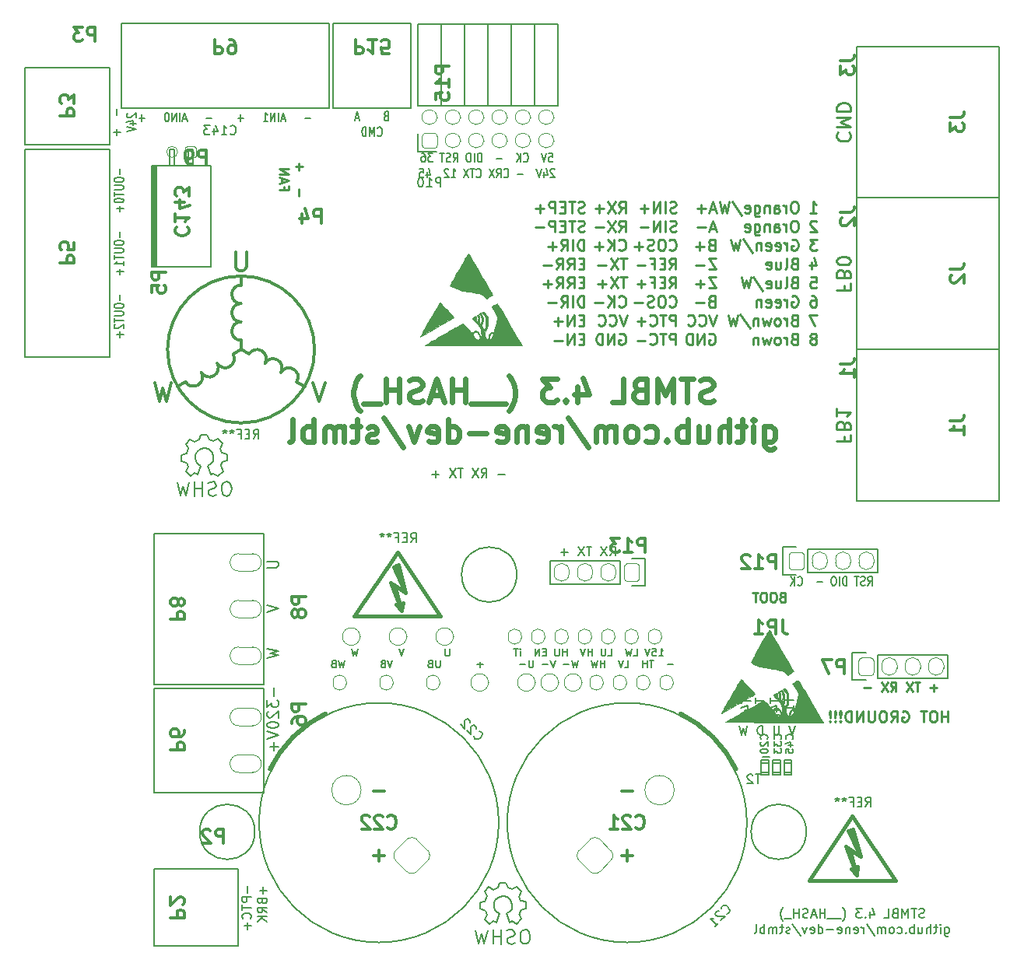
<source format=gbr>
G04 #@! TF.GenerationSoftware,KiCad,Pcbnew,(5.1.5)-3*
G04 #@! TF.CreationDate,2019-12-16T11:44:48+01:00*
G04 #@! TF.ProjectId,stmbl_4.0,73746d62-6c5f-4342-9e30-2e6b69636164,rev?*
G04 #@! TF.SameCoordinates,PXbcd3d80PY2f71ff0*
G04 #@! TF.FileFunction,Legend,Bot*
G04 #@! TF.FilePolarity,Positive*
%FSLAX46Y46*%
G04 Gerber Fmt 4.6, Leading zero omitted, Abs format (unit mm)*
G04 Created by KiCad (PCBNEW (5.1.5)-3) date 2019-12-16 11:44:48*
%MOMM*%
%LPD*%
G04 APERTURE LIST*
%ADD10C,0.300000*%
%ADD11C,0.200000*%
%ADD12C,0.250000*%
%ADD13C,0.600000*%
%ADD14C,0.150000*%
%ADD15C,0.500000*%
%ADD16C,0.010000*%
%ADD17C,0.381000*%
%ADD18C,0.100000*%
G04 APERTURE END LIST*
D10*
X-36535715Y-86535714D02*
X-36464286Y-86607142D01*
X-36250000Y-86678571D01*
X-36107143Y-86678571D01*
X-35892858Y-86607142D01*
X-35750000Y-86464285D01*
X-35678572Y-86321428D01*
X-35607143Y-86035714D01*
X-35607143Y-85821428D01*
X-35678572Y-85535714D01*
X-35750000Y-85392857D01*
X-35892858Y-85250000D01*
X-36107143Y-85178571D01*
X-36250000Y-85178571D01*
X-36464286Y-85250000D01*
X-36535715Y-85321428D01*
X-37107143Y-85321428D02*
X-37178572Y-85250000D01*
X-37321429Y-85178571D01*
X-37678572Y-85178571D01*
X-37821429Y-85250000D01*
X-37892858Y-85321428D01*
X-37964286Y-85464285D01*
X-37964286Y-85607142D01*
X-37892858Y-85821428D01*
X-37035715Y-86678571D01*
X-37964286Y-86678571D01*
X-39392858Y-86678571D02*
X-38535715Y-86678571D01*
X-38964286Y-86678571D02*
X-38964286Y-85178571D01*
X-38821429Y-85392857D01*
X-38678572Y-85535714D01*
X-38535715Y-85607142D01*
X-63535715Y-86535714D02*
X-63464286Y-86607142D01*
X-63250000Y-86678571D01*
X-63107143Y-86678571D01*
X-62892858Y-86607142D01*
X-62750000Y-86464285D01*
X-62678572Y-86321428D01*
X-62607143Y-86035714D01*
X-62607143Y-85821428D01*
X-62678572Y-85535714D01*
X-62750000Y-85392857D01*
X-62892858Y-85250000D01*
X-63107143Y-85178571D01*
X-63250000Y-85178571D01*
X-63464286Y-85250000D01*
X-63535715Y-85321428D01*
X-64107143Y-85321428D02*
X-64178572Y-85250000D01*
X-64321429Y-85178571D01*
X-64678572Y-85178571D01*
X-64821429Y-85250000D01*
X-64892858Y-85321428D01*
X-64964286Y-85464285D01*
X-64964286Y-85607142D01*
X-64892858Y-85821428D01*
X-64035715Y-86678571D01*
X-64964286Y-86678571D01*
X-65535715Y-85321428D02*
X-65607143Y-85250000D01*
X-65750000Y-85178571D01*
X-66107143Y-85178571D01*
X-66250000Y-85250000D01*
X-66321429Y-85321428D01*
X-66392858Y-85464285D01*
X-66392858Y-85607142D01*
X-66321429Y-85821428D01*
X-65464286Y-86678571D01*
X-66392858Y-86678571D01*
X-86535715Y-21178571D02*
X-86607143Y-21250000D01*
X-86678572Y-21464285D01*
X-86678572Y-21607142D01*
X-86607143Y-21821428D01*
X-86464286Y-21964285D01*
X-86321429Y-22035714D01*
X-86035715Y-22107142D01*
X-85821429Y-22107142D01*
X-85535715Y-22035714D01*
X-85392858Y-21964285D01*
X-85250000Y-21821428D01*
X-85178572Y-21607142D01*
X-85178572Y-21464285D01*
X-85250000Y-21250000D01*
X-85321429Y-21178571D01*
X-86678572Y-19750000D02*
X-86678572Y-20607142D01*
X-86678572Y-20178571D02*
X-85178572Y-20178571D01*
X-85392858Y-20321428D01*
X-85535715Y-20464285D01*
X-85607143Y-20607142D01*
X-85678572Y-18464285D02*
X-86678572Y-18464285D01*
X-85107143Y-18821428D02*
X-86178572Y-19178571D01*
X-86178572Y-18250000D01*
X-85178572Y-17821428D02*
X-85178572Y-16892857D01*
X-85750000Y-17392857D01*
X-85750000Y-17178571D01*
X-85821429Y-17035714D01*
X-85892858Y-16964285D01*
X-86035715Y-16892857D01*
X-86392858Y-16892857D01*
X-86535715Y-16964285D01*
X-86607143Y-17035714D01*
X-86678572Y-17178571D01*
X-86678572Y-17607142D01*
X-86607143Y-17750000D01*
X-86535715Y-17821428D01*
X-87178572Y-96357142D02*
X-85678572Y-96357142D01*
X-85678572Y-95785714D01*
X-85750000Y-95642857D01*
X-85821429Y-95571428D01*
X-85964286Y-95500000D01*
X-86178572Y-95500000D01*
X-86321429Y-95571428D01*
X-86392858Y-95642857D01*
X-86464286Y-95785714D01*
X-86464286Y-96357142D01*
X-85821429Y-94928571D02*
X-85750000Y-94857142D01*
X-85678572Y-94714285D01*
X-85678572Y-94357142D01*
X-85750000Y-94214285D01*
X-85821429Y-94142857D01*
X-85964286Y-94071428D01*
X-86107143Y-94071428D01*
X-86321429Y-94142857D01*
X-87178572Y-95000000D01*
X-87178572Y-94071428D01*
X-87178572Y-78107142D02*
X-85678572Y-78107142D01*
X-85678572Y-77535714D01*
X-85750000Y-77392857D01*
X-85821429Y-77321428D01*
X-85964286Y-77250000D01*
X-86178572Y-77250000D01*
X-86321429Y-77321428D01*
X-86392858Y-77392857D01*
X-86464286Y-77535714D01*
X-86464286Y-78107142D01*
X-85678572Y-75964285D02*
X-85678572Y-76250000D01*
X-85750000Y-76392857D01*
X-85821429Y-76464285D01*
X-86035715Y-76607142D01*
X-86321429Y-76678571D01*
X-86892858Y-76678571D01*
X-87035715Y-76607142D01*
X-87107143Y-76535714D01*
X-87178572Y-76392857D01*
X-87178572Y-76107142D01*
X-87107143Y-75964285D01*
X-87035715Y-75892857D01*
X-86892858Y-75821428D01*
X-86535715Y-75821428D01*
X-86392858Y-75892857D01*
X-86321429Y-75964285D01*
X-86250000Y-76107142D01*
X-86250000Y-76392857D01*
X-86321429Y-76535714D01*
X-86392858Y-76607142D01*
X-86535715Y-76678571D01*
X-87178572Y-63857142D02*
X-85678572Y-63857142D01*
X-85678572Y-63285714D01*
X-85750000Y-63142857D01*
X-85821429Y-63071428D01*
X-85964286Y-63000000D01*
X-86178572Y-63000000D01*
X-86321429Y-63071428D01*
X-86392858Y-63142857D01*
X-86464286Y-63285714D01*
X-86464286Y-63857142D01*
X-86321429Y-62142857D02*
X-86250000Y-62285714D01*
X-86178572Y-62357142D01*
X-86035715Y-62428571D01*
X-85964286Y-62428571D01*
X-85821429Y-62357142D01*
X-85750000Y-62285714D01*
X-85678572Y-62142857D01*
X-85678572Y-61857142D01*
X-85750000Y-61714285D01*
X-85821429Y-61642857D01*
X-85964286Y-61571428D01*
X-86035715Y-61571428D01*
X-86178572Y-61642857D01*
X-86250000Y-61714285D01*
X-86321429Y-61857142D01*
X-86321429Y-62142857D01*
X-86392858Y-62285714D01*
X-86464286Y-62357142D01*
X-86607143Y-62428571D01*
X-86892858Y-62428571D01*
X-87035715Y-62357142D01*
X-87107143Y-62285714D01*
X-87178572Y-62142857D01*
X-87178572Y-61857142D01*
X-87107143Y-61714285D01*
X-87035715Y-61642857D01*
X-86892858Y-61571428D01*
X-86607143Y-61571428D01*
X-86464286Y-61642857D01*
X-86392858Y-61714285D01*
X-86321429Y-61857142D01*
X-2321429Y-42250000D02*
X-1250000Y-42250000D01*
X-1035715Y-42178571D01*
X-892858Y-42035714D01*
X-821429Y-41821428D01*
X-821429Y-41678571D01*
X-821429Y-43750000D02*
X-821429Y-42892857D01*
X-821429Y-43321428D02*
X-2321429Y-43321428D01*
X-2107143Y-43178571D01*
X-1964286Y-43035714D01*
X-1892858Y-42892857D01*
X-2321429Y-25750000D02*
X-1250000Y-25750000D01*
X-1035715Y-25678571D01*
X-892858Y-25535714D01*
X-821429Y-25321428D01*
X-821429Y-25178571D01*
X-2178572Y-26392857D02*
X-2250000Y-26464285D01*
X-2321429Y-26607142D01*
X-2321429Y-26964285D01*
X-2250000Y-27107142D01*
X-2178572Y-27178571D01*
X-2035715Y-27250000D01*
X-1892858Y-27250000D01*
X-1678572Y-27178571D01*
X-821429Y-26321428D01*
X-821429Y-27250000D01*
X-2321429Y-9250000D02*
X-1250000Y-9250000D01*
X-1035715Y-9178571D01*
X-892858Y-9035714D01*
X-821429Y-8821428D01*
X-821429Y-8678571D01*
X-2321429Y-9821428D02*
X-2321429Y-10750000D01*
X-1750000Y-10250000D01*
X-1750000Y-10464285D01*
X-1678572Y-10607142D01*
X-1607143Y-10678571D01*
X-1464286Y-10750000D01*
X-1107143Y-10750000D01*
X-964286Y-10678571D01*
X-892858Y-10607142D01*
X-821429Y-10464285D01*
X-821429Y-10035714D01*
X-892858Y-9892857D01*
X-964286Y-9821428D01*
X-67071429Y-821428D02*
X-67071429Y-2321428D01*
X-66500000Y-2321428D01*
X-66357143Y-2250000D01*
X-66285715Y-2178571D01*
X-66214286Y-2035714D01*
X-66214286Y-1821428D01*
X-66285715Y-1678571D01*
X-66357143Y-1607142D01*
X-66500000Y-1535714D01*
X-67071429Y-1535714D01*
X-64785715Y-821428D02*
X-65642858Y-821428D01*
X-65214286Y-821428D02*
X-65214286Y-2321428D01*
X-65357143Y-2107142D01*
X-65500000Y-1964285D01*
X-65642858Y-1892857D01*
X-63428572Y-2321428D02*
X-64142858Y-2321428D01*
X-64214286Y-1607142D01*
X-64142858Y-1678571D01*
X-64000000Y-1750000D01*
X-63642858Y-1750000D01*
X-63500000Y-1678571D01*
X-63428572Y-1607142D01*
X-63357143Y-1464285D01*
X-63357143Y-1107142D01*
X-63428572Y-964285D01*
X-63500000Y-892857D01*
X-63642858Y-821428D01*
X-64000000Y-821428D01*
X-64142858Y-892857D01*
X-64214286Y-964285D01*
X-82357143Y-821428D02*
X-82357143Y-2321428D01*
X-81785715Y-2321428D01*
X-81642858Y-2250000D01*
X-81571429Y-2178571D01*
X-81500000Y-2035714D01*
X-81500000Y-1821428D01*
X-81571429Y-1678571D01*
X-81642858Y-1607142D01*
X-81785715Y-1535714D01*
X-82357143Y-1535714D01*
X-80785715Y-821428D02*
X-80500000Y-821428D01*
X-80357143Y-892857D01*
X-80285715Y-964285D01*
X-80142858Y-1178571D01*
X-80071429Y-1464285D01*
X-80071429Y-2035714D01*
X-80142858Y-2178571D01*
X-80214286Y-2250000D01*
X-80357143Y-2321428D01*
X-80642858Y-2321428D01*
X-80785715Y-2250000D01*
X-80857143Y-2178571D01*
X-80928572Y-2035714D01*
X-80928572Y-1678571D01*
X-80857143Y-1535714D01*
X-80785715Y-1464285D01*
X-80642858Y-1392857D01*
X-80357143Y-1392857D01*
X-80214286Y-1464285D01*
X-80142858Y-1535714D01*
X-80071429Y-1678571D01*
X-99178572Y-9107142D02*
X-97678572Y-9107142D01*
X-97678572Y-8535714D01*
X-97750000Y-8392857D01*
X-97821429Y-8321428D01*
X-97964286Y-8250000D01*
X-98178572Y-8250000D01*
X-98321429Y-8321428D01*
X-98392858Y-8392857D01*
X-98464286Y-8535714D01*
X-98464286Y-9107142D01*
X-97678572Y-7750000D02*
X-97678572Y-6821428D01*
X-98250000Y-7321428D01*
X-98250000Y-7107142D01*
X-98321429Y-6964285D01*
X-98392858Y-6892857D01*
X-98535715Y-6821428D01*
X-98892858Y-6821428D01*
X-99035715Y-6892857D01*
X-99107143Y-6964285D01*
X-99178572Y-7107142D01*
X-99178572Y-7535714D01*
X-99107143Y-7678571D01*
X-99035715Y-7750000D01*
X-99178572Y-25107142D02*
X-97678572Y-25107142D01*
X-97678572Y-24535714D01*
X-97750000Y-24392857D01*
X-97821429Y-24321428D01*
X-97964286Y-24250000D01*
X-98178572Y-24250000D01*
X-98321429Y-24321428D01*
X-98392858Y-24392857D01*
X-98464286Y-24535714D01*
X-98464286Y-25107142D01*
X-97678572Y-22892857D02*
X-97678572Y-23607142D01*
X-98392858Y-23678571D01*
X-98321429Y-23607142D01*
X-98250000Y-23464285D01*
X-98250000Y-23107142D01*
X-98321429Y-22964285D01*
X-98392858Y-22892857D01*
X-98535715Y-22821428D01*
X-98892858Y-22821428D01*
X-99035715Y-22892857D01*
X-99107143Y-22964285D01*
X-99178572Y-23107142D01*
X-99178572Y-23464285D01*
X-99107143Y-23607142D01*
X-99035715Y-23678571D01*
D11*
X-22019048Y-78871428D02*
X-22780953Y-78871428D01*
D10*
X-65071429Y-82607142D02*
X-63928572Y-82607142D01*
X-38071429Y-82607142D02*
X-36928572Y-82607142D01*
X-65071429Y-89607142D02*
X-63928572Y-89607142D01*
X-64500000Y-90178571D02*
X-64500000Y-89035714D01*
X-38071429Y-89607142D02*
X-36928572Y-89607142D01*
X-37500001Y-90178571D02*
X-37500001Y-89035714D01*
D11*
X-19178572Y-75452380D02*
X-19511905Y-76452380D01*
X-19845239Y-75452380D01*
X-20940477Y-75452380D02*
X-20940477Y-76261904D01*
X-20988096Y-76357142D01*
X-21035715Y-76404761D01*
X-21130953Y-76452380D01*
X-21321429Y-76452380D01*
X-21416667Y-76404761D01*
X-21464286Y-76357142D01*
X-21511905Y-76261904D01*
X-21511905Y-75452380D01*
X-22750000Y-76452380D02*
X-22750000Y-75452380D01*
X-22988096Y-75452380D01*
X-23130953Y-75500000D01*
X-23226191Y-75595238D01*
X-23273810Y-75690476D01*
X-23321429Y-75880952D01*
X-23321429Y-76023809D01*
X-23273810Y-76214285D01*
X-23226191Y-76309523D01*
X-23130953Y-76404761D01*
X-22988096Y-76452380D01*
X-22750000Y-76452380D01*
X-24416667Y-75452380D02*
X-24654762Y-76452380D01*
X-24845239Y-75738095D01*
X-25035715Y-76452380D01*
X-25273810Y-75452380D01*
D12*
X-2571429Y-75042857D02*
X-2571429Y-73842857D01*
X-2571429Y-74414285D02*
X-3257143Y-74414285D01*
X-3257143Y-75042857D02*
X-3257143Y-73842857D01*
X-4057143Y-73842857D02*
X-4285715Y-73842857D01*
X-4400000Y-73900000D01*
X-4514286Y-74014285D01*
X-4571429Y-74242857D01*
X-4571429Y-74642857D01*
X-4514286Y-74871428D01*
X-4400000Y-74985714D01*
X-4285715Y-75042857D01*
X-4057143Y-75042857D01*
X-3942858Y-74985714D01*
X-3828572Y-74871428D01*
X-3771429Y-74642857D01*
X-3771429Y-74242857D01*
X-3828572Y-74014285D01*
X-3942858Y-73900000D01*
X-4057143Y-73842857D01*
X-4914286Y-73842857D02*
X-5600000Y-73842857D01*
X-5257143Y-75042857D02*
X-5257143Y-73842857D01*
X-7542858Y-73900000D02*
X-7428572Y-73842857D01*
X-7257143Y-73842857D01*
X-7085715Y-73900000D01*
X-6971429Y-74014285D01*
X-6914286Y-74128571D01*
X-6857143Y-74357142D01*
X-6857143Y-74528571D01*
X-6914286Y-74757142D01*
X-6971429Y-74871428D01*
X-7085715Y-74985714D01*
X-7257143Y-75042857D01*
X-7371429Y-75042857D01*
X-7542858Y-74985714D01*
X-7600000Y-74928571D01*
X-7600000Y-74528571D01*
X-7371429Y-74528571D01*
X-8800000Y-75042857D02*
X-8400000Y-74471428D01*
X-8114286Y-75042857D02*
X-8114286Y-73842857D01*
X-8571429Y-73842857D01*
X-8685715Y-73900000D01*
X-8742858Y-73957142D01*
X-8800000Y-74071428D01*
X-8800000Y-74242857D01*
X-8742858Y-74357142D01*
X-8685715Y-74414285D01*
X-8571429Y-74471428D01*
X-8114286Y-74471428D01*
X-9542858Y-73842857D02*
X-9771429Y-73842857D01*
X-9885715Y-73900000D01*
X-10000000Y-74014285D01*
X-10057143Y-74242857D01*
X-10057143Y-74642857D01*
X-10000000Y-74871428D01*
X-9885715Y-74985714D01*
X-9771429Y-75042857D01*
X-9542858Y-75042857D01*
X-9428572Y-74985714D01*
X-9314286Y-74871428D01*
X-9257143Y-74642857D01*
X-9257143Y-74242857D01*
X-9314286Y-74014285D01*
X-9428572Y-73900000D01*
X-9542858Y-73842857D01*
X-10571429Y-73842857D02*
X-10571429Y-74814285D01*
X-10628572Y-74928571D01*
X-10685715Y-74985714D01*
X-10800000Y-75042857D01*
X-11028572Y-75042857D01*
X-11142858Y-74985714D01*
X-11200000Y-74928571D01*
X-11257143Y-74814285D01*
X-11257143Y-73842857D01*
X-11828572Y-75042857D02*
X-11828572Y-73842857D01*
X-12514286Y-75042857D01*
X-12514286Y-73842857D01*
X-13085715Y-75042857D02*
X-13085715Y-73842857D01*
X-13371429Y-73842857D01*
X-13542858Y-73900000D01*
X-13657143Y-74014285D01*
X-13714286Y-74128571D01*
X-13771429Y-74357142D01*
X-13771429Y-74528571D01*
X-13714286Y-74757142D01*
X-13657143Y-74871428D01*
X-13542858Y-74985714D01*
X-13371429Y-75042857D01*
X-13085715Y-75042857D01*
X-14285715Y-74928571D02*
X-14342858Y-74985714D01*
X-14285715Y-75042857D01*
X-14228572Y-74985714D01*
X-14285715Y-74928571D01*
X-14285715Y-75042857D01*
X-14285715Y-74585714D02*
X-14228572Y-73900000D01*
X-14285715Y-73842857D01*
X-14342858Y-73900000D01*
X-14285715Y-74585714D01*
X-14285715Y-73842857D01*
X-14857143Y-74928571D02*
X-14914286Y-74985714D01*
X-14857143Y-75042857D01*
X-14800000Y-74985714D01*
X-14857143Y-74928571D01*
X-14857143Y-75042857D01*
X-14857143Y-74585714D02*
X-14800000Y-73900000D01*
X-14857143Y-73842857D01*
X-14914286Y-73900000D01*
X-14857143Y-74585714D01*
X-14857143Y-73842857D01*
X-15428572Y-74928571D02*
X-15485715Y-74985714D01*
X-15428572Y-75042857D01*
X-15371429Y-74985714D01*
X-15428572Y-74928571D01*
X-15428572Y-75042857D01*
X-15428572Y-74585714D02*
X-15371429Y-73900000D01*
X-15428572Y-73842857D01*
X-15485715Y-73900000D01*
X-15428572Y-74585714D01*
X-15428572Y-73842857D01*
X-42141072Y-19560714D02*
X-42312500Y-19617857D01*
X-42598215Y-19617857D01*
X-42712500Y-19560714D01*
X-42769643Y-19503571D01*
X-42826786Y-19389285D01*
X-42826786Y-19275000D01*
X-42769643Y-19160714D01*
X-42712500Y-19103571D01*
X-42598215Y-19046428D01*
X-42369643Y-18989285D01*
X-42255358Y-18932142D01*
X-42198215Y-18875000D01*
X-42141072Y-18760714D01*
X-42141072Y-18646428D01*
X-42198215Y-18532142D01*
X-42255358Y-18475000D01*
X-42369643Y-18417857D01*
X-42655358Y-18417857D01*
X-42826786Y-18475000D01*
X-43169643Y-18417857D02*
X-43855358Y-18417857D01*
X-43512500Y-19617857D02*
X-43512500Y-18417857D01*
X-44255358Y-18989285D02*
X-44655358Y-18989285D01*
X-44826786Y-19617857D02*
X-44255358Y-19617857D01*
X-44255358Y-18417857D01*
X-44826786Y-18417857D01*
X-45341072Y-19617857D02*
X-45341072Y-18417857D01*
X-45798215Y-18417857D01*
X-45912500Y-18475000D01*
X-45969643Y-18532142D01*
X-46026786Y-18646428D01*
X-46026786Y-18817857D01*
X-45969643Y-18932142D01*
X-45912500Y-18989285D01*
X-45798215Y-19046428D01*
X-45341072Y-19046428D01*
X-46541072Y-19160714D02*
X-47455358Y-19160714D01*
X-46998215Y-19617857D02*
X-46998215Y-18703571D01*
X-42141072Y-21610714D02*
X-42312500Y-21667857D01*
X-42598215Y-21667857D01*
X-42712500Y-21610714D01*
X-42769643Y-21553571D01*
X-42826786Y-21439285D01*
X-42826786Y-21325000D01*
X-42769643Y-21210714D01*
X-42712500Y-21153571D01*
X-42598215Y-21096428D01*
X-42369643Y-21039285D01*
X-42255358Y-20982142D01*
X-42198215Y-20925000D01*
X-42141072Y-20810714D01*
X-42141072Y-20696428D01*
X-42198215Y-20582142D01*
X-42255358Y-20525000D01*
X-42369643Y-20467857D01*
X-42655358Y-20467857D01*
X-42826786Y-20525000D01*
X-43169643Y-20467857D02*
X-43855358Y-20467857D01*
X-43512500Y-21667857D02*
X-43512500Y-20467857D01*
X-44255358Y-21039285D02*
X-44655358Y-21039285D01*
X-44826786Y-21667857D02*
X-44255358Y-21667857D01*
X-44255358Y-20467857D01*
X-44826786Y-20467857D01*
X-45341072Y-21667857D02*
X-45341072Y-20467857D01*
X-45798215Y-20467857D01*
X-45912500Y-20525000D01*
X-45969643Y-20582142D01*
X-46026786Y-20696428D01*
X-46026786Y-20867857D01*
X-45969643Y-20982142D01*
X-45912500Y-21039285D01*
X-45798215Y-21096428D01*
X-45341072Y-21096428D01*
X-46541072Y-21210714D02*
X-47455358Y-21210714D01*
X-42198215Y-23717857D02*
X-42198215Y-22517857D01*
X-42483929Y-22517857D01*
X-42655358Y-22575000D01*
X-42769643Y-22689285D01*
X-42826786Y-22803571D01*
X-42883929Y-23032142D01*
X-42883929Y-23203571D01*
X-42826786Y-23432142D01*
X-42769643Y-23546428D01*
X-42655358Y-23660714D01*
X-42483929Y-23717857D01*
X-42198215Y-23717857D01*
X-43398215Y-23717857D02*
X-43398215Y-22517857D01*
X-44655358Y-23717857D02*
X-44255358Y-23146428D01*
X-43969643Y-23717857D02*
X-43969643Y-22517857D01*
X-44426786Y-22517857D01*
X-44541072Y-22575000D01*
X-44598215Y-22632142D01*
X-44655358Y-22746428D01*
X-44655358Y-22917857D01*
X-44598215Y-23032142D01*
X-44541072Y-23089285D01*
X-44426786Y-23146428D01*
X-43969643Y-23146428D01*
X-45169643Y-23260714D02*
X-46083929Y-23260714D01*
X-45626786Y-23717857D02*
X-45626786Y-22803571D01*
X-42198215Y-25139285D02*
X-42598215Y-25139285D01*
X-42769643Y-25767857D02*
X-42198215Y-25767857D01*
X-42198215Y-24567857D01*
X-42769643Y-24567857D01*
X-43969643Y-25767857D02*
X-43569643Y-25196428D01*
X-43283929Y-25767857D02*
X-43283929Y-24567857D01*
X-43741072Y-24567857D01*
X-43855358Y-24625000D01*
X-43912500Y-24682142D01*
X-43969643Y-24796428D01*
X-43969643Y-24967857D01*
X-43912500Y-25082142D01*
X-43855358Y-25139285D01*
X-43741072Y-25196428D01*
X-43283929Y-25196428D01*
X-45169643Y-25767857D02*
X-44769643Y-25196428D01*
X-44483929Y-25767857D02*
X-44483929Y-24567857D01*
X-44941072Y-24567857D01*
X-45055358Y-24625000D01*
X-45112500Y-24682142D01*
X-45169643Y-24796428D01*
X-45169643Y-24967857D01*
X-45112500Y-25082142D01*
X-45055358Y-25139285D01*
X-44941072Y-25196428D01*
X-44483929Y-25196428D01*
X-45683929Y-25310714D02*
X-46598215Y-25310714D01*
X-42198215Y-27189285D02*
X-42598215Y-27189285D01*
X-42769643Y-27817857D02*
X-42198215Y-27817857D01*
X-42198215Y-26617857D01*
X-42769643Y-26617857D01*
X-43969643Y-27817857D02*
X-43569643Y-27246428D01*
X-43283929Y-27817857D02*
X-43283929Y-26617857D01*
X-43741072Y-26617857D01*
X-43855358Y-26675000D01*
X-43912500Y-26732142D01*
X-43969643Y-26846428D01*
X-43969643Y-27017857D01*
X-43912500Y-27132142D01*
X-43855358Y-27189285D01*
X-43741072Y-27246428D01*
X-43283929Y-27246428D01*
X-45169643Y-27817857D02*
X-44769643Y-27246428D01*
X-44483929Y-27817857D02*
X-44483929Y-26617857D01*
X-44941072Y-26617857D01*
X-45055358Y-26675000D01*
X-45112500Y-26732142D01*
X-45169643Y-26846428D01*
X-45169643Y-27017857D01*
X-45112500Y-27132142D01*
X-45055358Y-27189285D01*
X-44941072Y-27246428D01*
X-44483929Y-27246428D01*
X-45683929Y-27360714D02*
X-46598215Y-27360714D01*
X-46141072Y-27817857D02*
X-46141072Y-26903571D01*
X-42198215Y-29867857D02*
X-42198215Y-28667857D01*
X-42483929Y-28667857D01*
X-42655358Y-28725000D01*
X-42769643Y-28839285D01*
X-42826786Y-28953571D01*
X-42883929Y-29182142D01*
X-42883929Y-29353571D01*
X-42826786Y-29582142D01*
X-42769643Y-29696428D01*
X-42655358Y-29810714D01*
X-42483929Y-29867857D01*
X-42198215Y-29867857D01*
X-43398215Y-29867857D02*
X-43398215Y-28667857D01*
X-44655358Y-29867857D02*
X-44255358Y-29296428D01*
X-43969643Y-29867857D02*
X-43969643Y-28667857D01*
X-44426786Y-28667857D01*
X-44541072Y-28725000D01*
X-44598215Y-28782142D01*
X-44655358Y-28896428D01*
X-44655358Y-29067857D01*
X-44598215Y-29182142D01*
X-44541072Y-29239285D01*
X-44426786Y-29296428D01*
X-43969643Y-29296428D01*
X-45169643Y-29410714D02*
X-46083929Y-29410714D01*
X-42198215Y-31289285D02*
X-42598215Y-31289285D01*
X-42769643Y-31917857D02*
X-42198215Y-31917857D01*
X-42198215Y-30717857D01*
X-42769643Y-30717857D01*
X-43283929Y-31917857D02*
X-43283929Y-30717857D01*
X-43969643Y-31917857D01*
X-43969643Y-30717857D01*
X-44541072Y-31460714D02*
X-45455358Y-31460714D01*
X-44998215Y-31917857D02*
X-44998215Y-31003571D01*
X-42198215Y-33339285D02*
X-42598215Y-33339285D01*
X-42769643Y-33967857D02*
X-42198215Y-33967857D01*
X-42198215Y-32767857D01*
X-42769643Y-32767857D01*
X-43283929Y-33967857D02*
X-43283929Y-32767857D01*
X-43969643Y-33967857D01*
X-43969643Y-32767857D01*
X-44541072Y-33510714D02*
X-45455358Y-33510714D01*
D11*
X-46007143Y-13102380D02*
X-45626191Y-13102380D01*
X-45588096Y-13578571D01*
X-45626191Y-13530952D01*
X-45702381Y-13483333D01*
X-45892858Y-13483333D01*
X-45969048Y-13530952D01*
X-46007143Y-13578571D01*
X-46045239Y-13673809D01*
X-46045239Y-13911904D01*
X-46007143Y-14007142D01*
X-45969048Y-14054761D01*
X-45892858Y-14102380D01*
X-45702381Y-14102380D01*
X-45626191Y-14054761D01*
X-45588096Y-14007142D01*
X-46273810Y-13102380D02*
X-46540477Y-14102380D01*
X-46807143Y-13102380D01*
X-48750000Y-14007142D02*
X-48711905Y-14054761D01*
X-48597620Y-14102380D01*
X-48521429Y-14102380D01*
X-48407143Y-14054761D01*
X-48330953Y-13959523D01*
X-48292858Y-13864285D01*
X-48254762Y-13673809D01*
X-48254762Y-13530952D01*
X-48292858Y-13340476D01*
X-48330953Y-13245238D01*
X-48407143Y-13150000D01*
X-48521429Y-13102380D01*
X-48597620Y-13102380D01*
X-48711905Y-13150000D01*
X-48750000Y-13197619D01*
X-49092858Y-14102380D02*
X-49092858Y-13102380D01*
X-49550000Y-14102380D02*
X-49207143Y-13530952D01*
X-49550000Y-13102380D02*
X-49092858Y-13673809D01*
X-51111905Y-13721428D02*
X-51721429Y-13721428D01*
X-53321429Y-14102380D02*
X-53321429Y-13102380D01*
X-53511905Y-13102380D01*
X-53626191Y-13150000D01*
X-53702381Y-13245238D01*
X-53740477Y-13340476D01*
X-53778572Y-13530952D01*
X-53778572Y-13673809D01*
X-53740477Y-13864285D01*
X-53702381Y-13959523D01*
X-53626191Y-14054761D01*
X-53511905Y-14102380D01*
X-53321429Y-14102380D01*
X-54121429Y-14102380D02*
X-54121429Y-13102380D01*
X-54654762Y-13102380D02*
X-54807143Y-13102380D01*
X-54883334Y-13150000D01*
X-54959524Y-13245238D01*
X-54997620Y-13435714D01*
X-54997620Y-13769047D01*
X-54959524Y-13959523D01*
X-54883334Y-14054761D01*
X-54807143Y-14102380D01*
X-54654762Y-14102380D01*
X-54578572Y-14054761D01*
X-54502381Y-13959523D01*
X-54464286Y-13769047D01*
X-54464286Y-13435714D01*
X-54502381Y-13245238D01*
X-54578572Y-13150000D01*
X-54654762Y-13102380D01*
X-56407143Y-14102380D02*
X-56140477Y-13626190D01*
X-55950000Y-14102380D02*
X-55950000Y-13102380D01*
X-56254762Y-13102380D01*
X-56330953Y-13150000D01*
X-56369048Y-13197619D01*
X-56407143Y-13292857D01*
X-56407143Y-13435714D01*
X-56369048Y-13530952D01*
X-56330953Y-13578571D01*
X-56254762Y-13626190D01*
X-55950000Y-13626190D01*
X-56711905Y-14054761D02*
X-56826191Y-14102380D01*
X-57016667Y-14102380D01*
X-57092858Y-14054761D01*
X-57130953Y-14007142D01*
X-57169048Y-13911904D01*
X-57169048Y-13816666D01*
X-57130953Y-13721428D01*
X-57092858Y-13673809D01*
X-57016667Y-13626190D01*
X-56864286Y-13578571D01*
X-56788096Y-13530952D01*
X-56750000Y-13483333D01*
X-56711905Y-13388095D01*
X-56711905Y-13292857D01*
X-56750000Y-13197619D01*
X-56788096Y-13150000D01*
X-56864286Y-13102380D01*
X-57054762Y-13102380D01*
X-57169048Y-13150000D01*
X-57397620Y-13102380D02*
X-57854762Y-13102380D01*
X-57626191Y-14102380D02*
X-57626191Y-13102380D01*
X-58654762Y-13102380D02*
X-59150000Y-13102380D01*
X-58883334Y-13483333D01*
X-58997620Y-13483333D01*
X-59073810Y-13530952D01*
X-59111905Y-13578571D01*
X-59150000Y-13673809D01*
X-59150000Y-13911904D01*
X-59111905Y-14007142D01*
X-59073810Y-14054761D01*
X-58997620Y-14102380D01*
X-58769048Y-14102380D01*
X-58692858Y-14054761D01*
X-58654762Y-14007142D01*
X-59835715Y-13102380D02*
X-59683334Y-13102380D01*
X-59607143Y-13150000D01*
X-59569048Y-13197619D01*
X-59492858Y-13340476D01*
X-59454762Y-13530952D01*
X-59454762Y-13911904D01*
X-59492858Y-14007142D01*
X-59530953Y-14054761D01*
X-59607143Y-14102380D01*
X-59759524Y-14102380D01*
X-59835715Y-14054761D01*
X-59873810Y-14007142D01*
X-59911905Y-13911904D01*
X-59911905Y-13673809D01*
X-59873810Y-13578571D01*
X-59835715Y-13530952D01*
X-59759524Y-13483333D01*
X-59607143Y-13483333D01*
X-59530953Y-13530952D01*
X-59492858Y-13578571D01*
X-59454762Y-13673809D01*
X-45378572Y-14897619D02*
X-45416667Y-14850000D01*
X-45492858Y-14802380D01*
X-45683334Y-14802380D01*
X-45759524Y-14850000D01*
X-45797620Y-14897619D01*
X-45835715Y-14992857D01*
X-45835715Y-15088095D01*
X-45797620Y-15230952D01*
X-45340477Y-15802380D01*
X-45835715Y-15802380D01*
X-46521429Y-15135714D02*
X-46521429Y-15802380D01*
X-46330953Y-14754761D02*
X-46140477Y-15469047D01*
X-46635715Y-15469047D01*
X-46826191Y-14802380D02*
X-47092858Y-15802380D01*
X-47359524Y-14802380D01*
X-48845239Y-15421428D02*
X-49454762Y-15421428D01*
X-50902381Y-15707142D02*
X-50864286Y-15754761D01*
X-50750000Y-15802380D01*
X-50673810Y-15802380D01*
X-50559524Y-15754761D01*
X-50483334Y-15659523D01*
X-50445239Y-15564285D01*
X-50407143Y-15373809D01*
X-50407143Y-15230952D01*
X-50445239Y-15040476D01*
X-50483334Y-14945238D01*
X-50559524Y-14850000D01*
X-50673810Y-14802380D01*
X-50750000Y-14802380D01*
X-50864286Y-14850000D01*
X-50902381Y-14897619D01*
X-51702381Y-15802380D02*
X-51435715Y-15326190D01*
X-51245239Y-15802380D02*
X-51245239Y-14802380D01*
X-51550000Y-14802380D01*
X-51626191Y-14850000D01*
X-51664286Y-14897619D01*
X-51702381Y-14992857D01*
X-51702381Y-15135714D01*
X-51664286Y-15230952D01*
X-51626191Y-15278571D01*
X-51550000Y-15326190D01*
X-51245239Y-15326190D01*
X-51969048Y-14802380D02*
X-52502381Y-15802380D01*
X-52502381Y-14802380D02*
X-51969048Y-15802380D01*
X-53873810Y-15707142D02*
X-53835715Y-15754761D01*
X-53721429Y-15802380D01*
X-53645239Y-15802380D01*
X-53530953Y-15754761D01*
X-53454762Y-15659523D01*
X-53416667Y-15564285D01*
X-53378572Y-15373809D01*
X-53378572Y-15230952D01*
X-53416667Y-15040476D01*
X-53454762Y-14945238D01*
X-53530953Y-14850000D01*
X-53645239Y-14802380D01*
X-53721429Y-14802380D01*
X-53835715Y-14850000D01*
X-53873810Y-14897619D01*
X-54102381Y-14802380D02*
X-54559524Y-14802380D01*
X-54330953Y-15802380D02*
X-54330953Y-14802380D01*
X-54750000Y-14802380D02*
X-55283334Y-15802380D01*
X-55283334Y-14802380D02*
X-54750000Y-15802380D01*
X-56616667Y-15802380D02*
X-56159524Y-15802380D01*
X-56388096Y-15802380D02*
X-56388096Y-14802380D01*
X-56311905Y-14945238D01*
X-56235715Y-15040476D01*
X-56159524Y-15088095D01*
X-56921429Y-14897619D02*
X-56959524Y-14850000D01*
X-57035715Y-14802380D01*
X-57226191Y-14802380D01*
X-57302381Y-14850000D01*
X-57340477Y-14897619D01*
X-57378572Y-14992857D01*
X-57378572Y-15088095D01*
X-57340477Y-15230952D01*
X-56883334Y-15802380D01*
X-57378572Y-15802380D01*
X-59283334Y-15135714D02*
X-59283334Y-15802380D01*
X-59092858Y-14754761D02*
X-58902381Y-15469047D01*
X-59397620Y-15469047D01*
X-60083334Y-14802380D02*
X-59702381Y-14802380D01*
X-59664286Y-15278571D01*
X-59702381Y-15230952D01*
X-59778572Y-15183333D01*
X-59969048Y-15183333D01*
X-60045239Y-15230952D01*
X-60083334Y-15278571D01*
X-60121429Y-15373809D01*
X-60121429Y-15611904D01*
X-60083334Y-15707142D01*
X-60045239Y-15754761D01*
X-59969048Y-15802380D01*
X-59778572Y-15802380D01*
X-59702381Y-15754761D01*
X-59664286Y-15707142D01*
X-11288096Y-60202380D02*
X-11021429Y-59726190D01*
X-10830953Y-60202380D02*
X-10830953Y-59202380D01*
X-11135715Y-59202380D01*
X-11211905Y-59250000D01*
X-11250000Y-59297619D01*
X-11288096Y-59392857D01*
X-11288096Y-59535714D01*
X-11250000Y-59630952D01*
X-11211905Y-59678571D01*
X-11135715Y-59726190D01*
X-10830953Y-59726190D01*
X-11592858Y-60154761D02*
X-11707143Y-60202380D01*
X-11897620Y-60202380D01*
X-11973810Y-60154761D01*
X-12011905Y-60107142D01*
X-12050000Y-60011904D01*
X-12050000Y-59916666D01*
X-12011905Y-59821428D01*
X-11973810Y-59773809D01*
X-11897620Y-59726190D01*
X-11745239Y-59678571D01*
X-11669048Y-59630952D01*
X-11630953Y-59583333D01*
X-11592858Y-59488095D01*
X-11592858Y-59392857D01*
X-11630953Y-59297619D01*
X-11669048Y-59250000D01*
X-11745239Y-59202380D01*
X-11935715Y-59202380D01*
X-12050000Y-59250000D01*
X-12278572Y-59202380D02*
X-12735715Y-59202380D01*
X-12507143Y-60202380D02*
X-12507143Y-59202380D01*
X-13611905Y-60202380D02*
X-13611905Y-59202380D01*
X-13802381Y-59202380D01*
X-13916667Y-59250000D01*
X-13992858Y-59345238D01*
X-14030953Y-59440476D01*
X-14069048Y-59630952D01*
X-14069048Y-59773809D01*
X-14030953Y-59964285D01*
X-13992858Y-60059523D01*
X-13916667Y-60154761D01*
X-13802381Y-60202380D01*
X-13611905Y-60202380D01*
X-14411905Y-60202380D02*
X-14411905Y-59202380D01*
X-14945239Y-59202380D02*
X-15097620Y-59202380D01*
X-15173810Y-59250000D01*
X-15250000Y-59345238D01*
X-15288096Y-59535714D01*
X-15288096Y-59869047D01*
X-15250000Y-60059523D01*
X-15173810Y-60154761D01*
X-15097620Y-60202380D01*
X-14945239Y-60202380D01*
X-14869048Y-60154761D01*
X-14792858Y-60059523D01*
X-14754762Y-59869047D01*
X-14754762Y-59535714D01*
X-14792858Y-59345238D01*
X-14869048Y-59250000D01*
X-14945239Y-59202380D01*
X-16240477Y-59821428D02*
X-16850000Y-59821428D01*
X-18907143Y-60107142D02*
X-18869048Y-60154761D01*
X-18754762Y-60202380D01*
X-18678572Y-60202380D01*
X-18564286Y-60154761D01*
X-18488096Y-60059523D01*
X-18450000Y-59964285D01*
X-18411905Y-59773809D01*
X-18411905Y-59630952D01*
X-18450000Y-59440476D01*
X-18488096Y-59345238D01*
X-18564286Y-59250000D01*
X-18678572Y-59202380D01*
X-18754762Y-59202380D01*
X-18869048Y-59250000D01*
X-18907143Y-59297619D01*
X-19250000Y-60202380D02*
X-19250000Y-59202380D01*
X-19707143Y-60202380D02*
X-19364286Y-59630952D01*
X-19707143Y-59202380D02*
X-19250000Y-59773809D01*
D12*
X-38383929Y-19617857D02*
X-37983929Y-19046428D01*
X-37698215Y-19617857D02*
X-37698215Y-18417857D01*
X-38155358Y-18417857D01*
X-38269643Y-18475000D01*
X-38326786Y-18532142D01*
X-38383929Y-18646428D01*
X-38383929Y-18817857D01*
X-38326786Y-18932142D01*
X-38269643Y-18989285D01*
X-38155358Y-19046428D01*
X-37698215Y-19046428D01*
X-38783929Y-18417857D02*
X-39583929Y-19617857D01*
X-39583929Y-18417857D02*
X-38783929Y-19617857D01*
X-40041072Y-19160714D02*
X-40955358Y-19160714D01*
X-40498215Y-19617857D02*
X-40498215Y-18703571D01*
X-38383929Y-21667857D02*
X-37983929Y-21096428D01*
X-37698215Y-21667857D02*
X-37698215Y-20467857D01*
X-38155358Y-20467857D01*
X-38269643Y-20525000D01*
X-38326786Y-20582142D01*
X-38383929Y-20696428D01*
X-38383929Y-20867857D01*
X-38326786Y-20982142D01*
X-38269643Y-21039285D01*
X-38155358Y-21096428D01*
X-37698215Y-21096428D01*
X-38783929Y-20467857D02*
X-39583929Y-21667857D01*
X-39583929Y-20467857D02*
X-38783929Y-21667857D01*
X-40041072Y-21210714D02*
X-40955358Y-21210714D01*
X-38383929Y-23603571D02*
X-38326786Y-23660714D01*
X-38155358Y-23717857D01*
X-38041072Y-23717857D01*
X-37869643Y-23660714D01*
X-37755358Y-23546428D01*
X-37698215Y-23432142D01*
X-37641072Y-23203571D01*
X-37641072Y-23032142D01*
X-37698215Y-22803571D01*
X-37755358Y-22689285D01*
X-37869643Y-22575000D01*
X-38041072Y-22517857D01*
X-38155358Y-22517857D01*
X-38326786Y-22575000D01*
X-38383929Y-22632142D01*
X-38898215Y-23717857D02*
X-38898215Y-22517857D01*
X-39583929Y-23717857D02*
X-39069643Y-23032142D01*
X-39583929Y-22517857D02*
X-38898215Y-23203571D01*
X-40098215Y-23260714D02*
X-41012500Y-23260714D01*
X-40555358Y-23717857D02*
X-40555358Y-22803571D01*
X-37526786Y-24567857D02*
X-38212500Y-24567857D01*
X-37869643Y-25767857D02*
X-37869643Y-24567857D01*
X-38498215Y-24567857D02*
X-39298215Y-25767857D01*
X-39298215Y-24567857D02*
X-38498215Y-25767857D01*
X-39755358Y-25310714D02*
X-40669643Y-25310714D01*
X-37526786Y-26617857D02*
X-38212500Y-26617857D01*
X-37869643Y-27817857D02*
X-37869643Y-26617857D01*
X-38498215Y-26617857D02*
X-39298215Y-27817857D01*
X-39298215Y-26617857D02*
X-38498215Y-27817857D01*
X-39755358Y-27360714D02*
X-40669643Y-27360714D01*
X-40212500Y-27817857D02*
X-40212500Y-26903571D01*
X-38383929Y-29753571D02*
X-38326786Y-29810714D01*
X-38155358Y-29867857D01*
X-38041072Y-29867857D01*
X-37869643Y-29810714D01*
X-37755358Y-29696428D01*
X-37698215Y-29582142D01*
X-37641072Y-29353571D01*
X-37641072Y-29182142D01*
X-37698215Y-28953571D01*
X-37755358Y-28839285D01*
X-37869643Y-28725000D01*
X-38041072Y-28667857D01*
X-38155358Y-28667857D01*
X-38326786Y-28725000D01*
X-38383929Y-28782142D01*
X-38898215Y-29867857D02*
X-38898215Y-28667857D01*
X-39583929Y-29867857D02*
X-39069643Y-29182142D01*
X-39583929Y-28667857D02*
X-38898215Y-29353571D01*
X-40098215Y-29410714D02*
X-41012500Y-29410714D01*
X-37526786Y-30717857D02*
X-37926786Y-31917857D01*
X-38326786Y-30717857D01*
X-39412500Y-31803571D02*
X-39355358Y-31860714D01*
X-39183929Y-31917857D01*
X-39069643Y-31917857D01*
X-38898215Y-31860714D01*
X-38783929Y-31746428D01*
X-38726786Y-31632142D01*
X-38669643Y-31403571D01*
X-38669643Y-31232142D01*
X-38726786Y-31003571D01*
X-38783929Y-30889285D01*
X-38898215Y-30775000D01*
X-39069643Y-30717857D01*
X-39183929Y-30717857D01*
X-39355358Y-30775000D01*
X-39412500Y-30832142D01*
X-40612500Y-31803571D02*
X-40555358Y-31860714D01*
X-40383929Y-31917857D01*
X-40269643Y-31917857D01*
X-40098215Y-31860714D01*
X-39983929Y-31746428D01*
X-39926786Y-31632142D01*
X-39869643Y-31403571D01*
X-39869643Y-31232142D01*
X-39926786Y-31003571D01*
X-39983929Y-30889285D01*
X-40098215Y-30775000D01*
X-40269643Y-30717857D01*
X-40383929Y-30717857D01*
X-40555358Y-30775000D01*
X-40612500Y-30832142D01*
X-38326786Y-32825000D02*
X-38212500Y-32767857D01*
X-38041072Y-32767857D01*
X-37869643Y-32825000D01*
X-37755358Y-32939285D01*
X-37698215Y-33053571D01*
X-37641072Y-33282142D01*
X-37641072Y-33453571D01*
X-37698215Y-33682142D01*
X-37755358Y-33796428D01*
X-37869643Y-33910714D01*
X-38041072Y-33967857D01*
X-38155358Y-33967857D01*
X-38326786Y-33910714D01*
X-38383929Y-33853571D01*
X-38383929Y-33453571D01*
X-38155358Y-33453571D01*
X-38898215Y-33967857D02*
X-38898215Y-32767857D01*
X-39583929Y-33967857D01*
X-39583929Y-32767857D01*
X-40155358Y-33967857D02*
X-40155358Y-32767857D01*
X-40441072Y-32767857D01*
X-40612500Y-32825000D01*
X-40726786Y-32939285D01*
X-40783929Y-33053571D01*
X-40841072Y-33282142D01*
X-40841072Y-33453571D01*
X-40783929Y-33682142D01*
X-40726786Y-33796428D01*
X-40612500Y-33910714D01*
X-40441072Y-33967857D01*
X-40155358Y-33967857D01*
X-32141072Y-19560714D02*
X-32312500Y-19617857D01*
X-32598215Y-19617857D01*
X-32712500Y-19560714D01*
X-32769643Y-19503571D01*
X-32826786Y-19389285D01*
X-32826786Y-19275000D01*
X-32769643Y-19160714D01*
X-32712500Y-19103571D01*
X-32598215Y-19046428D01*
X-32369643Y-18989285D01*
X-32255358Y-18932142D01*
X-32198215Y-18875000D01*
X-32141072Y-18760714D01*
X-32141072Y-18646428D01*
X-32198215Y-18532142D01*
X-32255358Y-18475000D01*
X-32369643Y-18417857D01*
X-32655358Y-18417857D01*
X-32826786Y-18475000D01*
X-33341072Y-19617857D02*
X-33341072Y-18417857D01*
X-33912500Y-19617857D02*
X-33912500Y-18417857D01*
X-34598215Y-19617857D01*
X-34598215Y-18417857D01*
X-35169643Y-19160714D02*
X-36083929Y-19160714D01*
X-35626786Y-19617857D02*
X-35626786Y-18703571D01*
X-32141072Y-21610714D02*
X-32312500Y-21667857D01*
X-32598215Y-21667857D01*
X-32712500Y-21610714D01*
X-32769643Y-21553571D01*
X-32826786Y-21439285D01*
X-32826786Y-21325000D01*
X-32769643Y-21210714D01*
X-32712500Y-21153571D01*
X-32598215Y-21096428D01*
X-32369643Y-21039285D01*
X-32255358Y-20982142D01*
X-32198215Y-20925000D01*
X-32141072Y-20810714D01*
X-32141072Y-20696428D01*
X-32198215Y-20582142D01*
X-32255358Y-20525000D01*
X-32369643Y-20467857D01*
X-32655358Y-20467857D01*
X-32826786Y-20525000D01*
X-33341072Y-21667857D02*
X-33341072Y-20467857D01*
X-33912500Y-21667857D02*
X-33912500Y-20467857D01*
X-34598215Y-21667857D01*
X-34598215Y-20467857D01*
X-35169643Y-21210714D02*
X-36083929Y-21210714D01*
X-32883929Y-23603571D02*
X-32826786Y-23660714D01*
X-32655358Y-23717857D01*
X-32541072Y-23717857D01*
X-32369643Y-23660714D01*
X-32255358Y-23546428D01*
X-32198215Y-23432142D01*
X-32141072Y-23203571D01*
X-32141072Y-23032142D01*
X-32198215Y-22803571D01*
X-32255358Y-22689285D01*
X-32369643Y-22575000D01*
X-32541072Y-22517857D01*
X-32655358Y-22517857D01*
X-32826786Y-22575000D01*
X-32883929Y-22632142D01*
X-33626786Y-22517857D02*
X-33855358Y-22517857D01*
X-33969643Y-22575000D01*
X-34083929Y-22689285D01*
X-34141072Y-22917857D01*
X-34141072Y-23317857D01*
X-34083929Y-23546428D01*
X-33969643Y-23660714D01*
X-33855358Y-23717857D01*
X-33626786Y-23717857D01*
X-33512500Y-23660714D01*
X-33398215Y-23546428D01*
X-33341072Y-23317857D01*
X-33341072Y-22917857D01*
X-33398215Y-22689285D01*
X-33512500Y-22575000D01*
X-33626786Y-22517857D01*
X-34598215Y-23660714D02*
X-34769643Y-23717857D01*
X-35055358Y-23717857D01*
X-35169643Y-23660714D01*
X-35226786Y-23603571D01*
X-35283929Y-23489285D01*
X-35283929Y-23375000D01*
X-35226786Y-23260714D01*
X-35169643Y-23203571D01*
X-35055358Y-23146428D01*
X-34826786Y-23089285D01*
X-34712500Y-23032142D01*
X-34655358Y-22975000D01*
X-34598215Y-22860714D01*
X-34598215Y-22746428D01*
X-34655358Y-22632142D01*
X-34712500Y-22575000D01*
X-34826786Y-22517857D01*
X-35112500Y-22517857D01*
X-35283929Y-22575000D01*
X-35798215Y-23260714D02*
X-36712500Y-23260714D01*
X-36255358Y-23717857D02*
X-36255358Y-22803571D01*
X-32883929Y-25767857D02*
X-32483929Y-25196428D01*
X-32198215Y-25767857D02*
X-32198215Y-24567857D01*
X-32655358Y-24567857D01*
X-32769643Y-24625000D01*
X-32826786Y-24682142D01*
X-32883929Y-24796428D01*
X-32883929Y-24967857D01*
X-32826786Y-25082142D01*
X-32769643Y-25139285D01*
X-32655358Y-25196428D01*
X-32198215Y-25196428D01*
X-33398215Y-25139285D02*
X-33798215Y-25139285D01*
X-33969643Y-25767857D02*
X-33398215Y-25767857D01*
X-33398215Y-24567857D01*
X-33969643Y-24567857D01*
X-34883929Y-25139285D02*
X-34483929Y-25139285D01*
X-34483929Y-25767857D02*
X-34483929Y-24567857D01*
X-35055358Y-24567857D01*
X-35512500Y-25310714D02*
X-36426786Y-25310714D01*
X-32883929Y-27817857D02*
X-32483929Y-27246428D01*
X-32198215Y-27817857D02*
X-32198215Y-26617857D01*
X-32655358Y-26617857D01*
X-32769643Y-26675000D01*
X-32826786Y-26732142D01*
X-32883929Y-26846428D01*
X-32883929Y-27017857D01*
X-32826786Y-27132142D01*
X-32769643Y-27189285D01*
X-32655358Y-27246428D01*
X-32198215Y-27246428D01*
X-33398215Y-27189285D02*
X-33798215Y-27189285D01*
X-33969643Y-27817857D02*
X-33398215Y-27817857D01*
X-33398215Y-26617857D01*
X-33969643Y-26617857D01*
X-34883929Y-27189285D02*
X-34483929Y-27189285D01*
X-34483929Y-27817857D02*
X-34483929Y-26617857D01*
X-35055358Y-26617857D01*
X-35512500Y-27360714D02*
X-36426786Y-27360714D01*
X-35969643Y-27817857D02*
X-35969643Y-26903571D01*
X-32883929Y-29753571D02*
X-32826786Y-29810714D01*
X-32655358Y-29867857D01*
X-32541072Y-29867857D01*
X-32369643Y-29810714D01*
X-32255358Y-29696428D01*
X-32198215Y-29582142D01*
X-32141072Y-29353571D01*
X-32141072Y-29182142D01*
X-32198215Y-28953571D01*
X-32255358Y-28839285D01*
X-32369643Y-28725000D01*
X-32541072Y-28667857D01*
X-32655358Y-28667857D01*
X-32826786Y-28725000D01*
X-32883929Y-28782142D01*
X-33626786Y-28667857D02*
X-33855358Y-28667857D01*
X-33969643Y-28725000D01*
X-34083929Y-28839285D01*
X-34141072Y-29067857D01*
X-34141072Y-29467857D01*
X-34083929Y-29696428D01*
X-33969643Y-29810714D01*
X-33855358Y-29867857D01*
X-33626786Y-29867857D01*
X-33512500Y-29810714D01*
X-33398215Y-29696428D01*
X-33341072Y-29467857D01*
X-33341072Y-29067857D01*
X-33398215Y-28839285D01*
X-33512500Y-28725000D01*
X-33626786Y-28667857D01*
X-34598215Y-29810714D02*
X-34769643Y-29867857D01*
X-35055358Y-29867857D01*
X-35169643Y-29810714D01*
X-35226786Y-29753571D01*
X-35283929Y-29639285D01*
X-35283929Y-29525000D01*
X-35226786Y-29410714D01*
X-35169643Y-29353571D01*
X-35055358Y-29296428D01*
X-34826786Y-29239285D01*
X-34712500Y-29182142D01*
X-34655358Y-29125000D01*
X-34598215Y-29010714D01*
X-34598215Y-28896428D01*
X-34655358Y-28782142D01*
X-34712500Y-28725000D01*
X-34826786Y-28667857D01*
X-35112500Y-28667857D01*
X-35283929Y-28725000D01*
X-35798215Y-29410714D02*
X-36712500Y-29410714D01*
X-32198215Y-31917857D02*
X-32198215Y-30717857D01*
X-32655358Y-30717857D01*
X-32769643Y-30775000D01*
X-32826786Y-30832142D01*
X-32883929Y-30946428D01*
X-32883929Y-31117857D01*
X-32826786Y-31232142D01*
X-32769643Y-31289285D01*
X-32655358Y-31346428D01*
X-32198215Y-31346428D01*
X-33226786Y-30717857D02*
X-33912500Y-30717857D01*
X-33569643Y-31917857D02*
X-33569643Y-30717857D01*
X-34998215Y-31803571D02*
X-34941072Y-31860714D01*
X-34769643Y-31917857D01*
X-34655358Y-31917857D01*
X-34483929Y-31860714D01*
X-34369643Y-31746428D01*
X-34312500Y-31632142D01*
X-34255358Y-31403571D01*
X-34255358Y-31232142D01*
X-34312500Y-31003571D01*
X-34369643Y-30889285D01*
X-34483929Y-30775000D01*
X-34655358Y-30717857D01*
X-34769643Y-30717857D01*
X-34941072Y-30775000D01*
X-34998215Y-30832142D01*
X-35512500Y-31460714D02*
X-36426786Y-31460714D01*
X-35969643Y-31917857D02*
X-35969643Y-31003571D01*
X-32198215Y-33967857D02*
X-32198215Y-32767857D01*
X-32655358Y-32767857D01*
X-32769643Y-32825000D01*
X-32826786Y-32882142D01*
X-32883929Y-32996428D01*
X-32883929Y-33167857D01*
X-32826786Y-33282142D01*
X-32769643Y-33339285D01*
X-32655358Y-33396428D01*
X-32198215Y-33396428D01*
X-33226786Y-32767857D02*
X-33912500Y-32767857D01*
X-33569643Y-33967857D02*
X-33569643Y-32767857D01*
X-34998215Y-33853571D02*
X-34941072Y-33910714D01*
X-34769643Y-33967857D01*
X-34655358Y-33967857D01*
X-34483929Y-33910714D01*
X-34369643Y-33796428D01*
X-34312500Y-33682142D01*
X-34255358Y-33453571D01*
X-34255358Y-33282142D01*
X-34312500Y-33053571D01*
X-34369643Y-32939285D01*
X-34483929Y-32825000D01*
X-34655358Y-32767857D01*
X-34769643Y-32767857D01*
X-34941072Y-32825000D01*
X-34998215Y-32882142D01*
X-35512500Y-33510714D02*
X-36426786Y-33510714D01*
X-27891072Y-19275000D02*
X-28462500Y-19275000D01*
X-27776786Y-19617857D02*
X-28176786Y-18417857D01*
X-28576786Y-19617857D01*
X-28976786Y-19160714D02*
X-29891072Y-19160714D01*
X-29433929Y-19617857D02*
X-29433929Y-18703571D01*
X-27891072Y-21325000D02*
X-28462500Y-21325000D01*
X-27776786Y-21667857D02*
X-28176786Y-20467857D01*
X-28576786Y-21667857D01*
X-28976786Y-21210714D02*
X-29891072Y-21210714D01*
X-28348215Y-23089285D02*
X-28519643Y-23146428D01*
X-28576786Y-23203571D01*
X-28633929Y-23317857D01*
X-28633929Y-23489285D01*
X-28576786Y-23603571D01*
X-28519643Y-23660714D01*
X-28405358Y-23717857D01*
X-27948215Y-23717857D01*
X-27948215Y-22517857D01*
X-28348215Y-22517857D01*
X-28462500Y-22575000D01*
X-28519643Y-22632142D01*
X-28576786Y-22746428D01*
X-28576786Y-22860714D01*
X-28519643Y-22975000D01*
X-28462500Y-23032142D01*
X-28348215Y-23089285D01*
X-27948215Y-23089285D01*
X-29148215Y-23260714D02*
X-30062500Y-23260714D01*
X-29605358Y-23717857D02*
X-29605358Y-22803571D01*
X-27833929Y-24567857D02*
X-28633929Y-24567857D01*
X-27833929Y-25767857D01*
X-28633929Y-25767857D01*
X-29091072Y-25310714D02*
X-30005358Y-25310714D01*
X-27833929Y-26617857D02*
X-28633929Y-26617857D01*
X-27833929Y-27817857D01*
X-28633929Y-27817857D01*
X-29091072Y-27360714D02*
X-30005358Y-27360714D01*
X-29548215Y-27817857D02*
X-29548215Y-26903571D01*
X-28348215Y-29239285D02*
X-28519643Y-29296428D01*
X-28576786Y-29353571D01*
X-28633929Y-29467857D01*
X-28633929Y-29639285D01*
X-28576786Y-29753571D01*
X-28519643Y-29810714D01*
X-28405358Y-29867857D01*
X-27948215Y-29867857D01*
X-27948215Y-28667857D01*
X-28348215Y-28667857D01*
X-28462500Y-28725000D01*
X-28519643Y-28782142D01*
X-28576786Y-28896428D01*
X-28576786Y-29010714D01*
X-28519643Y-29125000D01*
X-28462500Y-29182142D01*
X-28348215Y-29239285D01*
X-27948215Y-29239285D01*
X-29148215Y-29410714D02*
X-30062500Y-29410714D01*
X-27776786Y-30717857D02*
X-28176786Y-31917857D01*
X-28576786Y-30717857D01*
X-29662500Y-31803571D02*
X-29605358Y-31860714D01*
X-29433929Y-31917857D01*
X-29319643Y-31917857D01*
X-29148215Y-31860714D01*
X-29033929Y-31746428D01*
X-28976786Y-31632142D01*
X-28919643Y-31403571D01*
X-28919643Y-31232142D01*
X-28976786Y-31003571D01*
X-29033929Y-30889285D01*
X-29148215Y-30775000D01*
X-29319643Y-30717857D01*
X-29433929Y-30717857D01*
X-29605358Y-30775000D01*
X-29662500Y-30832142D01*
X-30862500Y-31803571D02*
X-30805358Y-31860714D01*
X-30633929Y-31917857D01*
X-30519643Y-31917857D01*
X-30348215Y-31860714D01*
X-30233929Y-31746428D01*
X-30176786Y-31632142D01*
X-30119643Y-31403571D01*
X-30119643Y-31232142D01*
X-30176786Y-31003571D01*
X-30233929Y-30889285D01*
X-30348215Y-30775000D01*
X-30519643Y-30717857D01*
X-30633929Y-30717857D01*
X-30805358Y-30775000D01*
X-30862500Y-30832142D01*
X-28576786Y-32825000D02*
X-28462500Y-32767857D01*
X-28291072Y-32767857D01*
X-28119643Y-32825000D01*
X-28005358Y-32939285D01*
X-27948215Y-33053571D01*
X-27891072Y-33282142D01*
X-27891072Y-33453571D01*
X-27948215Y-33682142D01*
X-28005358Y-33796428D01*
X-28119643Y-33910714D01*
X-28291072Y-33967857D01*
X-28405358Y-33967857D01*
X-28576786Y-33910714D01*
X-28633929Y-33853571D01*
X-28633929Y-33453571D01*
X-28405358Y-33453571D01*
X-29148215Y-33967857D02*
X-29148215Y-32767857D01*
X-29833929Y-33967857D01*
X-29833929Y-32767857D01*
X-30405358Y-33967857D02*
X-30405358Y-32767857D01*
X-30691072Y-32767857D01*
X-30862500Y-32825000D01*
X-30976786Y-32939285D01*
X-31033929Y-33053571D01*
X-31091072Y-33282142D01*
X-31091072Y-33453571D01*
X-31033929Y-33682142D01*
X-30976786Y-33796428D01*
X-30862500Y-33910714D01*
X-30691072Y-33967857D01*
X-30405358Y-33967857D01*
X-19176786Y-18417857D02*
X-19405358Y-18417857D01*
X-19519643Y-18475000D01*
X-19633929Y-18589285D01*
X-19691072Y-18817857D01*
X-19691072Y-19217857D01*
X-19633929Y-19446428D01*
X-19519643Y-19560714D01*
X-19405358Y-19617857D01*
X-19176786Y-19617857D01*
X-19062500Y-19560714D01*
X-18948215Y-19446428D01*
X-18891072Y-19217857D01*
X-18891072Y-18817857D01*
X-18948215Y-18589285D01*
X-19062500Y-18475000D01*
X-19176786Y-18417857D01*
X-20205358Y-19617857D02*
X-20205358Y-18817857D01*
X-20205358Y-19046428D02*
X-20262500Y-18932142D01*
X-20319643Y-18875000D01*
X-20433929Y-18817857D01*
X-20548215Y-18817857D01*
X-21462500Y-19617857D02*
X-21462500Y-18989285D01*
X-21405358Y-18875000D01*
X-21291072Y-18817857D01*
X-21062500Y-18817857D01*
X-20948215Y-18875000D01*
X-21462500Y-19560714D02*
X-21348215Y-19617857D01*
X-21062500Y-19617857D01*
X-20948215Y-19560714D01*
X-20891072Y-19446428D01*
X-20891072Y-19332142D01*
X-20948215Y-19217857D01*
X-21062500Y-19160714D01*
X-21348215Y-19160714D01*
X-21462500Y-19103571D01*
X-22033929Y-18817857D02*
X-22033929Y-19617857D01*
X-22033929Y-18932142D02*
X-22091072Y-18875000D01*
X-22205358Y-18817857D01*
X-22376786Y-18817857D01*
X-22491072Y-18875000D01*
X-22548215Y-18989285D01*
X-22548215Y-19617857D01*
X-23633929Y-18817857D02*
X-23633929Y-19789285D01*
X-23576786Y-19903571D01*
X-23519643Y-19960714D01*
X-23405358Y-20017857D01*
X-23233929Y-20017857D01*
X-23119643Y-19960714D01*
X-23633929Y-19560714D02*
X-23519643Y-19617857D01*
X-23291072Y-19617857D01*
X-23176786Y-19560714D01*
X-23119643Y-19503571D01*
X-23062500Y-19389285D01*
X-23062500Y-19046428D01*
X-23119643Y-18932142D01*
X-23176786Y-18875000D01*
X-23291072Y-18817857D01*
X-23519643Y-18817857D01*
X-23633929Y-18875000D01*
X-24662500Y-19560714D02*
X-24548215Y-19617857D01*
X-24319643Y-19617857D01*
X-24205358Y-19560714D01*
X-24148215Y-19446428D01*
X-24148215Y-18989285D01*
X-24205358Y-18875000D01*
X-24319643Y-18817857D01*
X-24548215Y-18817857D01*
X-24662500Y-18875000D01*
X-24719643Y-18989285D01*
X-24719643Y-19103571D01*
X-24148215Y-19217857D01*
X-26091072Y-18360714D02*
X-25062500Y-19903571D01*
X-26376786Y-18417857D02*
X-26662500Y-19617857D01*
X-26891072Y-18760714D01*
X-27119643Y-19617857D01*
X-27405358Y-18417857D01*
X-19176786Y-20467857D02*
X-19405358Y-20467857D01*
X-19519643Y-20525000D01*
X-19633929Y-20639285D01*
X-19691072Y-20867857D01*
X-19691072Y-21267857D01*
X-19633929Y-21496428D01*
X-19519643Y-21610714D01*
X-19405358Y-21667857D01*
X-19176786Y-21667857D01*
X-19062500Y-21610714D01*
X-18948215Y-21496428D01*
X-18891072Y-21267857D01*
X-18891072Y-20867857D01*
X-18948215Y-20639285D01*
X-19062500Y-20525000D01*
X-19176786Y-20467857D01*
X-20205358Y-21667857D02*
X-20205358Y-20867857D01*
X-20205358Y-21096428D02*
X-20262500Y-20982142D01*
X-20319643Y-20925000D01*
X-20433929Y-20867857D01*
X-20548215Y-20867857D01*
X-21462500Y-21667857D02*
X-21462500Y-21039285D01*
X-21405358Y-20925000D01*
X-21291072Y-20867857D01*
X-21062500Y-20867857D01*
X-20948215Y-20925000D01*
X-21462500Y-21610714D02*
X-21348215Y-21667857D01*
X-21062500Y-21667857D01*
X-20948215Y-21610714D01*
X-20891072Y-21496428D01*
X-20891072Y-21382142D01*
X-20948215Y-21267857D01*
X-21062500Y-21210714D01*
X-21348215Y-21210714D01*
X-21462500Y-21153571D01*
X-22033929Y-20867857D02*
X-22033929Y-21667857D01*
X-22033929Y-20982142D02*
X-22091072Y-20925000D01*
X-22205358Y-20867857D01*
X-22376786Y-20867857D01*
X-22491072Y-20925000D01*
X-22548215Y-21039285D01*
X-22548215Y-21667857D01*
X-23633929Y-20867857D02*
X-23633929Y-21839285D01*
X-23576786Y-21953571D01*
X-23519643Y-22010714D01*
X-23405358Y-22067857D01*
X-23233929Y-22067857D01*
X-23119643Y-22010714D01*
X-23633929Y-21610714D02*
X-23519643Y-21667857D01*
X-23291072Y-21667857D01*
X-23176786Y-21610714D01*
X-23119643Y-21553571D01*
X-23062500Y-21439285D01*
X-23062500Y-21096428D01*
X-23119643Y-20982142D01*
X-23176786Y-20925000D01*
X-23291072Y-20867857D01*
X-23519643Y-20867857D01*
X-23633929Y-20925000D01*
X-24662500Y-21610714D02*
X-24548215Y-21667857D01*
X-24319643Y-21667857D01*
X-24205358Y-21610714D01*
X-24148215Y-21496428D01*
X-24148215Y-21039285D01*
X-24205358Y-20925000D01*
X-24319643Y-20867857D01*
X-24548215Y-20867857D01*
X-24662500Y-20925000D01*
X-24719643Y-21039285D01*
X-24719643Y-21153571D01*
X-24148215Y-21267857D01*
X-19576786Y-22575000D02*
X-19462500Y-22517857D01*
X-19291072Y-22517857D01*
X-19119643Y-22575000D01*
X-19005358Y-22689285D01*
X-18948215Y-22803571D01*
X-18891072Y-23032142D01*
X-18891072Y-23203571D01*
X-18948215Y-23432142D01*
X-19005358Y-23546428D01*
X-19119643Y-23660714D01*
X-19291072Y-23717857D01*
X-19405358Y-23717857D01*
X-19576786Y-23660714D01*
X-19633929Y-23603571D01*
X-19633929Y-23203571D01*
X-19405358Y-23203571D01*
X-20148215Y-23717857D02*
X-20148215Y-22917857D01*
X-20148215Y-23146428D02*
X-20205358Y-23032142D01*
X-20262500Y-22975000D01*
X-20376786Y-22917857D01*
X-20491072Y-22917857D01*
X-21348215Y-23660714D02*
X-21233929Y-23717857D01*
X-21005358Y-23717857D01*
X-20891072Y-23660714D01*
X-20833929Y-23546428D01*
X-20833929Y-23089285D01*
X-20891072Y-22975000D01*
X-21005358Y-22917857D01*
X-21233929Y-22917857D01*
X-21348215Y-22975000D01*
X-21405358Y-23089285D01*
X-21405358Y-23203571D01*
X-20833929Y-23317857D01*
X-22376786Y-23660714D02*
X-22262500Y-23717857D01*
X-22033929Y-23717857D01*
X-21919643Y-23660714D01*
X-21862500Y-23546428D01*
X-21862500Y-23089285D01*
X-21919643Y-22975000D01*
X-22033929Y-22917857D01*
X-22262500Y-22917857D01*
X-22376786Y-22975000D01*
X-22433929Y-23089285D01*
X-22433929Y-23203571D01*
X-21862500Y-23317857D01*
X-22948215Y-22917857D02*
X-22948215Y-23717857D01*
X-22948215Y-23032142D02*
X-23005358Y-22975000D01*
X-23119643Y-22917857D01*
X-23291072Y-22917857D01*
X-23405358Y-22975000D01*
X-23462500Y-23089285D01*
X-23462500Y-23717857D01*
X-24891072Y-22460714D02*
X-23862500Y-24003571D01*
X-25176786Y-22517857D02*
X-25462500Y-23717857D01*
X-25691072Y-22860714D01*
X-25919643Y-23717857D01*
X-26205358Y-22517857D01*
X-19348215Y-25139285D02*
X-19519643Y-25196428D01*
X-19576786Y-25253571D01*
X-19633929Y-25367857D01*
X-19633929Y-25539285D01*
X-19576786Y-25653571D01*
X-19519643Y-25710714D01*
X-19405358Y-25767857D01*
X-18948215Y-25767857D01*
X-18948215Y-24567857D01*
X-19348215Y-24567857D01*
X-19462500Y-24625000D01*
X-19519643Y-24682142D01*
X-19576786Y-24796428D01*
X-19576786Y-24910714D01*
X-19519643Y-25025000D01*
X-19462500Y-25082142D01*
X-19348215Y-25139285D01*
X-18948215Y-25139285D01*
X-20319643Y-25767857D02*
X-20205358Y-25710714D01*
X-20148215Y-25596428D01*
X-20148215Y-24567857D01*
X-21291072Y-24967857D02*
X-21291072Y-25767857D01*
X-20776786Y-24967857D02*
X-20776786Y-25596428D01*
X-20833929Y-25710714D01*
X-20948215Y-25767857D01*
X-21119643Y-25767857D01*
X-21233929Y-25710714D01*
X-21291072Y-25653571D01*
X-22319643Y-25710714D02*
X-22205358Y-25767857D01*
X-21976786Y-25767857D01*
X-21862500Y-25710714D01*
X-21805358Y-25596428D01*
X-21805358Y-25139285D01*
X-21862500Y-25025000D01*
X-21976786Y-24967857D01*
X-22205358Y-24967857D01*
X-22319643Y-25025000D01*
X-22376786Y-25139285D01*
X-22376786Y-25253571D01*
X-21805358Y-25367857D01*
X-19348215Y-27189285D02*
X-19519643Y-27246428D01*
X-19576786Y-27303571D01*
X-19633929Y-27417857D01*
X-19633929Y-27589285D01*
X-19576786Y-27703571D01*
X-19519643Y-27760714D01*
X-19405358Y-27817857D01*
X-18948215Y-27817857D01*
X-18948215Y-26617857D01*
X-19348215Y-26617857D01*
X-19462500Y-26675000D01*
X-19519643Y-26732142D01*
X-19576786Y-26846428D01*
X-19576786Y-26960714D01*
X-19519643Y-27075000D01*
X-19462500Y-27132142D01*
X-19348215Y-27189285D01*
X-18948215Y-27189285D01*
X-20319643Y-27817857D02*
X-20205358Y-27760714D01*
X-20148215Y-27646428D01*
X-20148215Y-26617857D01*
X-21291072Y-27017857D02*
X-21291072Y-27817857D01*
X-20776786Y-27017857D02*
X-20776786Y-27646428D01*
X-20833929Y-27760714D01*
X-20948215Y-27817857D01*
X-21119643Y-27817857D01*
X-21233929Y-27760714D01*
X-21291072Y-27703571D01*
X-22319643Y-27760714D02*
X-22205358Y-27817857D01*
X-21976786Y-27817857D01*
X-21862500Y-27760714D01*
X-21805358Y-27646428D01*
X-21805358Y-27189285D01*
X-21862500Y-27075000D01*
X-21976786Y-27017857D01*
X-22205358Y-27017857D01*
X-22319643Y-27075000D01*
X-22376786Y-27189285D01*
X-22376786Y-27303571D01*
X-21805358Y-27417857D01*
X-23748215Y-26560714D02*
X-22719643Y-28103571D01*
X-24033929Y-26617857D02*
X-24319643Y-27817857D01*
X-24548215Y-26960714D01*
X-24776786Y-27817857D01*
X-25062500Y-26617857D01*
X-19576786Y-28725000D02*
X-19462500Y-28667857D01*
X-19291072Y-28667857D01*
X-19119643Y-28725000D01*
X-19005358Y-28839285D01*
X-18948215Y-28953571D01*
X-18891072Y-29182142D01*
X-18891072Y-29353571D01*
X-18948215Y-29582142D01*
X-19005358Y-29696428D01*
X-19119643Y-29810714D01*
X-19291072Y-29867857D01*
X-19405358Y-29867857D01*
X-19576786Y-29810714D01*
X-19633929Y-29753571D01*
X-19633929Y-29353571D01*
X-19405358Y-29353571D01*
X-20148215Y-29867857D02*
X-20148215Y-29067857D01*
X-20148215Y-29296428D02*
X-20205358Y-29182142D01*
X-20262500Y-29125000D01*
X-20376786Y-29067857D01*
X-20491072Y-29067857D01*
X-21348215Y-29810714D02*
X-21233929Y-29867857D01*
X-21005358Y-29867857D01*
X-20891072Y-29810714D01*
X-20833929Y-29696428D01*
X-20833929Y-29239285D01*
X-20891072Y-29125000D01*
X-21005358Y-29067857D01*
X-21233929Y-29067857D01*
X-21348215Y-29125000D01*
X-21405358Y-29239285D01*
X-21405358Y-29353571D01*
X-20833929Y-29467857D01*
X-22376786Y-29810714D02*
X-22262500Y-29867857D01*
X-22033929Y-29867857D01*
X-21919643Y-29810714D01*
X-21862500Y-29696428D01*
X-21862500Y-29239285D01*
X-21919643Y-29125000D01*
X-22033929Y-29067857D01*
X-22262500Y-29067857D01*
X-22376786Y-29125000D01*
X-22433929Y-29239285D01*
X-22433929Y-29353571D01*
X-21862500Y-29467857D01*
X-22948215Y-29067857D02*
X-22948215Y-29867857D01*
X-22948215Y-29182142D02*
X-23005358Y-29125000D01*
X-23119643Y-29067857D01*
X-23291072Y-29067857D01*
X-23405358Y-29125000D01*
X-23462500Y-29239285D01*
X-23462500Y-29867857D01*
X-19348215Y-31289285D02*
X-19519643Y-31346428D01*
X-19576786Y-31403571D01*
X-19633929Y-31517857D01*
X-19633929Y-31689285D01*
X-19576786Y-31803571D01*
X-19519643Y-31860714D01*
X-19405358Y-31917857D01*
X-18948215Y-31917857D01*
X-18948215Y-30717857D01*
X-19348215Y-30717857D01*
X-19462500Y-30775000D01*
X-19519643Y-30832142D01*
X-19576786Y-30946428D01*
X-19576786Y-31060714D01*
X-19519643Y-31175000D01*
X-19462500Y-31232142D01*
X-19348215Y-31289285D01*
X-18948215Y-31289285D01*
X-20148215Y-31917857D02*
X-20148215Y-31117857D01*
X-20148215Y-31346428D02*
X-20205358Y-31232142D01*
X-20262500Y-31175000D01*
X-20376786Y-31117857D01*
X-20491072Y-31117857D01*
X-21062500Y-31917857D02*
X-20948215Y-31860714D01*
X-20891072Y-31803571D01*
X-20833929Y-31689285D01*
X-20833929Y-31346428D01*
X-20891072Y-31232142D01*
X-20948215Y-31175000D01*
X-21062500Y-31117857D01*
X-21233929Y-31117857D01*
X-21348215Y-31175000D01*
X-21405358Y-31232142D01*
X-21462500Y-31346428D01*
X-21462500Y-31689285D01*
X-21405358Y-31803571D01*
X-21348215Y-31860714D01*
X-21233929Y-31917857D01*
X-21062500Y-31917857D01*
X-21862500Y-31117857D02*
X-22091072Y-31917857D01*
X-22319643Y-31346428D01*
X-22548215Y-31917857D01*
X-22776786Y-31117857D01*
X-23233929Y-31117857D02*
X-23233929Y-31917857D01*
X-23233929Y-31232142D02*
X-23291072Y-31175000D01*
X-23405358Y-31117857D01*
X-23576786Y-31117857D01*
X-23691072Y-31175000D01*
X-23748215Y-31289285D01*
X-23748215Y-31917857D01*
X-25176786Y-30660714D02*
X-24148215Y-32203571D01*
X-25462500Y-30717857D02*
X-25748215Y-31917857D01*
X-25976786Y-31060714D01*
X-26205358Y-31917857D01*
X-26491072Y-30717857D01*
X-19348215Y-33339285D02*
X-19519643Y-33396428D01*
X-19576786Y-33453571D01*
X-19633929Y-33567857D01*
X-19633929Y-33739285D01*
X-19576786Y-33853571D01*
X-19519643Y-33910714D01*
X-19405358Y-33967857D01*
X-18948215Y-33967857D01*
X-18948215Y-32767857D01*
X-19348215Y-32767857D01*
X-19462500Y-32825000D01*
X-19519643Y-32882142D01*
X-19576786Y-32996428D01*
X-19576786Y-33110714D01*
X-19519643Y-33225000D01*
X-19462500Y-33282142D01*
X-19348215Y-33339285D01*
X-18948215Y-33339285D01*
X-20148215Y-33967857D02*
X-20148215Y-33167857D01*
X-20148215Y-33396428D02*
X-20205358Y-33282142D01*
X-20262500Y-33225000D01*
X-20376786Y-33167857D01*
X-20491072Y-33167857D01*
X-21062500Y-33967857D02*
X-20948215Y-33910714D01*
X-20891072Y-33853571D01*
X-20833929Y-33739285D01*
X-20833929Y-33396428D01*
X-20891072Y-33282142D01*
X-20948215Y-33225000D01*
X-21062500Y-33167857D01*
X-21233929Y-33167857D01*
X-21348215Y-33225000D01*
X-21405358Y-33282142D01*
X-21462500Y-33396428D01*
X-21462500Y-33739285D01*
X-21405358Y-33853571D01*
X-21348215Y-33910714D01*
X-21233929Y-33967857D01*
X-21062500Y-33967857D01*
X-21862500Y-33167857D02*
X-22091072Y-33967857D01*
X-22319643Y-33396428D01*
X-22548215Y-33967857D01*
X-22776786Y-33167857D01*
X-23233929Y-33167857D02*
X-23233929Y-33967857D01*
X-23233929Y-33282142D02*
X-23291072Y-33225000D01*
X-23405358Y-33167857D01*
X-23576786Y-33167857D01*
X-23691072Y-33225000D01*
X-23748215Y-33339285D01*
X-23748215Y-33967857D01*
X-17576786Y-19617857D02*
X-16891072Y-19617857D01*
X-17233929Y-19617857D02*
X-17233929Y-18417857D01*
X-17119643Y-18589285D01*
X-17005358Y-18703571D01*
X-16891072Y-18760714D01*
X-16891072Y-20582142D02*
X-16948215Y-20525000D01*
X-17062500Y-20467857D01*
X-17348215Y-20467857D01*
X-17462500Y-20525000D01*
X-17519643Y-20582142D01*
X-17576786Y-20696428D01*
X-17576786Y-20810714D01*
X-17519643Y-20982142D01*
X-16833929Y-21667857D01*
X-17576786Y-21667857D01*
X-16833929Y-22517857D02*
X-17576786Y-22517857D01*
X-17176786Y-22975000D01*
X-17348215Y-22975000D01*
X-17462500Y-23032142D01*
X-17519643Y-23089285D01*
X-17576786Y-23203571D01*
X-17576786Y-23489285D01*
X-17519643Y-23603571D01*
X-17462500Y-23660714D01*
X-17348215Y-23717857D01*
X-17005358Y-23717857D01*
X-16891072Y-23660714D01*
X-16833929Y-23603571D01*
X-17462500Y-24967857D02*
X-17462500Y-25767857D01*
X-17176786Y-24510714D02*
X-16891072Y-25367857D01*
X-17633929Y-25367857D01*
X-17519643Y-26617857D02*
X-16948215Y-26617857D01*
X-16891072Y-27189285D01*
X-16948215Y-27132142D01*
X-17062500Y-27075000D01*
X-17348215Y-27075000D01*
X-17462500Y-27132142D01*
X-17519643Y-27189285D01*
X-17576786Y-27303571D01*
X-17576786Y-27589285D01*
X-17519643Y-27703571D01*
X-17462500Y-27760714D01*
X-17348215Y-27817857D01*
X-17062500Y-27817857D01*
X-16948215Y-27760714D01*
X-16891072Y-27703571D01*
X-17462500Y-28667857D02*
X-17233929Y-28667857D01*
X-17119643Y-28725000D01*
X-17062500Y-28782142D01*
X-16948215Y-28953571D01*
X-16891072Y-29182142D01*
X-16891072Y-29639285D01*
X-16948215Y-29753571D01*
X-17005358Y-29810714D01*
X-17119643Y-29867857D01*
X-17348215Y-29867857D01*
X-17462500Y-29810714D01*
X-17519643Y-29753571D01*
X-17576786Y-29639285D01*
X-17576786Y-29353571D01*
X-17519643Y-29239285D01*
X-17462500Y-29182142D01*
X-17348215Y-29125000D01*
X-17119643Y-29125000D01*
X-17005358Y-29182142D01*
X-16948215Y-29239285D01*
X-16891072Y-29353571D01*
X-16833929Y-30717857D02*
X-17633929Y-30717857D01*
X-17119643Y-31917857D01*
X-17119643Y-33282142D02*
X-17005358Y-33225000D01*
X-16948215Y-33167857D01*
X-16891072Y-33053571D01*
X-16891072Y-32996428D01*
X-16948215Y-32882142D01*
X-17005358Y-32825000D01*
X-17119643Y-32767857D01*
X-17348215Y-32767857D01*
X-17462500Y-32825000D01*
X-17519643Y-32882142D01*
X-17576786Y-32996428D01*
X-17576786Y-33053571D01*
X-17519643Y-33167857D01*
X-17462500Y-33225000D01*
X-17348215Y-33282142D01*
X-17119643Y-33282142D01*
X-17005358Y-33339285D01*
X-16948215Y-33396428D01*
X-16891072Y-33510714D01*
X-16891072Y-33739285D01*
X-16948215Y-33853571D01*
X-17005358Y-33910714D01*
X-17119643Y-33967857D01*
X-17348215Y-33967857D01*
X-17462500Y-33910714D01*
X-17519643Y-33853571D01*
X-17576786Y-33739285D01*
X-17576786Y-33510714D01*
X-17519643Y-33396428D01*
X-17462500Y-33339285D01*
X-17348215Y-33282142D01*
X-20642858Y-61428571D02*
X-20785715Y-61476190D01*
X-20833334Y-61523809D01*
X-20880953Y-61619047D01*
X-20880953Y-61761904D01*
X-20833334Y-61857142D01*
X-20785715Y-61904761D01*
X-20690477Y-61952380D01*
X-20309524Y-61952380D01*
X-20309524Y-60952380D01*
X-20642858Y-60952380D01*
X-20738096Y-61000000D01*
X-20785715Y-61047619D01*
X-20833334Y-61142857D01*
X-20833334Y-61238095D01*
X-20785715Y-61333333D01*
X-20738096Y-61380952D01*
X-20642858Y-61428571D01*
X-20309524Y-61428571D01*
X-21500000Y-60952380D02*
X-21690477Y-60952380D01*
X-21785715Y-61000000D01*
X-21880953Y-61095238D01*
X-21928572Y-61285714D01*
X-21928572Y-61619047D01*
X-21880953Y-61809523D01*
X-21785715Y-61904761D01*
X-21690477Y-61952380D01*
X-21500000Y-61952380D01*
X-21404762Y-61904761D01*
X-21309524Y-61809523D01*
X-21261905Y-61619047D01*
X-21261905Y-61285714D01*
X-21309524Y-61095238D01*
X-21404762Y-61000000D01*
X-21500000Y-60952380D01*
X-22547620Y-60952380D02*
X-22738096Y-60952380D01*
X-22833334Y-61000000D01*
X-22928572Y-61095238D01*
X-22976191Y-61285714D01*
X-22976191Y-61619047D01*
X-22928572Y-61809523D01*
X-22833334Y-61904761D01*
X-22738096Y-61952380D01*
X-22547620Y-61952380D01*
X-22452381Y-61904761D01*
X-22357143Y-61809523D01*
X-22309524Y-61619047D01*
X-22309524Y-61285714D01*
X-22357143Y-61095238D01*
X-22452381Y-61000000D01*
X-22547620Y-60952380D01*
X-23261905Y-60952380D02*
X-23833334Y-60952380D01*
X-23547620Y-61952380D02*
X-23547620Y-60952380D01*
D11*
X-34023810Y-67861904D02*
X-33566667Y-67861904D01*
X-33795239Y-67861904D02*
X-33795239Y-67061904D01*
X-33719048Y-67176190D01*
X-33642858Y-67252380D01*
X-33566667Y-67290476D01*
X-34747620Y-67061904D02*
X-34366667Y-67061904D01*
X-34328572Y-67442857D01*
X-34366667Y-67404761D01*
X-34442858Y-67366666D01*
X-34633334Y-67366666D01*
X-34709524Y-67404761D01*
X-34747620Y-67442857D01*
X-34785715Y-67519047D01*
X-34785715Y-67709523D01*
X-34747620Y-67785714D01*
X-34709524Y-67823809D01*
X-34633334Y-67861904D01*
X-34442858Y-67861904D01*
X-34366667Y-67823809D01*
X-34328572Y-67785714D01*
X-35014286Y-67061904D02*
X-35280953Y-67861904D01*
X-35547620Y-67061904D01*
X-36804762Y-67861904D02*
X-36423810Y-67861904D01*
X-36423810Y-67061904D01*
X-36995239Y-67061904D02*
X-37185715Y-67861904D01*
X-37338096Y-67290476D01*
X-37490477Y-67861904D01*
X-37680953Y-67061904D01*
X-39585715Y-67861904D02*
X-39204762Y-67861904D01*
X-39204762Y-67061904D01*
X-39852381Y-67061904D02*
X-39852381Y-67709523D01*
X-39890477Y-67785714D01*
X-39928572Y-67823809D01*
X-40004762Y-67861904D01*
X-40157143Y-67861904D01*
X-40233334Y-67823809D01*
X-40271429Y-67785714D01*
X-40309524Y-67709523D01*
X-40309524Y-67061904D01*
X-41300000Y-67861904D02*
X-41300000Y-67061904D01*
X-41300000Y-67442857D02*
X-41757143Y-67442857D01*
X-41757143Y-67861904D02*
X-41757143Y-67061904D01*
X-42023810Y-67061904D02*
X-42290477Y-67861904D01*
X-42557143Y-67061904D01*
X-44042858Y-67861904D02*
X-44042858Y-67061904D01*
X-44042858Y-67442857D02*
X-44500000Y-67442857D01*
X-44500000Y-67861904D02*
X-44500000Y-67061904D01*
X-44880953Y-67061904D02*
X-44880953Y-67709523D01*
X-44919048Y-67785714D01*
X-44957143Y-67823809D01*
X-45033334Y-67861904D01*
X-45185715Y-67861904D01*
X-45261905Y-67823809D01*
X-45300000Y-67785714D01*
X-45338096Y-67709523D01*
X-45338096Y-67061904D01*
X-46328572Y-67442857D02*
X-46595239Y-67442857D01*
X-46709524Y-67861904D02*
X-46328572Y-67861904D01*
X-46328572Y-67061904D01*
X-46709524Y-67061904D01*
X-47052381Y-67861904D02*
X-47052381Y-67061904D01*
X-47509524Y-67861904D01*
X-47509524Y-67061904D01*
X-49109524Y-67861904D02*
X-49109524Y-67328571D01*
X-49109524Y-67061904D02*
X-49071429Y-67100000D01*
X-49109524Y-67138095D01*
X-49147620Y-67100000D01*
X-49109524Y-67061904D01*
X-49109524Y-67138095D01*
X-49376191Y-67061904D02*
X-49833334Y-67061904D01*
X-49604762Y-67861904D02*
X-49604762Y-67061904D01*
X-56804762Y-67061904D02*
X-56804762Y-67709523D01*
X-56842858Y-67785714D01*
X-56880953Y-67823809D01*
X-56957143Y-67861904D01*
X-57109524Y-67861904D01*
X-57185715Y-67823809D01*
X-57223810Y-67785714D01*
X-57261905Y-67709523D01*
X-57261905Y-67061904D01*
X-61795239Y-67061904D02*
X-62061905Y-67861904D01*
X-62328572Y-67061904D01*
X-66785715Y-67061904D02*
X-66976191Y-67861904D01*
X-67128572Y-67290476D01*
X-67280953Y-67861904D01*
X-67471429Y-67061904D01*
X-32502381Y-68807142D02*
X-33111905Y-68807142D01*
X-34597620Y-68311904D02*
X-35054762Y-68311904D01*
X-34826191Y-69111904D02*
X-34826191Y-68311904D01*
X-35321429Y-69111904D02*
X-35321429Y-68311904D01*
X-35321429Y-68692857D02*
X-35778572Y-68692857D01*
X-35778572Y-69111904D02*
X-35778572Y-68311904D01*
X-37759524Y-69111904D02*
X-37378572Y-69111904D01*
X-37378572Y-68311904D01*
X-37911905Y-68311904D02*
X-38178572Y-69111904D01*
X-38445239Y-68311904D01*
X-39930953Y-69111904D02*
X-39930953Y-68311904D01*
X-39930953Y-68692857D02*
X-40388096Y-68692857D01*
X-40388096Y-69111904D02*
X-40388096Y-68311904D01*
X-40692858Y-68311904D02*
X-40883334Y-69111904D01*
X-41035715Y-68540476D01*
X-41188096Y-69111904D01*
X-41378572Y-68311904D01*
X-42826191Y-68311904D02*
X-43016667Y-69111904D01*
X-43169048Y-68540476D01*
X-43321429Y-69111904D01*
X-43511905Y-68311904D01*
X-43816667Y-68807142D02*
X-44426191Y-68807142D01*
X-45302381Y-68311904D02*
X-45569048Y-69111904D01*
X-45835715Y-68311904D01*
X-46102381Y-68807142D02*
X-46711905Y-68807142D01*
X-47702381Y-68311904D02*
X-47702381Y-68959523D01*
X-47740477Y-69035714D01*
X-47778572Y-69073809D01*
X-47854762Y-69111904D01*
X-48007143Y-69111904D01*
X-48083334Y-69073809D01*
X-48121429Y-69035714D01*
X-48159524Y-68959523D01*
X-48159524Y-68311904D01*
X-48540477Y-68807142D02*
X-49150000Y-68807142D01*
X-53188096Y-68807142D02*
X-53797620Y-68807142D01*
X-53492858Y-69111904D02*
X-53492858Y-68502380D01*
X-57835715Y-68311904D02*
X-57835715Y-68959523D01*
X-57873810Y-69035714D01*
X-57911905Y-69073809D01*
X-57988096Y-69111904D01*
X-58140477Y-69111904D01*
X-58216667Y-69073809D01*
X-58254762Y-69035714D01*
X-58292858Y-68959523D01*
X-58292858Y-68311904D01*
X-58940477Y-68692857D02*
X-59054762Y-68730952D01*
X-59092858Y-68769047D01*
X-59130953Y-68845238D01*
X-59130953Y-68959523D01*
X-59092858Y-69035714D01*
X-59054762Y-69073809D01*
X-58978572Y-69111904D01*
X-58673810Y-69111904D01*
X-58673810Y-68311904D01*
X-58940477Y-68311904D01*
X-59016667Y-68350000D01*
X-59054762Y-68388095D01*
X-59092858Y-68464285D01*
X-59092858Y-68540476D01*
X-59054762Y-68616666D01*
X-59016667Y-68654761D01*
X-58940477Y-68692857D01*
X-58673810Y-68692857D01*
X-63016667Y-68311904D02*
X-63283334Y-69111904D01*
X-63550000Y-68311904D01*
X-64083334Y-68692857D02*
X-64197620Y-68730952D01*
X-64235715Y-68769047D01*
X-64273810Y-68845238D01*
X-64273810Y-68959523D01*
X-64235715Y-69035714D01*
X-64197620Y-69073809D01*
X-64121429Y-69111904D01*
X-63816667Y-69111904D01*
X-63816667Y-68311904D01*
X-64083334Y-68311904D01*
X-64159524Y-68350000D01*
X-64197620Y-68388095D01*
X-64235715Y-68464285D01*
X-64235715Y-68540476D01*
X-64197620Y-68616666D01*
X-64159524Y-68654761D01*
X-64083334Y-68692857D01*
X-63816667Y-68692857D01*
X-68197620Y-68311904D02*
X-68388096Y-69111904D01*
X-68540477Y-68540476D01*
X-68692858Y-69111904D01*
X-68883334Y-68311904D01*
X-69454762Y-68692857D02*
X-69569048Y-68730952D01*
X-69607143Y-68769047D01*
X-69645239Y-68845238D01*
X-69645239Y-68959523D01*
X-69607143Y-69035714D01*
X-69569048Y-69073809D01*
X-69492858Y-69111904D01*
X-69188096Y-69111904D01*
X-69188096Y-68311904D01*
X-69454762Y-68311904D01*
X-69530953Y-68350000D01*
X-69569048Y-68388095D01*
X-69607143Y-68464285D01*
X-69607143Y-68540476D01*
X-69569048Y-68616666D01*
X-69530953Y-68654761D01*
X-69454762Y-68692857D01*
X-69188096Y-68692857D01*
X-76657143Y-57550000D02*
X-75685715Y-57550000D01*
X-75571429Y-57607142D01*
X-75514286Y-57664285D01*
X-75457143Y-57778571D01*
X-75457143Y-58007142D01*
X-75514286Y-58121428D01*
X-75571429Y-58178571D01*
X-75685715Y-58235714D01*
X-76657143Y-58235714D01*
X-76657143Y-62292857D02*
X-75457143Y-62692857D01*
X-76657143Y-63092857D01*
X-76657143Y-67035714D02*
X-75457143Y-67321428D01*
X-76314286Y-67550000D01*
X-75457143Y-67778571D01*
X-76657143Y-68064285D01*
X-75914286Y-71321428D02*
X-75914286Y-72235714D01*
X-76657143Y-72692857D02*
X-76657143Y-73435714D01*
X-76200000Y-73035714D01*
X-76200000Y-73207142D01*
X-76142858Y-73321428D01*
X-76085715Y-73378571D01*
X-75971429Y-73435714D01*
X-75685715Y-73435714D01*
X-75571429Y-73378571D01*
X-75514286Y-73321428D01*
X-75457143Y-73207142D01*
X-75457143Y-72864285D01*
X-75514286Y-72750000D01*
X-75571429Y-72692857D01*
X-76542858Y-73892857D02*
X-76600000Y-73950000D01*
X-76657143Y-74064285D01*
X-76657143Y-74350000D01*
X-76600000Y-74464285D01*
X-76542858Y-74521428D01*
X-76428572Y-74578571D01*
X-76314286Y-74578571D01*
X-76142858Y-74521428D01*
X-75457143Y-73835714D01*
X-75457143Y-74578571D01*
X-76657143Y-75321428D02*
X-76657143Y-75435714D01*
X-76600000Y-75550000D01*
X-76542858Y-75607142D01*
X-76428572Y-75664285D01*
X-76200000Y-75721428D01*
X-75914286Y-75721428D01*
X-75685715Y-75664285D01*
X-75571429Y-75607142D01*
X-75514286Y-75550000D01*
X-75457143Y-75435714D01*
X-75457143Y-75321428D01*
X-75514286Y-75207142D01*
X-75571429Y-75150000D01*
X-75685715Y-75092857D01*
X-75914286Y-75035714D01*
X-76200000Y-75035714D01*
X-76428572Y-75092857D01*
X-76542858Y-75150000D01*
X-76600000Y-75207142D01*
X-76657143Y-75321428D01*
X-76657143Y-76064285D02*
X-75457143Y-76464285D01*
X-76657143Y-76864285D01*
X-75914286Y-77264285D02*
X-75914286Y-78178571D01*
X-75457143Y-77721428D02*
X-76371429Y-77721428D01*
X-78778572Y-92869047D02*
X-78778572Y-93630952D01*
X-78397620Y-94107142D02*
X-79397620Y-94107142D01*
X-79397620Y-94488095D01*
X-79350000Y-94583333D01*
X-79302381Y-94630952D01*
X-79207143Y-94678571D01*
X-79064286Y-94678571D01*
X-78969048Y-94630952D01*
X-78921429Y-94583333D01*
X-78873810Y-94488095D01*
X-78873810Y-94107142D01*
X-79397620Y-94964285D02*
X-79397620Y-95535714D01*
X-78397620Y-95250000D02*
X-79397620Y-95250000D01*
X-78492858Y-96440476D02*
X-78445239Y-96392857D01*
X-78397620Y-96250000D01*
X-78397620Y-96154761D01*
X-78445239Y-96011904D01*
X-78540477Y-95916666D01*
X-78635715Y-95869047D01*
X-78826191Y-95821428D01*
X-78969048Y-95821428D01*
X-79159524Y-95869047D01*
X-79254762Y-95916666D01*
X-79350000Y-96011904D01*
X-79397620Y-96154761D01*
X-79397620Y-96250000D01*
X-79350000Y-96392857D01*
X-79302381Y-96440476D01*
X-78778572Y-96869047D02*
X-78778572Y-97630952D01*
X-78397620Y-97250000D02*
X-79159524Y-97250000D01*
X-77078572Y-92988095D02*
X-77078572Y-93750000D01*
X-76697620Y-93369047D02*
X-77459524Y-93369047D01*
X-77221429Y-94559523D02*
X-77173810Y-94702380D01*
X-77126191Y-94750000D01*
X-77030953Y-94797619D01*
X-76888096Y-94797619D01*
X-76792858Y-94750000D01*
X-76745239Y-94702380D01*
X-76697620Y-94607142D01*
X-76697620Y-94226190D01*
X-77697620Y-94226190D01*
X-77697620Y-94559523D01*
X-77650000Y-94654761D01*
X-77602381Y-94702380D01*
X-77507143Y-94750000D01*
X-77411905Y-94750000D01*
X-77316667Y-94702380D01*
X-77269048Y-94654761D01*
X-77221429Y-94559523D01*
X-77221429Y-94226190D01*
X-76697620Y-95797619D02*
X-77173810Y-95464285D01*
X-76697620Y-95226190D02*
X-77697620Y-95226190D01*
X-77697620Y-95607142D01*
X-77650000Y-95702380D01*
X-77602381Y-95750000D01*
X-77507143Y-95797619D01*
X-77364286Y-95797619D01*
X-77269048Y-95750000D01*
X-77221429Y-95702380D01*
X-77173810Y-95607142D01*
X-77173810Y-95226190D01*
X-76697620Y-96226190D02*
X-77697620Y-96226190D01*
X-76697620Y-96797619D02*
X-77269048Y-96369047D01*
X-77697620Y-96797619D02*
X-77126191Y-96226190D01*
D12*
X-3773810Y-71321428D02*
X-4535715Y-71321428D01*
X-4154762Y-71702380D02*
X-4154762Y-70940476D01*
X-5630953Y-70702380D02*
X-6202381Y-70702380D01*
X-5916667Y-71702380D02*
X-5916667Y-70702380D01*
X-6440477Y-70702380D02*
X-7107143Y-71702380D01*
X-7107143Y-70702380D02*
X-6440477Y-71702380D01*
X-8821429Y-71702380D02*
X-8488096Y-71226190D01*
X-8250000Y-71702380D02*
X-8250000Y-70702380D01*
X-8630953Y-70702380D01*
X-8726191Y-70750000D01*
X-8773810Y-70797619D01*
X-8821429Y-70892857D01*
X-8821429Y-71035714D01*
X-8773810Y-71130952D01*
X-8726191Y-71178571D01*
X-8630953Y-71226190D01*
X-8250000Y-71226190D01*
X-9154762Y-70702380D02*
X-9821429Y-71702380D01*
X-9821429Y-70702380D02*
X-9154762Y-71702380D01*
X-10964286Y-71321428D02*
X-11726191Y-71321428D01*
D11*
X-36773810Y-56571428D02*
X-37535715Y-56571428D01*
X-39345239Y-56952380D02*
X-39011905Y-56476190D01*
X-38773810Y-56952380D02*
X-38773810Y-55952380D01*
X-39154762Y-55952380D01*
X-39250000Y-56000000D01*
X-39297620Y-56047619D01*
X-39345239Y-56142857D01*
X-39345239Y-56285714D01*
X-39297620Y-56380952D01*
X-39250000Y-56428571D01*
X-39154762Y-56476190D01*
X-38773810Y-56476190D01*
X-39678572Y-55952380D02*
X-40345239Y-56952380D01*
X-40345239Y-55952380D02*
X-39678572Y-56952380D01*
X-41345239Y-55952380D02*
X-41916667Y-55952380D01*
X-41630953Y-56952380D02*
X-41630953Y-55952380D01*
X-42154762Y-55952380D02*
X-42821429Y-56952380D01*
X-42821429Y-55952380D02*
X-42154762Y-56952380D01*
X-43964286Y-56571428D02*
X-44726191Y-56571428D01*
X-44345239Y-56952380D02*
X-44345239Y-56190476D01*
X-50773810Y-48071428D02*
X-51535715Y-48071428D01*
X-53345239Y-48452380D02*
X-53011905Y-47976190D01*
X-52773810Y-48452380D02*
X-52773810Y-47452380D01*
X-53154762Y-47452380D01*
X-53250000Y-47500000D01*
X-53297620Y-47547619D01*
X-53345239Y-47642857D01*
X-53345239Y-47785714D01*
X-53297620Y-47880952D01*
X-53250000Y-47928571D01*
X-53154762Y-47976190D01*
X-52773810Y-47976190D01*
X-53678572Y-47452380D02*
X-54345239Y-48452380D01*
X-54345239Y-47452380D02*
X-53678572Y-48452380D01*
X-55345239Y-47452380D02*
X-55916667Y-47452380D01*
X-55630953Y-48452380D02*
X-55630953Y-47452380D01*
X-56154762Y-47452380D02*
X-56821429Y-48452380D01*
X-56821429Y-47452380D02*
X-56154762Y-48452380D01*
X-57964286Y-48071428D02*
X-58726191Y-48071428D01*
X-58345239Y-48452380D02*
X-58345239Y-47690476D01*
D12*
X-13892858Y-44000000D02*
X-13892858Y-44500000D01*
X-14678572Y-44500000D02*
X-13178572Y-44500000D01*
X-13178572Y-43785714D01*
X-13892858Y-42714285D02*
X-13964286Y-42500000D01*
X-14035715Y-42428571D01*
X-14178572Y-42357142D01*
X-14392858Y-42357142D01*
X-14535715Y-42428571D01*
X-14607143Y-42500000D01*
X-14678572Y-42642857D01*
X-14678572Y-43214285D01*
X-13178572Y-43214285D01*
X-13178572Y-42714285D01*
X-13250000Y-42571428D01*
X-13321429Y-42500000D01*
X-13464286Y-42428571D01*
X-13607143Y-42428571D01*
X-13750000Y-42500000D01*
X-13821429Y-42571428D01*
X-13892858Y-42714285D01*
X-13892858Y-43214285D01*
X-14678572Y-40928571D02*
X-14678572Y-41785714D01*
X-14678572Y-41357142D02*
X-13178572Y-41357142D01*
X-13392858Y-41500000D01*
X-13535715Y-41642857D01*
X-13607143Y-41785714D01*
X-13892858Y-27500000D02*
X-13892858Y-28000000D01*
X-14678572Y-28000000D02*
X-13178572Y-28000000D01*
X-13178572Y-27285714D01*
X-13892858Y-26214285D02*
X-13964286Y-26000000D01*
X-14035715Y-25928571D01*
X-14178572Y-25857142D01*
X-14392858Y-25857142D01*
X-14535715Y-25928571D01*
X-14607143Y-26000000D01*
X-14678572Y-26142857D01*
X-14678572Y-26714285D01*
X-13178572Y-26714285D01*
X-13178572Y-26214285D01*
X-13250000Y-26071428D01*
X-13321429Y-26000000D01*
X-13464286Y-25928571D01*
X-13607143Y-25928571D01*
X-13750000Y-26000000D01*
X-13821429Y-26071428D01*
X-13892858Y-26214285D01*
X-13892858Y-26714285D01*
X-13178572Y-24928571D02*
X-13178572Y-24785714D01*
X-13250000Y-24642857D01*
X-13321429Y-24571428D01*
X-13464286Y-24500000D01*
X-13750000Y-24428571D01*
X-14107143Y-24428571D01*
X-14392858Y-24500000D01*
X-14535715Y-24571428D01*
X-14607143Y-24642857D01*
X-14678572Y-24785714D01*
X-14678572Y-24928571D01*
X-14607143Y-25071428D01*
X-14535715Y-25142857D01*
X-14392858Y-25214285D01*
X-14107143Y-25285714D01*
X-13750000Y-25285714D01*
X-13464286Y-25214285D01*
X-13321429Y-25142857D01*
X-13250000Y-25071428D01*
X-13178572Y-24928571D01*
X-14535715Y-10892857D02*
X-14607143Y-10964285D01*
X-14678572Y-11178571D01*
X-14678572Y-11321428D01*
X-14607143Y-11535714D01*
X-14464286Y-11678571D01*
X-14321429Y-11750000D01*
X-14035715Y-11821428D01*
X-13821429Y-11821428D01*
X-13535715Y-11750000D01*
X-13392858Y-11678571D01*
X-13250000Y-11535714D01*
X-13178572Y-11321428D01*
X-13178572Y-11178571D01*
X-13250000Y-10964285D01*
X-13321429Y-10892857D01*
X-14678572Y-10250000D02*
X-13178572Y-10250000D01*
X-14250000Y-9750000D01*
X-13178572Y-9250000D01*
X-14678572Y-9250000D01*
X-14678572Y-8535714D02*
X-13178572Y-8535714D01*
X-13178572Y-8178571D01*
X-13250000Y-7964285D01*
X-13392858Y-7821428D01*
X-13535715Y-7750000D01*
X-13821429Y-7678571D01*
X-14035715Y-7678571D01*
X-14321429Y-7750000D01*
X-14464286Y-7821428D01*
X-14607143Y-7964285D01*
X-14678572Y-8178571D01*
X-14678572Y-8535714D01*
D11*
X-93028572Y-8340476D02*
X-93028572Y-8950000D01*
X-93028572Y-10550000D02*
X-93028572Y-11159523D01*
X-92647620Y-10854761D02*
X-93409524Y-10854761D01*
X-91852381Y-8797619D02*
X-91900000Y-8835714D01*
X-91947620Y-8911904D01*
X-91947620Y-9102380D01*
X-91900000Y-9178571D01*
X-91852381Y-9216666D01*
X-91757143Y-9254761D01*
X-91661905Y-9254761D01*
X-91519048Y-9216666D01*
X-90947620Y-8759523D01*
X-90947620Y-9254761D01*
X-91614286Y-9940476D02*
X-90947620Y-9940476D01*
X-91995239Y-9750000D02*
X-91280953Y-9559523D01*
X-91280953Y-10054761D01*
X-91947620Y-10245238D02*
X-90947620Y-10511904D01*
X-91947620Y-10778571D01*
D12*
X-73196429Y-17761904D02*
X-73196429Y-17000000D01*
X-73196429Y-15000000D02*
X-73196429Y-14238095D01*
X-73577381Y-14619047D02*
X-72815477Y-14619047D01*
X-74803572Y-16809523D02*
X-74803572Y-17142857D01*
X-75327381Y-17142857D02*
X-74327381Y-17142857D01*
X-74327381Y-16666666D01*
X-75041667Y-16333333D02*
X-75041667Y-15857142D01*
X-75327381Y-16428571D02*
X-74327381Y-16095238D01*
X-75327381Y-15761904D01*
X-75327381Y-15428571D02*
X-74327381Y-15428571D01*
X-75327381Y-14857142D01*
X-74327381Y-14857142D01*
D11*
X-63745239Y-9078571D02*
X-63859524Y-9126190D01*
X-63897620Y-9173809D01*
X-63935715Y-9269047D01*
X-63935715Y-9411904D01*
X-63897620Y-9507142D01*
X-63859524Y-9554761D01*
X-63783334Y-9602380D01*
X-63478572Y-9602380D01*
X-63478572Y-8602380D01*
X-63745239Y-8602380D01*
X-63821429Y-8650000D01*
X-63859524Y-8697619D01*
X-63897620Y-8792857D01*
X-63897620Y-8888095D01*
X-63859524Y-8983333D01*
X-63821429Y-9030952D01*
X-63745239Y-9078571D01*
X-63478572Y-9078571D01*
X-66678572Y-9316666D02*
X-67059524Y-9316666D01*
X-66602381Y-9602380D02*
X-66869048Y-8602380D01*
X-67135715Y-9602380D01*
X-64640477Y-11207142D02*
X-64602381Y-11254761D01*
X-64488096Y-11302380D01*
X-64411905Y-11302380D01*
X-64297620Y-11254761D01*
X-64221429Y-11159523D01*
X-64183334Y-11064285D01*
X-64145239Y-10873809D01*
X-64145239Y-10730952D01*
X-64183334Y-10540476D01*
X-64221429Y-10445238D01*
X-64297620Y-10350000D01*
X-64411905Y-10302380D01*
X-64488096Y-10302380D01*
X-64602381Y-10350000D01*
X-64640477Y-10397619D01*
X-64983334Y-11302380D02*
X-64983334Y-10302380D01*
X-65250000Y-11016666D01*
X-65516667Y-10302380D01*
X-65516667Y-11302380D01*
X-65897620Y-11302380D02*
X-65897620Y-10302380D01*
X-66088096Y-10302380D01*
X-66202381Y-10350000D01*
X-66278572Y-10445238D01*
X-66316667Y-10540476D01*
X-66354762Y-10730952D01*
X-66354762Y-10873809D01*
X-66316667Y-11064285D01*
X-66278572Y-11159523D01*
X-66202381Y-11254761D01*
X-66088096Y-11302380D01*
X-65897620Y-11302380D01*
X-71916667Y-9321428D02*
X-72526191Y-9321428D01*
X-74697620Y-9416666D02*
X-75078572Y-9416666D01*
X-74621429Y-9702380D02*
X-74888096Y-8702380D01*
X-75154762Y-9702380D01*
X-75421429Y-9702380D02*
X-75421429Y-8702380D01*
X-75802381Y-9702380D02*
X-75802381Y-8702380D01*
X-76259524Y-9702380D01*
X-76259524Y-8702380D01*
X-77059524Y-9702380D02*
X-76602381Y-9702380D01*
X-76830953Y-9702380D02*
X-76830953Y-8702380D01*
X-76754762Y-8845238D01*
X-76678572Y-8940476D01*
X-76602381Y-8988095D01*
X-79230953Y-9321428D02*
X-79840477Y-9321428D01*
X-79535715Y-9702380D02*
X-79535715Y-8940476D01*
X-82659524Y-9321428D02*
X-83269048Y-9321428D01*
X-85440477Y-9416666D02*
X-85821429Y-9416666D01*
X-85364286Y-9702380D02*
X-85630953Y-8702380D01*
X-85897620Y-9702380D01*
X-86164286Y-9702380D02*
X-86164286Y-8702380D01*
X-86545239Y-9702380D02*
X-86545239Y-8702380D01*
X-87002381Y-9702380D01*
X-87002381Y-8702380D01*
X-87535715Y-8702380D02*
X-87611905Y-8702380D01*
X-87688096Y-8750000D01*
X-87726191Y-8797619D01*
X-87764286Y-8892857D01*
X-87802381Y-9083333D01*
X-87802381Y-9321428D01*
X-87764286Y-9511904D01*
X-87726191Y-9607142D01*
X-87688096Y-9654761D01*
X-87611905Y-9702380D01*
X-87535715Y-9702380D01*
X-87459524Y-9654761D01*
X-87421429Y-9607142D01*
X-87383334Y-9511904D01*
X-87345239Y-9321428D01*
X-87345239Y-9083333D01*
X-87383334Y-8892857D01*
X-87421429Y-8797619D01*
X-87459524Y-8750000D01*
X-87535715Y-8702380D01*
X-89973810Y-9321428D02*
X-90583334Y-9321428D01*
X-90278572Y-9702380D02*
X-90278572Y-8940476D01*
X-92678572Y-14819047D02*
X-92678572Y-15428571D01*
X-93297620Y-15961904D02*
X-93297620Y-16114285D01*
X-93250000Y-16190476D01*
X-93154762Y-16266666D01*
X-92964286Y-16304761D01*
X-92630953Y-16304761D01*
X-92440477Y-16266666D01*
X-92345239Y-16190476D01*
X-92297620Y-16114285D01*
X-92297620Y-15961904D01*
X-92345239Y-15885714D01*
X-92440477Y-15809523D01*
X-92630953Y-15771428D01*
X-92964286Y-15771428D01*
X-93154762Y-15809523D01*
X-93250000Y-15885714D01*
X-93297620Y-15961904D01*
X-93297620Y-16647619D02*
X-92488096Y-16647619D01*
X-92392858Y-16685714D01*
X-92345239Y-16723809D01*
X-92297620Y-16800000D01*
X-92297620Y-16952380D01*
X-92345239Y-17028571D01*
X-92392858Y-17066666D01*
X-92488096Y-17104761D01*
X-93297620Y-17104761D01*
X-93297620Y-17371428D02*
X-93297620Y-17828571D01*
X-92297620Y-17600000D02*
X-93297620Y-17600000D01*
X-93297620Y-18247619D02*
X-93297620Y-18323809D01*
X-93250000Y-18400000D01*
X-93202381Y-18438095D01*
X-93107143Y-18476190D01*
X-92916667Y-18514285D01*
X-92678572Y-18514285D01*
X-92488096Y-18476190D01*
X-92392858Y-18438095D01*
X-92345239Y-18400000D01*
X-92297620Y-18323809D01*
X-92297620Y-18247619D01*
X-92345239Y-18171428D01*
X-92392858Y-18133333D01*
X-92488096Y-18095238D01*
X-92678572Y-18057142D01*
X-92916667Y-18057142D01*
X-93107143Y-18095238D01*
X-93202381Y-18133333D01*
X-93250000Y-18171428D01*
X-93297620Y-18247619D01*
X-92678572Y-18857142D02*
X-92678572Y-19466666D01*
X-92297620Y-19161904D02*
X-93059524Y-19161904D01*
X-92678572Y-21676190D02*
X-92678572Y-22285714D01*
X-93297620Y-22819047D02*
X-93297620Y-22971428D01*
X-93250000Y-23047619D01*
X-93154762Y-23123809D01*
X-92964286Y-23161904D01*
X-92630953Y-23161904D01*
X-92440477Y-23123809D01*
X-92345239Y-23047619D01*
X-92297620Y-22971428D01*
X-92297620Y-22819047D01*
X-92345239Y-22742857D01*
X-92440477Y-22666666D01*
X-92630953Y-22628571D01*
X-92964286Y-22628571D01*
X-93154762Y-22666666D01*
X-93250000Y-22742857D01*
X-93297620Y-22819047D01*
X-93297620Y-23504761D02*
X-92488096Y-23504761D01*
X-92392858Y-23542857D01*
X-92345239Y-23580952D01*
X-92297620Y-23657142D01*
X-92297620Y-23809523D01*
X-92345239Y-23885714D01*
X-92392858Y-23923809D01*
X-92488096Y-23961904D01*
X-93297620Y-23961904D01*
X-93297620Y-24228571D02*
X-93297620Y-24685714D01*
X-92297620Y-24457142D02*
X-93297620Y-24457142D01*
X-92297620Y-25371428D02*
X-92297620Y-24914285D01*
X-92297620Y-25142857D02*
X-93297620Y-25142857D01*
X-93154762Y-25066666D01*
X-93059524Y-24990476D01*
X-93011905Y-24914285D01*
X-92678572Y-25714285D02*
X-92678572Y-26323809D01*
X-92297620Y-26019047D02*
X-93059524Y-26019047D01*
X-92678572Y-28533333D02*
X-92678572Y-29142857D01*
X-93297620Y-29676190D02*
X-93297620Y-29828571D01*
X-93250000Y-29904761D01*
X-93154762Y-29980952D01*
X-92964286Y-30019047D01*
X-92630953Y-30019047D01*
X-92440477Y-29980952D01*
X-92345239Y-29904761D01*
X-92297620Y-29828571D01*
X-92297620Y-29676190D01*
X-92345239Y-29600000D01*
X-92440477Y-29523809D01*
X-92630953Y-29485714D01*
X-92964286Y-29485714D01*
X-93154762Y-29523809D01*
X-93250000Y-29600000D01*
X-93297620Y-29676190D01*
X-93297620Y-30361904D02*
X-92488096Y-30361904D01*
X-92392858Y-30400000D01*
X-92345239Y-30438095D01*
X-92297620Y-30514285D01*
X-92297620Y-30666666D01*
X-92345239Y-30742857D01*
X-92392858Y-30780952D01*
X-92488096Y-30819047D01*
X-93297620Y-30819047D01*
X-93297620Y-31085714D02*
X-93297620Y-31542857D01*
X-92297620Y-31314285D02*
X-93297620Y-31314285D01*
X-93202381Y-31771428D02*
X-93250000Y-31809523D01*
X-93297620Y-31885714D01*
X-93297620Y-32076190D01*
X-93250000Y-32152380D01*
X-93202381Y-32190476D01*
X-93107143Y-32228571D01*
X-93011905Y-32228571D01*
X-92869048Y-32190476D01*
X-92297620Y-31733333D01*
X-92297620Y-32228571D01*
X-92678572Y-32571428D02*
X-92678572Y-33180952D01*
X-92297620Y-32876190D02*
X-93059524Y-32876190D01*
D13*
X-28107143Y-40086904D02*
X-28464286Y-40205952D01*
X-29059524Y-40205952D01*
X-29297620Y-40086904D01*
X-29416667Y-39967857D01*
X-29535715Y-39729761D01*
X-29535715Y-39491666D01*
X-29416667Y-39253571D01*
X-29297620Y-39134523D01*
X-29059524Y-39015476D01*
X-28583334Y-38896428D01*
X-28345239Y-38777380D01*
X-28226191Y-38658333D01*
X-28107143Y-38420238D01*
X-28107143Y-38182142D01*
X-28226191Y-37944047D01*
X-28345239Y-37825000D01*
X-28583334Y-37705952D01*
X-29178572Y-37705952D01*
X-29535715Y-37825000D01*
X-30250000Y-37705952D02*
X-31678572Y-37705952D01*
X-30964286Y-40205952D02*
X-30964286Y-37705952D01*
X-32511905Y-40205952D02*
X-32511905Y-37705952D01*
X-33345239Y-39491666D01*
X-34178572Y-37705952D01*
X-34178572Y-40205952D01*
X-36202381Y-38896428D02*
X-36559524Y-39015476D01*
X-36678572Y-39134523D01*
X-36797620Y-39372619D01*
X-36797620Y-39729761D01*
X-36678572Y-39967857D01*
X-36559524Y-40086904D01*
X-36321429Y-40205952D01*
X-35369048Y-40205952D01*
X-35369048Y-37705952D01*
X-36202381Y-37705952D01*
X-36440477Y-37825000D01*
X-36559524Y-37944047D01*
X-36678572Y-38182142D01*
X-36678572Y-38420238D01*
X-36559524Y-38658333D01*
X-36440477Y-38777380D01*
X-36202381Y-38896428D01*
X-35369048Y-38896428D01*
X-39059524Y-40205952D02*
X-37869048Y-40205952D01*
X-37869048Y-37705952D01*
X-42869048Y-38539285D02*
X-42869048Y-40205952D01*
X-42273810Y-37586904D02*
X-41678572Y-39372619D01*
X-43226191Y-39372619D01*
X-44178572Y-39967857D02*
X-44297620Y-40086904D01*
X-44178572Y-40205952D01*
X-44059524Y-40086904D01*
X-44178572Y-39967857D01*
X-44178572Y-40205952D01*
X-45130953Y-37705952D02*
X-46678572Y-37705952D01*
X-45845239Y-38658333D01*
X-46202381Y-38658333D01*
X-46440477Y-38777380D01*
X-46559524Y-38896428D01*
X-46678572Y-39134523D01*
X-46678572Y-39729761D01*
X-46559524Y-39967857D01*
X-46440477Y-40086904D01*
X-46202381Y-40205952D01*
X-45488096Y-40205952D01*
X-45250000Y-40086904D01*
X-45130953Y-39967857D01*
X-50369048Y-41158333D02*
X-50250000Y-41039285D01*
X-50011905Y-40682142D01*
X-49892858Y-40444047D01*
X-49773810Y-40086904D01*
X-49654762Y-39491666D01*
X-49654762Y-39015476D01*
X-49773810Y-38420238D01*
X-49892858Y-38063095D01*
X-50011905Y-37825000D01*
X-50250000Y-37467857D01*
X-50369048Y-37348809D01*
X-50726191Y-40444047D02*
X-52630953Y-40444047D01*
X-52630953Y-40444047D02*
X-54535715Y-40444047D01*
X-55130953Y-40205952D02*
X-55130953Y-37705952D01*
X-55130953Y-38896428D02*
X-56559524Y-38896428D01*
X-56559524Y-40205952D02*
X-56559524Y-37705952D01*
X-57630953Y-39491666D02*
X-58821429Y-39491666D01*
X-57392858Y-40205952D02*
X-58226191Y-37705952D01*
X-59059524Y-40205952D01*
X-59773810Y-40086904D02*
X-60130953Y-40205952D01*
X-60726191Y-40205952D01*
X-60964286Y-40086904D01*
X-61083334Y-39967857D01*
X-61202381Y-39729761D01*
X-61202381Y-39491666D01*
X-61083334Y-39253571D01*
X-60964286Y-39134523D01*
X-60726191Y-39015476D01*
X-60250000Y-38896428D01*
X-60011905Y-38777380D01*
X-59892858Y-38658333D01*
X-59773810Y-38420238D01*
X-59773810Y-38182142D01*
X-59892858Y-37944047D01*
X-60011905Y-37825000D01*
X-60250000Y-37705952D01*
X-60845239Y-37705952D01*
X-61202381Y-37825000D01*
X-62273810Y-40205952D02*
X-62273810Y-37705952D01*
X-62273810Y-38896428D02*
X-63702381Y-38896428D01*
X-63702381Y-40205952D02*
X-63702381Y-37705952D01*
X-64297620Y-40444047D02*
X-66202381Y-40444047D01*
X-66559524Y-41158333D02*
X-66678572Y-41039285D01*
X-66916667Y-40682142D01*
X-67035715Y-40444047D01*
X-67154762Y-40086904D01*
X-67273810Y-39491666D01*
X-67273810Y-39015476D01*
X-67154762Y-38420238D01*
X-67035715Y-38063095D01*
X-66916667Y-37825000D01*
X-66678572Y-37467857D01*
X-66559524Y-37348809D01*
X-22571429Y-42889285D02*
X-22571429Y-44913095D01*
X-22452381Y-45151190D01*
X-22333334Y-45270238D01*
X-22095239Y-45389285D01*
X-21738096Y-45389285D01*
X-21500000Y-45270238D01*
X-22571429Y-44436904D02*
X-22333334Y-44555952D01*
X-21857143Y-44555952D01*
X-21619048Y-44436904D01*
X-21500000Y-44317857D01*
X-21380953Y-44079761D01*
X-21380953Y-43365476D01*
X-21500000Y-43127380D01*
X-21619048Y-43008333D01*
X-21857143Y-42889285D01*
X-22333334Y-42889285D01*
X-22571429Y-43008333D01*
X-23761905Y-44555952D02*
X-23761905Y-42889285D01*
X-23761905Y-42055952D02*
X-23642858Y-42175000D01*
X-23761905Y-42294047D01*
X-23880953Y-42175000D01*
X-23761905Y-42055952D01*
X-23761905Y-42294047D01*
X-24595239Y-42889285D02*
X-25547620Y-42889285D01*
X-24952381Y-42055952D02*
X-24952381Y-44198809D01*
X-25071429Y-44436904D01*
X-25309524Y-44555952D01*
X-25547620Y-44555952D01*
X-26380953Y-44555952D02*
X-26380953Y-42055952D01*
X-27452381Y-44555952D02*
X-27452381Y-43246428D01*
X-27333334Y-43008333D01*
X-27095239Y-42889285D01*
X-26738096Y-42889285D01*
X-26500000Y-43008333D01*
X-26380953Y-43127380D01*
X-29714286Y-42889285D02*
X-29714286Y-44555952D01*
X-28642858Y-42889285D02*
X-28642858Y-44198809D01*
X-28761905Y-44436904D01*
X-29000000Y-44555952D01*
X-29357143Y-44555952D01*
X-29595239Y-44436904D01*
X-29714286Y-44317857D01*
X-30904762Y-44555952D02*
X-30904762Y-42055952D01*
X-30904762Y-43008333D02*
X-31142858Y-42889285D01*
X-31619048Y-42889285D01*
X-31857143Y-43008333D01*
X-31976191Y-43127380D01*
X-32095239Y-43365476D01*
X-32095239Y-44079761D01*
X-31976191Y-44317857D01*
X-31857143Y-44436904D01*
X-31619048Y-44555952D01*
X-31142858Y-44555952D01*
X-30904762Y-44436904D01*
X-33166667Y-44317857D02*
X-33285715Y-44436904D01*
X-33166667Y-44555952D01*
X-33047620Y-44436904D01*
X-33166667Y-44317857D01*
X-33166667Y-44555952D01*
X-35428572Y-44436904D02*
X-35190477Y-44555952D01*
X-34714286Y-44555952D01*
X-34476191Y-44436904D01*
X-34357143Y-44317857D01*
X-34238096Y-44079761D01*
X-34238096Y-43365476D01*
X-34357143Y-43127380D01*
X-34476191Y-43008333D01*
X-34714286Y-42889285D01*
X-35190477Y-42889285D01*
X-35428572Y-43008333D01*
X-36857143Y-44555952D02*
X-36619048Y-44436904D01*
X-36500000Y-44317857D01*
X-36380953Y-44079761D01*
X-36380953Y-43365476D01*
X-36500000Y-43127380D01*
X-36619048Y-43008333D01*
X-36857143Y-42889285D01*
X-37214286Y-42889285D01*
X-37452381Y-43008333D01*
X-37571429Y-43127380D01*
X-37690477Y-43365476D01*
X-37690477Y-44079761D01*
X-37571429Y-44317857D01*
X-37452381Y-44436904D01*
X-37214286Y-44555952D01*
X-36857143Y-44555952D01*
X-38761905Y-44555952D02*
X-38761905Y-42889285D01*
X-38761905Y-43127380D02*
X-38880953Y-43008333D01*
X-39119048Y-42889285D01*
X-39476191Y-42889285D01*
X-39714286Y-43008333D01*
X-39833334Y-43246428D01*
X-39833334Y-44555952D01*
X-39833334Y-43246428D02*
X-39952381Y-43008333D01*
X-40190477Y-42889285D01*
X-40547620Y-42889285D01*
X-40785715Y-43008333D01*
X-40904762Y-43246428D01*
X-40904762Y-44555952D01*
X-43880953Y-41936904D02*
X-41738096Y-45151190D01*
X-44714286Y-44555952D02*
X-44714286Y-42889285D01*
X-44714286Y-43365476D02*
X-44833334Y-43127380D01*
X-44952381Y-43008333D01*
X-45190477Y-42889285D01*
X-45428572Y-42889285D01*
X-47214286Y-44436904D02*
X-46976191Y-44555952D01*
X-46500000Y-44555952D01*
X-46261905Y-44436904D01*
X-46142858Y-44198809D01*
X-46142858Y-43246428D01*
X-46261905Y-43008333D01*
X-46500000Y-42889285D01*
X-46976191Y-42889285D01*
X-47214286Y-43008333D01*
X-47333334Y-43246428D01*
X-47333334Y-43484523D01*
X-46142858Y-43722619D01*
X-48404762Y-42889285D02*
X-48404762Y-44555952D01*
X-48404762Y-43127380D02*
X-48523810Y-43008333D01*
X-48761905Y-42889285D01*
X-49119048Y-42889285D01*
X-49357143Y-43008333D01*
X-49476191Y-43246428D01*
X-49476191Y-44555952D01*
X-51619048Y-44436904D02*
X-51380953Y-44555952D01*
X-50904762Y-44555952D01*
X-50666667Y-44436904D01*
X-50547620Y-44198809D01*
X-50547620Y-43246428D01*
X-50666667Y-43008333D01*
X-50904762Y-42889285D01*
X-51380953Y-42889285D01*
X-51619048Y-43008333D01*
X-51738096Y-43246428D01*
X-51738096Y-43484523D01*
X-50547620Y-43722619D01*
X-52809524Y-43603571D02*
X-54714286Y-43603571D01*
X-56976191Y-44555952D02*
X-56976191Y-42055952D01*
X-56976191Y-44436904D02*
X-56738096Y-44555952D01*
X-56261905Y-44555952D01*
X-56023810Y-44436904D01*
X-55904762Y-44317857D01*
X-55785715Y-44079761D01*
X-55785715Y-43365476D01*
X-55904762Y-43127380D01*
X-56023810Y-43008333D01*
X-56261905Y-42889285D01*
X-56738096Y-42889285D01*
X-56976191Y-43008333D01*
X-59119048Y-44436904D02*
X-58880953Y-44555952D01*
X-58404762Y-44555952D01*
X-58166667Y-44436904D01*
X-58047620Y-44198809D01*
X-58047620Y-43246428D01*
X-58166667Y-43008333D01*
X-58404762Y-42889285D01*
X-58880953Y-42889285D01*
X-59119048Y-43008333D01*
X-59238096Y-43246428D01*
X-59238096Y-43484523D01*
X-58047620Y-43722619D01*
X-60071429Y-42889285D02*
X-60666667Y-44555952D01*
X-61261905Y-42889285D01*
X-64000000Y-41936904D02*
X-61857143Y-45151190D01*
X-64714286Y-44436904D02*
X-64952381Y-44555952D01*
X-65428572Y-44555952D01*
X-65666667Y-44436904D01*
X-65785715Y-44198809D01*
X-65785715Y-44079761D01*
X-65666667Y-43841666D01*
X-65428572Y-43722619D01*
X-65071429Y-43722619D01*
X-64833334Y-43603571D01*
X-64714286Y-43365476D01*
X-64714286Y-43246428D01*
X-64833334Y-43008333D01*
X-65071429Y-42889285D01*
X-65428572Y-42889285D01*
X-65666667Y-43008333D01*
X-66500000Y-42889285D02*
X-67452381Y-42889285D01*
X-66857143Y-42055952D02*
X-66857143Y-44198809D01*
X-66976191Y-44436904D01*
X-67214286Y-44555952D01*
X-67452381Y-44555952D01*
X-68285715Y-44555952D02*
X-68285715Y-42889285D01*
X-68285715Y-43127380D02*
X-68404762Y-43008333D01*
X-68642858Y-42889285D01*
X-69000000Y-42889285D01*
X-69238096Y-43008333D01*
X-69357143Y-43246428D01*
X-69357143Y-44555952D01*
X-69357143Y-43246428D02*
X-69476191Y-43008333D01*
X-69714286Y-42889285D01*
X-70071429Y-42889285D01*
X-70309524Y-43008333D01*
X-70428572Y-43246428D01*
X-70428572Y-44555952D01*
X-71619048Y-44555952D02*
X-71619048Y-42055952D01*
X-71619048Y-43008333D02*
X-71857143Y-42889285D01*
X-72333334Y-42889285D01*
X-72571429Y-43008333D01*
X-72690477Y-43127380D01*
X-72809524Y-43365476D01*
X-72809524Y-44079761D01*
X-72690477Y-44317857D01*
X-72571429Y-44436904D01*
X-72333334Y-44555952D01*
X-71857143Y-44555952D01*
X-71619048Y-44436904D01*
X-74238096Y-44555952D02*
X-74000000Y-44436904D01*
X-73880953Y-44198809D01*
X-73880953Y-42055952D01*
D11*
X-5142858Y-96304761D02*
X-5285715Y-96352380D01*
X-5523810Y-96352380D01*
X-5619048Y-96304761D01*
X-5666667Y-96257142D01*
X-5714286Y-96161904D01*
X-5714286Y-96066666D01*
X-5666667Y-95971428D01*
X-5619048Y-95923809D01*
X-5523810Y-95876190D01*
X-5333334Y-95828571D01*
X-5238096Y-95780952D01*
X-5190477Y-95733333D01*
X-5142858Y-95638095D01*
X-5142858Y-95542857D01*
X-5190477Y-95447619D01*
X-5238096Y-95400000D01*
X-5333334Y-95352380D01*
X-5571429Y-95352380D01*
X-5714286Y-95400000D01*
X-6000000Y-95352380D02*
X-6571429Y-95352380D01*
X-6285715Y-96352380D02*
X-6285715Y-95352380D01*
X-6904762Y-96352380D02*
X-6904762Y-95352380D01*
X-7238096Y-96066666D01*
X-7571429Y-95352380D01*
X-7571429Y-96352380D01*
X-8380953Y-95828571D02*
X-8523810Y-95876190D01*
X-8571429Y-95923809D01*
X-8619048Y-96019047D01*
X-8619048Y-96161904D01*
X-8571429Y-96257142D01*
X-8523810Y-96304761D01*
X-8428572Y-96352380D01*
X-8047620Y-96352380D01*
X-8047620Y-95352380D01*
X-8380953Y-95352380D01*
X-8476191Y-95400000D01*
X-8523810Y-95447619D01*
X-8571429Y-95542857D01*
X-8571429Y-95638095D01*
X-8523810Y-95733333D01*
X-8476191Y-95780952D01*
X-8380953Y-95828571D01*
X-8047620Y-95828571D01*
X-9523810Y-96352380D02*
X-9047620Y-96352380D01*
X-9047620Y-95352380D01*
X-11047620Y-95685714D02*
X-11047620Y-96352380D01*
X-10809524Y-95304761D02*
X-10571429Y-96019047D01*
X-11190477Y-96019047D01*
X-11571429Y-96257142D02*
X-11619048Y-96304761D01*
X-11571429Y-96352380D01*
X-11523810Y-96304761D01*
X-11571429Y-96257142D01*
X-11571429Y-96352380D01*
X-11952381Y-95352380D02*
X-12571429Y-95352380D01*
X-12238096Y-95733333D01*
X-12380953Y-95733333D01*
X-12476191Y-95780952D01*
X-12523810Y-95828571D01*
X-12571429Y-95923809D01*
X-12571429Y-96161904D01*
X-12523810Y-96257142D01*
X-12476191Y-96304761D01*
X-12380953Y-96352380D01*
X-12095239Y-96352380D01*
X-12000000Y-96304761D01*
X-11952381Y-96257142D01*
X-14047620Y-96733333D02*
X-14000000Y-96685714D01*
X-13904762Y-96542857D01*
X-13857143Y-96447619D01*
X-13809524Y-96304761D01*
X-13761905Y-96066666D01*
X-13761905Y-95876190D01*
X-13809524Y-95638095D01*
X-13857143Y-95495238D01*
X-13904762Y-95400000D01*
X-14000000Y-95257142D01*
X-14047620Y-95209523D01*
X-14190477Y-96447619D02*
X-14952381Y-96447619D01*
X-14952381Y-96447619D02*
X-15714286Y-96447619D01*
X-15952381Y-96352380D02*
X-15952381Y-95352380D01*
X-15952381Y-95828571D02*
X-16523810Y-95828571D01*
X-16523810Y-96352380D02*
X-16523810Y-95352380D01*
X-16952381Y-96066666D02*
X-17428572Y-96066666D01*
X-16857143Y-96352380D02*
X-17190477Y-95352380D01*
X-17523810Y-96352380D01*
X-17809524Y-96304761D02*
X-17952381Y-96352380D01*
X-18190477Y-96352380D01*
X-18285715Y-96304761D01*
X-18333334Y-96257142D01*
X-18380953Y-96161904D01*
X-18380953Y-96066666D01*
X-18333334Y-95971428D01*
X-18285715Y-95923809D01*
X-18190477Y-95876190D01*
X-18000000Y-95828571D01*
X-17904762Y-95780952D01*
X-17857143Y-95733333D01*
X-17809524Y-95638095D01*
X-17809524Y-95542857D01*
X-17857143Y-95447619D01*
X-17904762Y-95400000D01*
X-18000000Y-95352380D01*
X-18238096Y-95352380D01*
X-18380953Y-95400000D01*
X-18809524Y-96352380D02*
X-18809524Y-95352380D01*
X-18809524Y-95828571D02*
X-19380953Y-95828571D01*
X-19380953Y-96352380D02*
X-19380953Y-95352380D01*
X-19619048Y-96447619D02*
X-20380953Y-96447619D01*
X-20523810Y-96733333D02*
X-20571429Y-96685714D01*
X-20666667Y-96542857D01*
X-20714286Y-96447619D01*
X-20761905Y-96304761D01*
X-20809524Y-96066666D01*
X-20809524Y-95876190D01*
X-20761905Y-95638095D01*
X-20714286Y-95495238D01*
X-20666667Y-95400000D01*
X-20571429Y-95257142D01*
X-20523810Y-95209523D01*
X-2928572Y-97385714D02*
X-2928572Y-98195238D01*
X-2880953Y-98290476D01*
X-2833334Y-98338095D01*
X-2738096Y-98385714D01*
X-2595239Y-98385714D01*
X-2500000Y-98338095D01*
X-2928572Y-98004761D02*
X-2833334Y-98052380D01*
X-2642858Y-98052380D01*
X-2547620Y-98004761D01*
X-2500000Y-97957142D01*
X-2452381Y-97861904D01*
X-2452381Y-97576190D01*
X-2500000Y-97480952D01*
X-2547620Y-97433333D01*
X-2642858Y-97385714D01*
X-2833334Y-97385714D01*
X-2928572Y-97433333D01*
X-3404762Y-98052380D02*
X-3404762Y-97385714D01*
X-3404762Y-97052380D02*
X-3357143Y-97100000D01*
X-3404762Y-97147619D01*
X-3452381Y-97100000D01*
X-3404762Y-97052380D01*
X-3404762Y-97147619D01*
X-3738096Y-97385714D02*
X-4119048Y-97385714D01*
X-3880953Y-97052380D02*
X-3880953Y-97909523D01*
X-3928572Y-98004761D01*
X-4023810Y-98052380D01*
X-4119048Y-98052380D01*
X-4452381Y-98052380D02*
X-4452381Y-97052380D01*
X-4880953Y-98052380D02*
X-4880953Y-97528571D01*
X-4833334Y-97433333D01*
X-4738096Y-97385714D01*
X-4595239Y-97385714D01*
X-4500000Y-97433333D01*
X-4452381Y-97480952D01*
X-5785715Y-97385714D02*
X-5785715Y-98052380D01*
X-5357143Y-97385714D02*
X-5357143Y-97909523D01*
X-5404762Y-98004761D01*
X-5500000Y-98052380D01*
X-5642858Y-98052380D01*
X-5738096Y-98004761D01*
X-5785715Y-97957142D01*
X-6261905Y-98052380D02*
X-6261905Y-97052380D01*
X-6261905Y-97433333D02*
X-6357143Y-97385714D01*
X-6547620Y-97385714D01*
X-6642858Y-97433333D01*
X-6690477Y-97480952D01*
X-6738096Y-97576190D01*
X-6738096Y-97861904D01*
X-6690477Y-97957142D01*
X-6642858Y-98004761D01*
X-6547620Y-98052380D01*
X-6357143Y-98052380D01*
X-6261905Y-98004761D01*
X-7166667Y-97957142D02*
X-7214286Y-98004761D01*
X-7166667Y-98052380D01*
X-7119048Y-98004761D01*
X-7166667Y-97957142D01*
X-7166667Y-98052380D01*
X-8071429Y-98004761D02*
X-7976191Y-98052380D01*
X-7785715Y-98052380D01*
X-7690477Y-98004761D01*
X-7642858Y-97957142D01*
X-7595239Y-97861904D01*
X-7595239Y-97576190D01*
X-7642858Y-97480952D01*
X-7690477Y-97433333D01*
X-7785715Y-97385714D01*
X-7976191Y-97385714D01*
X-8071429Y-97433333D01*
X-8642858Y-98052380D02*
X-8547620Y-98004761D01*
X-8500000Y-97957142D01*
X-8452381Y-97861904D01*
X-8452381Y-97576190D01*
X-8500000Y-97480952D01*
X-8547620Y-97433333D01*
X-8642858Y-97385714D01*
X-8785715Y-97385714D01*
X-8880953Y-97433333D01*
X-8928572Y-97480952D01*
X-8976191Y-97576190D01*
X-8976191Y-97861904D01*
X-8928572Y-97957142D01*
X-8880953Y-98004761D01*
X-8785715Y-98052380D01*
X-8642858Y-98052380D01*
X-9404762Y-98052380D02*
X-9404762Y-97385714D01*
X-9404762Y-97480952D02*
X-9452381Y-97433333D01*
X-9547620Y-97385714D01*
X-9690477Y-97385714D01*
X-9785715Y-97433333D01*
X-9833334Y-97528571D01*
X-9833334Y-98052380D01*
X-9833334Y-97528571D02*
X-9880953Y-97433333D01*
X-9976191Y-97385714D01*
X-10119048Y-97385714D01*
X-10214286Y-97433333D01*
X-10261905Y-97528571D01*
X-10261905Y-98052380D01*
X-11452381Y-97004761D02*
X-10595239Y-98290476D01*
X-11785715Y-98052380D02*
X-11785715Y-97385714D01*
X-11785715Y-97576190D02*
X-11833334Y-97480952D01*
X-11880953Y-97433333D01*
X-11976191Y-97385714D01*
X-12071429Y-97385714D01*
X-12785715Y-98004761D02*
X-12690477Y-98052380D01*
X-12500000Y-98052380D01*
X-12404762Y-98004761D01*
X-12357143Y-97909523D01*
X-12357143Y-97528571D01*
X-12404762Y-97433333D01*
X-12500000Y-97385714D01*
X-12690477Y-97385714D01*
X-12785715Y-97433333D01*
X-12833334Y-97528571D01*
X-12833334Y-97623809D01*
X-12357143Y-97719047D01*
X-13261905Y-97385714D02*
X-13261905Y-98052380D01*
X-13261905Y-97480952D02*
X-13309524Y-97433333D01*
X-13404762Y-97385714D01*
X-13547620Y-97385714D01*
X-13642858Y-97433333D01*
X-13690477Y-97528571D01*
X-13690477Y-98052380D01*
X-14547620Y-98004761D02*
X-14452381Y-98052380D01*
X-14261905Y-98052380D01*
X-14166667Y-98004761D01*
X-14119048Y-97909523D01*
X-14119048Y-97528571D01*
X-14166667Y-97433333D01*
X-14261905Y-97385714D01*
X-14452381Y-97385714D01*
X-14547620Y-97433333D01*
X-14595239Y-97528571D01*
X-14595239Y-97623809D01*
X-14119048Y-97719047D01*
X-15023810Y-97671428D02*
X-15785715Y-97671428D01*
X-16690477Y-98052380D02*
X-16690477Y-97052380D01*
X-16690477Y-98004761D02*
X-16595239Y-98052380D01*
X-16404762Y-98052380D01*
X-16309524Y-98004761D01*
X-16261905Y-97957142D01*
X-16214286Y-97861904D01*
X-16214286Y-97576190D01*
X-16261905Y-97480952D01*
X-16309524Y-97433333D01*
X-16404762Y-97385714D01*
X-16595239Y-97385714D01*
X-16690477Y-97433333D01*
X-17547620Y-98004761D02*
X-17452381Y-98052380D01*
X-17261905Y-98052380D01*
X-17166667Y-98004761D01*
X-17119048Y-97909523D01*
X-17119048Y-97528571D01*
X-17166667Y-97433333D01*
X-17261905Y-97385714D01*
X-17452381Y-97385714D01*
X-17547620Y-97433333D01*
X-17595239Y-97528571D01*
X-17595239Y-97623809D01*
X-17119048Y-97719047D01*
X-17928572Y-97385714D02*
X-18166667Y-98052380D01*
X-18404762Y-97385714D01*
X-19500000Y-97004761D02*
X-18642858Y-98290476D01*
X-19785715Y-98004761D02*
X-19880953Y-98052380D01*
X-20071429Y-98052380D01*
X-20166667Y-98004761D01*
X-20214286Y-97909523D01*
X-20214286Y-97861904D01*
X-20166667Y-97766666D01*
X-20071429Y-97719047D01*
X-19928572Y-97719047D01*
X-19833334Y-97671428D01*
X-19785715Y-97576190D01*
X-19785715Y-97528571D01*
X-19833334Y-97433333D01*
X-19928572Y-97385714D01*
X-20071429Y-97385714D01*
X-20166667Y-97433333D01*
X-20500000Y-97385714D02*
X-20880953Y-97385714D01*
X-20642858Y-97052380D02*
X-20642858Y-97909523D01*
X-20690477Y-98004761D01*
X-20785715Y-98052380D01*
X-20880953Y-98052380D01*
X-21214286Y-98052380D02*
X-21214286Y-97385714D01*
X-21214286Y-97480952D02*
X-21261905Y-97433333D01*
X-21357143Y-97385714D01*
X-21500000Y-97385714D01*
X-21595239Y-97433333D01*
X-21642858Y-97528571D01*
X-21642858Y-98052380D01*
X-21642858Y-97528571D02*
X-21690477Y-97433333D01*
X-21785715Y-97385714D01*
X-21928572Y-97385714D01*
X-22023810Y-97433333D01*
X-22071429Y-97528571D01*
X-22071429Y-98052380D01*
X-22547620Y-98052380D02*
X-22547620Y-97052380D01*
X-22547620Y-97433333D02*
X-22642858Y-97385714D01*
X-22833334Y-97385714D01*
X-22928572Y-97433333D01*
X-22976191Y-97480952D01*
X-23023810Y-97576190D01*
X-23023810Y-97861904D01*
X-22976191Y-97957142D01*
X-22928572Y-98004761D01*
X-22833334Y-98052380D01*
X-22642858Y-98052380D01*
X-22547620Y-98004761D01*
X-23595239Y-98052380D02*
X-23500000Y-98004761D01*
X-23452381Y-97909523D01*
X-23452381Y-97052380D01*
D14*
X-22100000Y-79500000D02*
X-22900000Y-79500000D01*
X-22100000Y-80500000D02*
X-22900000Y-80500000D01*
X-22100000Y-79200000D02*
X-22100000Y-80800000D01*
X-22900000Y-79200000D02*
X-22100000Y-79200000D01*
X-22900000Y-80800000D02*
X-22900000Y-79200000D01*
X-22100000Y-80800000D02*
X-22900000Y-80800000D01*
D15*
X-31666368Y-74155962D02*
G75*
G02X-25655961Y-80166369I-5833632J-11844038D01*
G01*
D14*
X-24462500Y-86000000D02*
G75*
G03X-24462500Y-86000000I-13037500J0D01*
G01*
X-18000000Y-87000000D02*
G75*
G03X-18000000Y-87000000I-3000000J0D01*
G01*
X-78000000Y-87000000D02*
G75*
G03X-78000000Y-87000000I-3000000J0D01*
G01*
D16*
G36*
X-18919419Y-70523834D02*
G01*
X-19022076Y-70576568D01*
X-19158674Y-70652051D01*
X-19203159Y-70677499D01*
X-19504089Y-70850998D01*
X-19409385Y-71005582D01*
X-19344726Y-71110353D01*
X-19250854Y-71261514D01*
X-19143523Y-71433718D01*
X-19091007Y-71517757D01*
X-18969157Y-71727927D01*
X-18892868Y-71894172D01*
X-18866891Y-72004590D01*
X-18877539Y-72116552D01*
X-18906997Y-72284589D01*
X-18950738Y-72490885D01*
X-19004234Y-72717622D01*
X-19062957Y-72946984D01*
X-19122380Y-73161155D01*
X-19177976Y-73342317D01*
X-19225217Y-73472655D01*
X-19254185Y-73528658D01*
X-19336795Y-73603710D01*
X-19433376Y-73613914D01*
X-19455006Y-73610149D01*
X-19565846Y-73611958D01*
X-19653390Y-73673376D01*
X-19725702Y-73803287D01*
X-19779342Y-73967346D01*
X-19843603Y-74184519D01*
X-19898441Y-74322214D01*
X-19949841Y-74384206D01*
X-20003786Y-74374270D01*
X-20066261Y-74296181D01*
X-20119925Y-74198872D01*
X-20772333Y-74198872D01*
X-20799336Y-74327572D01*
X-20867462Y-74430909D01*
X-20957389Y-74481820D01*
X-20975442Y-74483333D01*
X-21035728Y-74455052D01*
X-21132429Y-74381026D01*
X-21240944Y-74280817D01*
X-21394770Y-74101637D01*
X-21472537Y-73944688D01*
X-21477352Y-73802182D01*
X-21456479Y-73740546D01*
X-21378398Y-73652567D01*
X-21263202Y-73604385D01*
X-21147807Y-73608736D01*
X-21116793Y-73623352D01*
X-21027661Y-73706684D01*
X-20931539Y-73836655D01*
X-20845718Y-73984372D01*
X-20787491Y-74120944D01*
X-20772333Y-74198872D01*
X-20119925Y-74198872D01*
X-20126750Y-74186498D01*
X-20205206Y-73955446D01*
X-20220627Y-73712136D01*
X-20175747Y-73479037D01*
X-20073304Y-73278617D01*
X-20006990Y-73202999D01*
X-19975663Y-73163478D01*
X-19953940Y-73105322D01*
X-19940080Y-73013881D01*
X-19932341Y-72874503D01*
X-19928981Y-72672537D01*
X-19928395Y-72541904D01*
X-19927049Y-71954642D01*
X-20139586Y-71652001D01*
X-20243552Y-71507154D01*
X-20314216Y-71421513D01*
X-20365184Y-71383795D01*
X-20410060Y-71382720D01*
X-20445811Y-71398080D01*
X-20522659Y-71439764D01*
X-20554130Y-71459226D01*
X-20535926Y-71494952D01*
X-20474645Y-71579057D01*
X-20382170Y-71695517D01*
X-20349240Y-71735430D01*
X-20129720Y-71999210D01*
X-20156528Y-72320522D01*
X-20164352Y-72500805D01*
X-20159060Y-72665459D01*
X-20141770Y-72780693D01*
X-20141254Y-72782448D01*
X-20122439Y-72930764D01*
X-20145654Y-73074236D01*
X-20202580Y-73187687D01*
X-20284899Y-73245944D01*
X-20295036Y-73247886D01*
X-20378603Y-73232171D01*
X-20456282Y-73149787D01*
X-20474759Y-73120886D01*
X-20543220Y-72960870D01*
X-20551580Y-72790487D01*
X-20499151Y-72590632D01*
X-20451554Y-72477231D01*
X-20389885Y-72323265D01*
X-20378880Y-72261249D01*
X-20560666Y-72261249D01*
X-20577962Y-72427215D01*
X-20623600Y-72570561D01*
X-20688207Y-72670243D01*
X-20758499Y-72705333D01*
X-20791068Y-72695818D01*
X-20808577Y-72656697D01*
X-20812773Y-72572103D01*
X-20805408Y-72426170D01*
X-20798958Y-72338482D01*
X-20786895Y-72158600D01*
X-20786284Y-72041501D01*
X-20800125Y-71965723D01*
X-20831417Y-71909805D01*
X-20864119Y-71872255D01*
X-20924061Y-71790128D01*
X-20917558Y-71733947D01*
X-20910084Y-71725485D01*
X-20837407Y-71698573D01*
X-20757711Y-71739906D01*
X-20680627Y-71834718D01*
X-20615786Y-71968240D01*
X-20572820Y-72125704D01*
X-20560666Y-72261249D01*
X-20378880Y-72261249D01*
X-20367123Y-72195003D01*
X-20386041Y-72067386D01*
X-20449414Y-71915355D01*
X-20530322Y-71765759D01*
X-20667064Y-71524684D01*
X-20886817Y-71651557D01*
X-21007254Y-71722992D01*
X-21064982Y-71768831D01*
X-21070784Y-71805518D01*
X-21035446Y-71849493D01*
X-21024118Y-71860882D01*
X-20956331Y-71986366D01*
X-20941666Y-72109204D01*
X-20952434Y-72275155D01*
X-20988313Y-72370644D01*
X-21054669Y-72407540D01*
X-21077168Y-72409000D01*
X-21126861Y-72400196D01*
X-21146642Y-72359497D01*
X-21142778Y-72265477D01*
X-21135988Y-72207917D01*
X-21129626Y-72047034D01*
X-21161530Y-71942803D01*
X-21171559Y-71928473D01*
X-21213136Y-71883439D01*
X-21257908Y-71875659D01*
X-21332632Y-71907245D01*
X-21404543Y-71946852D01*
X-21506810Y-72013791D01*
X-21568472Y-72072408D01*
X-21576666Y-72091629D01*
X-21549274Y-72138669D01*
X-21474137Y-72234428D01*
X-21361814Y-72366233D01*
X-21222862Y-72521408D01*
X-21178337Y-72569787D01*
X-20970877Y-72804332D01*
X-20820245Y-72997934D01*
X-20730410Y-73145351D01*
X-20715580Y-73180703D01*
X-20689152Y-73281727D01*
X-20663316Y-73425200D01*
X-20640264Y-73590552D01*
X-20622188Y-73757215D01*
X-20611280Y-73904619D01*
X-20609733Y-74012195D01*
X-20619737Y-74059374D01*
X-20621875Y-74060000D01*
X-20653603Y-74027202D01*
X-20715907Y-73941576D01*
X-20788464Y-73832183D01*
X-20920927Y-73648160D01*
X-21043490Y-73533797D01*
X-21171117Y-73477818D01*
X-21272768Y-73467333D01*
X-21409154Y-73495504D01*
X-21530765Y-73590515D01*
X-21531419Y-73591214D01*
X-21647141Y-73715095D01*
X-22122941Y-73210214D01*
X-22286078Y-73040650D01*
X-22432260Y-72895335D01*
X-22550526Y-72784651D01*
X-22629912Y-72718980D01*
X-22655976Y-72705333D01*
X-22698727Y-72725727D01*
X-22806687Y-72783818D01*
X-22971740Y-72874975D01*
X-23185771Y-72994564D01*
X-23440663Y-73137951D01*
X-23728302Y-73300505D01*
X-24040571Y-73477591D01*
X-24369355Y-73664577D01*
X-24706539Y-73856830D01*
X-25044005Y-74049717D01*
X-25373640Y-74238604D01*
X-25687326Y-74418858D01*
X-25976949Y-74585847D01*
X-26234392Y-74734937D01*
X-26451541Y-74861496D01*
X-26620278Y-74960890D01*
X-26732490Y-75028486D01*
X-26780059Y-75059651D01*
X-26780138Y-75059724D01*
X-26740882Y-75061756D01*
X-26622001Y-75063716D01*
X-26428535Y-75065587D01*
X-26165526Y-75067353D01*
X-25838015Y-75069000D01*
X-25451042Y-75070512D01*
X-25009651Y-75071873D01*
X-24518880Y-75073067D01*
X-23983772Y-75074079D01*
X-23409368Y-75074894D01*
X-22800708Y-75075496D01*
X-22162834Y-75075870D01*
X-21500788Y-75076000D01*
X-16190595Y-75076000D01*
X-16251116Y-74980750D01*
X-16282773Y-74927601D01*
X-16352796Y-74807816D01*
X-16457289Y-74628123D01*
X-16592354Y-74395251D01*
X-16754097Y-74115928D01*
X-16915958Y-73836067D01*
X-19334199Y-73836067D01*
X-19375777Y-73973709D01*
X-19403058Y-74030352D01*
X-19502084Y-74200465D01*
X-19594634Y-74321338D01*
X-19672880Y-74386916D01*
X-19728992Y-74391144D01*
X-19755143Y-74327967D01*
X-19756097Y-74303417D01*
X-19739151Y-74161063D01*
X-19696675Y-74001669D01*
X-19640305Y-73862485D01*
X-19597398Y-73795417D01*
X-19502991Y-73735470D01*
X-19432272Y-73721333D01*
X-19353152Y-73750658D01*
X-19334199Y-73836067D01*
X-16915958Y-73836067D01*
X-16938621Y-73796883D01*
X-17142028Y-73444844D01*
X-17360424Y-73066540D01*
X-17574890Y-72694750D01*
X-17802363Y-72301169D01*
X-18017734Y-71930276D01*
X-18217239Y-71588437D01*
X-18397116Y-71282018D01*
X-18553599Y-71017384D01*
X-18682926Y-70800902D01*
X-18781332Y-70638938D01*
X-18845053Y-70537857D01*
X-18870186Y-70504000D01*
X-18919419Y-70523834D01*
G37*
X-18919419Y-70523834D02*
X-19022076Y-70576568D01*
X-19158674Y-70652051D01*
X-19203159Y-70677499D01*
X-19504089Y-70850998D01*
X-19409385Y-71005582D01*
X-19344726Y-71110353D01*
X-19250854Y-71261514D01*
X-19143523Y-71433718D01*
X-19091007Y-71517757D01*
X-18969157Y-71727927D01*
X-18892868Y-71894172D01*
X-18866891Y-72004590D01*
X-18877539Y-72116552D01*
X-18906997Y-72284589D01*
X-18950738Y-72490885D01*
X-19004234Y-72717622D01*
X-19062957Y-72946984D01*
X-19122380Y-73161155D01*
X-19177976Y-73342317D01*
X-19225217Y-73472655D01*
X-19254185Y-73528658D01*
X-19336795Y-73603710D01*
X-19433376Y-73613914D01*
X-19455006Y-73610149D01*
X-19565846Y-73611958D01*
X-19653390Y-73673376D01*
X-19725702Y-73803287D01*
X-19779342Y-73967346D01*
X-19843603Y-74184519D01*
X-19898441Y-74322214D01*
X-19949841Y-74384206D01*
X-20003786Y-74374270D01*
X-20066261Y-74296181D01*
X-20119925Y-74198872D01*
X-20772333Y-74198872D01*
X-20799336Y-74327572D01*
X-20867462Y-74430909D01*
X-20957389Y-74481820D01*
X-20975442Y-74483333D01*
X-21035728Y-74455052D01*
X-21132429Y-74381026D01*
X-21240944Y-74280817D01*
X-21394770Y-74101637D01*
X-21472537Y-73944688D01*
X-21477352Y-73802182D01*
X-21456479Y-73740546D01*
X-21378398Y-73652567D01*
X-21263202Y-73604385D01*
X-21147807Y-73608736D01*
X-21116793Y-73623352D01*
X-21027661Y-73706684D01*
X-20931539Y-73836655D01*
X-20845718Y-73984372D01*
X-20787491Y-74120944D01*
X-20772333Y-74198872D01*
X-20119925Y-74198872D01*
X-20126750Y-74186498D01*
X-20205206Y-73955446D01*
X-20220627Y-73712136D01*
X-20175747Y-73479037D01*
X-20073304Y-73278617D01*
X-20006990Y-73202999D01*
X-19975663Y-73163478D01*
X-19953940Y-73105322D01*
X-19940080Y-73013881D01*
X-19932341Y-72874503D01*
X-19928981Y-72672537D01*
X-19928395Y-72541904D01*
X-19927049Y-71954642D01*
X-20139586Y-71652001D01*
X-20243552Y-71507154D01*
X-20314216Y-71421513D01*
X-20365184Y-71383795D01*
X-20410060Y-71382720D01*
X-20445811Y-71398080D01*
X-20522659Y-71439764D01*
X-20554130Y-71459226D01*
X-20535926Y-71494952D01*
X-20474645Y-71579057D01*
X-20382170Y-71695517D01*
X-20349240Y-71735430D01*
X-20129720Y-71999210D01*
X-20156528Y-72320522D01*
X-20164352Y-72500805D01*
X-20159060Y-72665459D01*
X-20141770Y-72780693D01*
X-20141254Y-72782448D01*
X-20122439Y-72930764D01*
X-20145654Y-73074236D01*
X-20202580Y-73187687D01*
X-20284899Y-73245944D01*
X-20295036Y-73247886D01*
X-20378603Y-73232171D01*
X-20456282Y-73149787D01*
X-20474759Y-73120886D01*
X-20543220Y-72960870D01*
X-20551580Y-72790487D01*
X-20499151Y-72590632D01*
X-20451554Y-72477231D01*
X-20389885Y-72323265D01*
X-20378880Y-72261249D01*
X-20560666Y-72261249D01*
X-20577962Y-72427215D01*
X-20623600Y-72570561D01*
X-20688207Y-72670243D01*
X-20758499Y-72705333D01*
X-20791068Y-72695818D01*
X-20808577Y-72656697D01*
X-20812773Y-72572103D01*
X-20805408Y-72426170D01*
X-20798958Y-72338482D01*
X-20786895Y-72158600D01*
X-20786284Y-72041501D01*
X-20800125Y-71965723D01*
X-20831417Y-71909805D01*
X-20864119Y-71872255D01*
X-20924061Y-71790128D01*
X-20917558Y-71733947D01*
X-20910084Y-71725485D01*
X-20837407Y-71698573D01*
X-20757711Y-71739906D01*
X-20680627Y-71834718D01*
X-20615786Y-71968240D01*
X-20572820Y-72125704D01*
X-20560666Y-72261249D01*
X-20378880Y-72261249D01*
X-20367123Y-72195003D01*
X-20386041Y-72067386D01*
X-20449414Y-71915355D01*
X-20530322Y-71765759D01*
X-20667064Y-71524684D01*
X-20886817Y-71651557D01*
X-21007254Y-71722992D01*
X-21064982Y-71768831D01*
X-21070784Y-71805518D01*
X-21035446Y-71849493D01*
X-21024118Y-71860882D01*
X-20956331Y-71986366D01*
X-20941666Y-72109204D01*
X-20952434Y-72275155D01*
X-20988313Y-72370644D01*
X-21054669Y-72407540D01*
X-21077168Y-72409000D01*
X-21126861Y-72400196D01*
X-21146642Y-72359497D01*
X-21142778Y-72265477D01*
X-21135988Y-72207917D01*
X-21129626Y-72047034D01*
X-21161530Y-71942803D01*
X-21171559Y-71928473D01*
X-21213136Y-71883439D01*
X-21257908Y-71875659D01*
X-21332632Y-71907245D01*
X-21404543Y-71946852D01*
X-21506810Y-72013791D01*
X-21568472Y-72072408D01*
X-21576666Y-72091629D01*
X-21549274Y-72138669D01*
X-21474137Y-72234428D01*
X-21361814Y-72366233D01*
X-21222862Y-72521408D01*
X-21178337Y-72569787D01*
X-20970877Y-72804332D01*
X-20820245Y-72997934D01*
X-20730410Y-73145351D01*
X-20715580Y-73180703D01*
X-20689152Y-73281727D01*
X-20663316Y-73425200D01*
X-20640264Y-73590552D01*
X-20622188Y-73757215D01*
X-20611280Y-73904619D01*
X-20609733Y-74012195D01*
X-20619737Y-74059374D01*
X-20621875Y-74060000D01*
X-20653603Y-74027202D01*
X-20715907Y-73941576D01*
X-20788464Y-73832183D01*
X-20920927Y-73648160D01*
X-21043490Y-73533797D01*
X-21171117Y-73477818D01*
X-21272768Y-73467333D01*
X-21409154Y-73495504D01*
X-21530765Y-73590515D01*
X-21531419Y-73591214D01*
X-21647141Y-73715095D01*
X-22122941Y-73210214D01*
X-22286078Y-73040650D01*
X-22432260Y-72895335D01*
X-22550526Y-72784651D01*
X-22629912Y-72718980D01*
X-22655976Y-72705333D01*
X-22698727Y-72725727D01*
X-22806687Y-72783818D01*
X-22971740Y-72874975D01*
X-23185771Y-72994564D01*
X-23440663Y-73137951D01*
X-23728302Y-73300505D01*
X-24040571Y-73477591D01*
X-24369355Y-73664577D01*
X-24706539Y-73856830D01*
X-25044005Y-74049717D01*
X-25373640Y-74238604D01*
X-25687326Y-74418858D01*
X-25976949Y-74585847D01*
X-26234392Y-74734937D01*
X-26451541Y-74861496D01*
X-26620278Y-74960890D01*
X-26732490Y-75028486D01*
X-26780059Y-75059651D01*
X-26780138Y-75059724D01*
X-26740882Y-75061756D01*
X-26622001Y-75063716D01*
X-26428535Y-75065587D01*
X-26165526Y-75067353D01*
X-25838015Y-75069000D01*
X-25451042Y-75070512D01*
X-25009651Y-75071873D01*
X-24518880Y-75073067D01*
X-23983772Y-75074079D01*
X-23409368Y-75074894D01*
X-22800708Y-75075496D01*
X-22162834Y-75075870D01*
X-21500788Y-75076000D01*
X-16190595Y-75076000D01*
X-16251116Y-74980750D01*
X-16282773Y-74927601D01*
X-16352796Y-74807816D01*
X-16457289Y-74628123D01*
X-16592354Y-74395251D01*
X-16754097Y-74115928D01*
X-16915958Y-73836067D01*
X-19334199Y-73836067D01*
X-19375777Y-73973709D01*
X-19403058Y-74030352D01*
X-19502084Y-74200465D01*
X-19594634Y-74321338D01*
X-19672880Y-74386916D01*
X-19728992Y-74391144D01*
X-19755143Y-74327967D01*
X-19756097Y-74303417D01*
X-19739151Y-74161063D01*
X-19696675Y-74001669D01*
X-19640305Y-73862485D01*
X-19597398Y-73795417D01*
X-19502991Y-73735470D01*
X-19432272Y-73721333D01*
X-19353152Y-73750658D01*
X-19334199Y-73836067D01*
X-16915958Y-73836067D01*
X-16938621Y-73796883D01*
X-17142028Y-73444844D01*
X-17360424Y-73066540D01*
X-17574890Y-72694750D01*
X-17802363Y-72301169D01*
X-18017734Y-71930276D01*
X-18217239Y-71588437D01*
X-18397116Y-71282018D01*
X-18553599Y-71017384D01*
X-18682926Y-70800902D01*
X-18781332Y-70638938D01*
X-18845053Y-70537857D01*
X-18870186Y-70504000D01*
X-18919419Y-70523834D01*
G36*
X-25128246Y-70433668D02*
G01*
X-25195320Y-70535217D01*
X-25295457Y-70695379D01*
X-25424161Y-70906721D01*
X-25576933Y-71161809D01*
X-25749275Y-71453210D01*
X-25936689Y-71773490D01*
X-26072093Y-72006833D01*
X-26337189Y-72465389D01*
X-26562643Y-72855811D01*
X-26751339Y-73183177D01*
X-26906161Y-73452567D01*
X-27029994Y-73669058D01*
X-27125723Y-73837729D01*
X-27196230Y-73963658D01*
X-27244402Y-74051922D01*
X-27273121Y-74107601D01*
X-27285272Y-74135773D01*
X-27284726Y-74141884D01*
X-27246423Y-74120721D01*
X-27141987Y-74061080D01*
X-26978481Y-73967041D01*
X-26762966Y-73842683D01*
X-26502503Y-73692087D01*
X-26204154Y-73519331D01*
X-25874981Y-73328496D01*
X-25522045Y-73123661D01*
X-25471201Y-73094134D01*
X-25113829Y-72886514D01*
X-24777943Y-72691240D01*
X-24470813Y-72512547D01*
X-24199708Y-72354670D01*
X-23971895Y-72221846D01*
X-23794645Y-72118310D01*
X-23675225Y-72048297D01*
X-23620905Y-72016043D01*
X-23619124Y-72014922D01*
X-23623755Y-71979291D01*
X-23679031Y-71896535D01*
X-23787165Y-71764014D01*
X-23950366Y-71579092D01*
X-24170846Y-71339131D01*
X-24311032Y-71189422D01*
X-24514235Y-70975223D01*
X-24699655Y-70783028D01*
X-24859107Y-70621059D01*
X-24984408Y-70497534D01*
X-25067374Y-70420676D01*
X-25098734Y-70398167D01*
X-25128246Y-70433668D01*
G37*
X-25128246Y-70433668D02*
X-25195320Y-70535217D01*
X-25295457Y-70695379D01*
X-25424161Y-70906721D01*
X-25576933Y-71161809D01*
X-25749275Y-71453210D01*
X-25936689Y-71773490D01*
X-26072093Y-72006833D01*
X-26337189Y-72465389D01*
X-26562643Y-72855811D01*
X-26751339Y-73183177D01*
X-26906161Y-73452567D01*
X-27029994Y-73669058D01*
X-27125723Y-73837729D01*
X-27196230Y-73963658D01*
X-27244402Y-74051922D01*
X-27273121Y-74107601D01*
X-27285272Y-74135773D01*
X-27284726Y-74141884D01*
X-27246423Y-74120721D01*
X-27141987Y-74061080D01*
X-26978481Y-73967041D01*
X-26762966Y-73842683D01*
X-26502503Y-73692087D01*
X-26204154Y-73519331D01*
X-25874981Y-73328496D01*
X-25522045Y-73123661D01*
X-25471201Y-73094134D01*
X-25113829Y-72886514D01*
X-24777943Y-72691240D01*
X-24470813Y-72512547D01*
X-24199708Y-72354670D01*
X-23971895Y-72221846D01*
X-23794645Y-72118310D01*
X-23675225Y-72048297D01*
X-23620905Y-72016043D01*
X-23619124Y-72014922D01*
X-23623755Y-71979291D01*
X-23679031Y-71896535D01*
X-23787165Y-71764014D01*
X-23950366Y-71579092D01*
X-24170846Y-71339131D01*
X-24311032Y-71189422D01*
X-24514235Y-70975223D01*
X-24699655Y-70783028D01*
X-24859107Y-70621059D01*
X-24984408Y-70497534D01*
X-25067374Y-70420676D01*
X-25098734Y-70398167D01*
X-25128246Y-70433668D01*
G36*
X-22049562Y-65057387D02*
G01*
X-22113284Y-65158199D01*
X-22208127Y-65315497D01*
X-22329111Y-65520506D01*
X-22471255Y-65764454D01*
X-22629580Y-66038568D01*
X-22799105Y-66334073D01*
X-22974850Y-66642198D01*
X-23151833Y-66954167D01*
X-23325076Y-67261209D01*
X-23489598Y-67554550D01*
X-23640417Y-67825416D01*
X-23772555Y-68065034D01*
X-23881031Y-68264631D01*
X-23960863Y-68415434D01*
X-24007073Y-68508669D01*
X-24016630Y-68535658D01*
X-23963481Y-68588204D01*
X-23846227Y-68659567D01*
X-23681303Y-68742446D01*
X-23485142Y-68829540D01*
X-23274178Y-68913549D01*
X-23064843Y-68987170D01*
X-22875565Y-69042600D01*
X-22677554Y-69087497D01*
X-22425055Y-69136949D01*
X-22147656Y-69185546D01*
X-21874947Y-69227878D01*
X-21819452Y-69235685D01*
X-21429914Y-69292921D01*
X-21113906Y-69348744D01*
X-20860447Y-69406890D01*
X-20658558Y-69471096D01*
X-20497258Y-69545102D01*
X-20365567Y-69632643D01*
X-20252506Y-69737457D01*
X-20211904Y-69782873D01*
X-20127297Y-69878154D01*
X-20066688Y-69939808D01*
X-20048605Y-69952902D01*
X-20006896Y-69932667D01*
X-19909633Y-69879140D01*
X-19774214Y-69801997D01*
X-19702233Y-69760274D01*
X-19525221Y-69649598D01*
X-19425450Y-69568974D01*
X-19403632Y-69518984D01*
X-19404395Y-69517622D01*
X-19430679Y-69472755D01*
X-19495533Y-69361058D01*
X-19595198Y-69189030D01*
X-19725915Y-68963170D01*
X-19883926Y-68689974D01*
X-20065474Y-68375942D01*
X-20266799Y-68027570D01*
X-20484144Y-67651357D01*
X-20713751Y-67253801D01*
X-20719218Y-67244333D01*
X-20948384Y-66848015D01*
X-21165072Y-66474315D01*
X-21365583Y-66129545D01*
X-21546217Y-65820017D01*
X-21703274Y-65552042D01*
X-21833056Y-65331931D01*
X-21931863Y-65165996D01*
X-21995995Y-65060549D01*
X-22021752Y-65021901D01*
X-22021942Y-65021833D01*
X-22049562Y-65057387D01*
G37*
X-22049562Y-65057387D02*
X-22113284Y-65158199D01*
X-22208127Y-65315497D01*
X-22329111Y-65520506D01*
X-22471255Y-65764454D01*
X-22629580Y-66038568D01*
X-22799105Y-66334073D01*
X-22974850Y-66642198D01*
X-23151833Y-66954167D01*
X-23325076Y-67261209D01*
X-23489598Y-67554550D01*
X-23640417Y-67825416D01*
X-23772555Y-68065034D01*
X-23881031Y-68264631D01*
X-23960863Y-68415434D01*
X-24007073Y-68508669D01*
X-24016630Y-68535658D01*
X-23963481Y-68588204D01*
X-23846227Y-68659567D01*
X-23681303Y-68742446D01*
X-23485142Y-68829540D01*
X-23274178Y-68913549D01*
X-23064843Y-68987170D01*
X-22875565Y-69042600D01*
X-22677554Y-69087497D01*
X-22425055Y-69136949D01*
X-22147656Y-69185546D01*
X-21874947Y-69227878D01*
X-21819452Y-69235685D01*
X-21429914Y-69292921D01*
X-21113906Y-69348744D01*
X-20860447Y-69406890D01*
X-20658558Y-69471096D01*
X-20497258Y-69545102D01*
X-20365567Y-69632643D01*
X-20252506Y-69737457D01*
X-20211904Y-69782873D01*
X-20127297Y-69878154D01*
X-20066688Y-69939808D01*
X-20048605Y-69952902D01*
X-20006896Y-69932667D01*
X-19909633Y-69879140D01*
X-19774214Y-69801997D01*
X-19702233Y-69760274D01*
X-19525221Y-69649598D01*
X-19425450Y-69568974D01*
X-19403632Y-69518984D01*
X-19404395Y-69517622D01*
X-19430679Y-69472755D01*
X-19495533Y-69361058D01*
X-19595198Y-69189030D01*
X-19725915Y-68963170D01*
X-19883926Y-68689974D01*
X-20065474Y-68375942D01*
X-20266799Y-68027570D01*
X-20484144Y-67651357D01*
X-20713751Y-67253801D01*
X-20719218Y-67244333D01*
X-20948384Y-66848015D01*
X-21165072Y-66474315D01*
X-21365583Y-66129545D01*
X-21546217Y-65820017D01*
X-21703274Y-65552042D01*
X-21833056Y-65331931D01*
X-21931863Y-65165996D01*
X-21995995Y-65060549D01*
X-22021752Y-65021901D01*
X-22021942Y-65021833D01*
X-22049562Y-65057387D01*
D17*
X-62002160Y-62949640D02*
X-63201040Y-59850840D01*
X-63201040Y-59850840D02*
X-61600000Y-60950000D01*
X-61600840Y-60950660D02*
X-62901320Y-58149040D01*
X-62002160Y-62949640D02*
X-62601600Y-62251140D01*
X-62400940Y-57950920D02*
X-61600840Y-60950660D01*
X-61600840Y-60950660D02*
X-62799720Y-60150560D01*
X-62799720Y-60150560D02*
X-62002160Y-62949640D01*
X-62002160Y-62949640D02*
X-61900560Y-62050480D01*
X-62500000Y-56559000D02*
X-67199000Y-63544000D01*
X-67199000Y-63544000D02*
X-57801000Y-63544000D01*
X-57801000Y-63544000D02*
X-62500000Y-56559000D01*
X-62650000Y-58050000D02*
X-61600840Y-60950660D01*
X-62400000Y-57950000D02*
X-62900000Y-58150000D01*
D14*
X-82750000Y-14500000D02*
X-89250000Y-14500000D01*
X-82750000Y-14500000D02*
X-82750000Y-25500000D01*
X-88750000Y-14500000D02*
X-88750000Y-25500000D01*
D15*
X-89000000Y-14750000D02*
X-89000000Y-25250000D01*
D14*
X-87250000Y-12750000D02*
X-87250000Y-14500000D01*
X-86750000Y-12750000D02*
X-87250000Y-12750000D01*
X-86750000Y-14500000D02*
X-86750000Y-12750000D01*
X-85250000Y-12750000D02*
X-85250000Y-14500000D01*
X-84750000Y-12750000D02*
X-85250000Y-12750000D01*
X-84750000Y-13000000D02*
X-84750000Y-12750000D01*
X-84750000Y-14500000D02*
X-84750000Y-13000000D01*
X-89250000Y-25500000D02*
X-89250000Y-14500000D01*
X-82750000Y-25500000D02*
X-89250000Y-25500000D01*
D15*
X-76344038Y-80166368D02*
G75*
G02X-70333631Y-74155961I11844038J-5833632D01*
G01*
D14*
X-51462500Y-86000000D02*
G75*
G03X-51462500Y-86000000I-13037500J0D01*
G01*
D10*
X-71500000Y-34500000D02*
G75*
G03X-71500000Y-34500000I-8000000J0D01*
G01*
X-79500000Y-27500000D02*
X-79500000Y-26500000D01*
X-79500000Y-29500000D02*
G75*
G02X-79500000Y-27500000I0J1000000D01*
G01*
X-79500000Y-31500000D02*
G75*
G02X-79500000Y-29500000I0J1000000D01*
G01*
X-79500000Y-33500000D02*
G75*
G02X-79500000Y-31500000I0J1000000D01*
G01*
X-79500000Y-34500000D02*
X-79500000Y-33500000D01*
X-79500102Y-34500013D02*
X-78634076Y-35000013D01*
X-78634077Y-35000013D02*
G75*
G02X-76902025Y-36000013I866026J-500000D01*
G01*
X-76902025Y-36000013D02*
G75*
G02X-75169975Y-37000013I866025J-500000D01*
G01*
X-75169974Y-37000013D02*
G75*
G02X-73437924Y-38000013I866025J-500000D01*
G01*
X-73437924Y-38000013D02*
X-72571898Y-38500013D01*
X-86428101Y-38500013D02*
X-85562075Y-38000012D01*
X-85562076Y-38000014D02*
G75*
G03X-83830024Y-37000012I866026J500001D01*
G01*
X-83830024Y-37000013D02*
G75*
G03X-82097974Y-36000013I866025J500000D01*
G01*
X-82097973Y-36000011D02*
G75*
G03X-80365923Y-35000013I866025J499999D01*
G01*
X-80365923Y-35000013D02*
X-79499897Y-34500012D01*
D14*
X-83850520Y-47149160D02*
X-84249300Y-48149920D01*
X-83149480Y-47149160D02*
X-82798960Y-48149920D01*
X-82798960Y-46951040D02*
X-83149480Y-47149160D01*
X-82550040Y-46648780D02*
X-82798960Y-46951040D01*
X-82499240Y-46150940D02*
X-82550040Y-46648780D01*
X-82649100Y-45698820D02*
X-82499240Y-46150940D01*
X-83050420Y-45350840D02*
X-82649100Y-45698820D01*
X-83449200Y-45249240D02*
X-83050420Y-45350840D01*
X-83898780Y-45300040D02*
X-83449200Y-45249240D01*
X-84350900Y-45650560D02*
X-83898780Y-45300040D01*
X-84500760Y-46001080D02*
X-84350900Y-45650560D01*
X-84500760Y-46399860D02*
X-84500760Y-46001080D01*
X-84350900Y-46801180D02*
X-84500760Y-46399860D01*
X-84150240Y-46999300D02*
X-84350900Y-46801180D01*
X-83850520Y-47149160D02*
X-84150240Y-46999300D01*
X-81569600Y-46770700D02*
X-81709300Y-47169480D01*
X-81010800Y-46570040D02*
X-81569600Y-46770700D01*
X-81020960Y-45869000D02*
X-81010800Y-46570040D01*
X-81569600Y-45769940D02*
X-81020960Y-45869000D01*
X-81739780Y-45289880D02*
X-81569600Y-45769940D01*
X-81490860Y-44748860D02*
X-81739780Y-45289880D01*
X-82009020Y-44220540D02*
X-81490860Y-44748860D01*
X-82560200Y-44489780D02*
X-82009020Y-44220540D01*
X-82979300Y-44319600D02*
X-82560200Y-44489780D01*
X-83190120Y-43770960D02*
X-82979300Y-44319600D01*
X-83881000Y-43788740D02*
X-83190120Y-43770960D01*
X-84051180Y-44329760D02*
X-83881000Y-43788740D01*
X-84521080Y-44530420D02*
X-84051180Y-44329760D01*
X-85039240Y-44268800D02*
X-84521080Y-44530420D01*
X-85509140Y-44779340D02*
X-85039240Y-44268800D01*
X-85239900Y-45249240D02*
X-85509140Y-44779340D01*
X-85440560Y-45820740D02*
X-85239900Y-45249240D01*
X-85999360Y-45960440D02*
X-85440560Y-45820740D01*
X-85999360Y-46641160D02*
X-85999360Y-45960440D01*
X-85389760Y-46829120D02*
X-85999360Y-46641160D01*
X-85199260Y-47299020D02*
X-85389760Y-46829120D01*
X-85481200Y-47779080D02*
X-85199260Y-47299020D01*
X-85008760Y-48269300D02*
X-85481200Y-47779080D01*
X-84569340Y-47939100D02*
X-85008760Y-48269300D01*
X-84239140Y-48129600D02*
X-84569340Y-47939100D01*
X-82519560Y-47989900D02*
X-82798960Y-48149920D01*
X-81998860Y-48259140D02*
X-82519560Y-47989900D01*
X-81460380Y-47740980D02*
X-81998860Y-48259140D01*
X-81719460Y-47179640D02*
X-81460380Y-47740980D01*
X-81460380Y-49038920D02*
X-81099700Y-48909380D01*
X-81569600Y-49320860D02*
X-81460380Y-49038920D01*
X-81620400Y-49729800D02*
X-81569600Y-49320860D01*
X-81549280Y-50189540D02*
X-81620400Y-49729800D01*
X-81330840Y-50369880D02*
X-81549280Y-50189540D01*
X-81020960Y-50441000D02*
X-81330840Y-50369880D01*
X-80769500Y-50319080D02*
X-81020960Y-50441000D01*
X-80568840Y-49999040D02*
X-80769500Y-50319080D01*
X-80540900Y-49651060D02*
X-80568840Y-49999040D01*
X-80629800Y-49160840D02*
X-80540900Y-49651060D01*
X-80871100Y-48919540D02*
X-80629800Y-49160840D01*
X-81120020Y-48899220D02*
X-80871100Y-48919540D01*
X-82509400Y-50458780D02*
X-82158880Y-50349560D01*
X-82829440Y-50430840D02*
X-82509400Y-50458780D01*
X-83060580Y-50209860D02*
X-82829440Y-50430840D01*
X-83019940Y-49910140D02*
X-83060580Y-50209860D01*
X-82839600Y-49750120D02*
X-83019940Y-49910140D01*
X-82450980Y-49620580D02*
X-82839600Y-49750120D01*
X-82209680Y-49379280D02*
X-82450980Y-49620580D01*
X-82240160Y-49110040D02*
X-82209680Y-49379280D01*
X-82478920Y-48909380D02*
X-82240160Y-49110040D01*
X-82798960Y-48919540D02*
X-82478920Y-48909380D01*
X-83149480Y-49000820D02*
X-82798960Y-48919540D01*
X-83700660Y-50468940D02*
X-83710820Y-50458780D01*
X-83700660Y-48899220D02*
X-83700660Y-50468940D01*
X-84589660Y-48909380D02*
X-84589660Y-50451160D01*
X-84549020Y-49630740D02*
X-84549020Y-49620580D01*
X-84538860Y-49620580D02*
X-84549020Y-49630740D01*
X-83748920Y-49630740D02*
X-84538860Y-49620580D01*
X-86118740Y-50420680D02*
X-86459100Y-48970340D01*
X-85808860Y-49348800D02*
X-86118740Y-50420680D01*
X-85529460Y-50410520D02*
X-85808860Y-49348800D01*
X-85168780Y-48939860D02*
X-85529460Y-50410520D01*
X-19600000Y-79500000D02*
X-20400000Y-79500000D01*
X-19600000Y-80500000D02*
X-20400000Y-80500000D01*
X-19600000Y-79200000D02*
X-19600000Y-80800000D01*
X-20400000Y-79200000D02*
X-19600000Y-79200000D01*
X-20400000Y-80800000D02*
X-20400000Y-79200000D01*
X-19600000Y-80800000D02*
X-20400000Y-80800000D01*
X-20850000Y-79500000D02*
X-21650000Y-79500000D01*
X-20850000Y-80500000D02*
X-21650000Y-80500000D01*
X-20850000Y-79200000D02*
X-20850000Y-80800000D01*
X-21650000Y-79200000D02*
X-20850000Y-79200000D01*
X-21650000Y-80800000D02*
X-21650000Y-79200000D01*
X-20850000Y-80800000D02*
X-21650000Y-80800000D01*
X-77000000Y-54530000D02*
X-77000000Y-70970000D01*
X-77000000Y-70970000D02*
X-89000000Y-70970000D01*
X-89000000Y-70970000D02*
X-89000000Y-54530000D01*
X-89000000Y-54530000D02*
X-77000000Y-54530000D01*
X-77000000Y-71360000D02*
X-77000000Y-82720000D01*
X-77000000Y-82720000D02*
X-89000000Y-82720000D01*
X-89000000Y-82720000D02*
X-89000000Y-71360000D01*
X-89000000Y-71360000D02*
X-77000000Y-71360000D01*
X3000000Y-18000000D02*
X3000000Y-34500000D01*
X3000000Y-34500000D02*
X-12500000Y-34500000D01*
X-12500000Y-34500000D02*
X-12500000Y-18000000D01*
X-12500000Y-18000000D02*
X3000000Y-18000000D01*
X3000000Y-1500000D02*
X3000000Y-18000000D01*
X3000000Y-18000000D02*
X-12500000Y-18000000D01*
X-12500000Y-18000000D02*
X-12500000Y-1500000D01*
X-12500000Y-1500000D02*
X3000000Y-1500000D01*
X3000000Y-34500000D02*
X3000000Y-51000000D01*
X3000000Y-51000000D02*
X-12500000Y-51000000D01*
X-12500000Y-51000000D02*
X-12500000Y-34500000D01*
X-12500000Y-34500000D02*
X3000000Y-34500000D01*
X-78000000Y-87000000D02*
G75*
G03X-78000000Y-87000000I-3000000J0D01*
G01*
X-49500000Y-59000000D02*
G75*
G03X-49500000Y-59000000I-3000000J0D01*
G01*
X-18000000Y-87000000D02*
G75*
G03X-18000000Y-87000000I-3000000J0D01*
G01*
X-51350520Y-95899160D02*
X-51749300Y-96899920D01*
X-50649480Y-95899160D02*
X-50298960Y-96899920D01*
X-50298960Y-95701040D02*
X-50649480Y-95899160D01*
X-50050040Y-95398780D02*
X-50298960Y-95701040D01*
X-49999240Y-94900940D02*
X-50050040Y-95398780D01*
X-50149100Y-94448820D02*
X-49999240Y-94900940D01*
X-50550420Y-94100840D02*
X-50149100Y-94448820D01*
X-50949200Y-93999240D02*
X-50550420Y-94100840D01*
X-51398780Y-94050040D02*
X-50949200Y-93999240D01*
X-51850900Y-94400560D02*
X-51398780Y-94050040D01*
X-52000760Y-94751080D02*
X-51850900Y-94400560D01*
X-52000760Y-95149860D02*
X-52000760Y-94751080D01*
X-51850900Y-95551180D02*
X-52000760Y-95149860D01*
X-51650240Y-95749300D02*
X-51850900Y-95551180D01*
X-51350520Y-95899160D02*
X-51650240Y-95749300D01*
X-49069600Y-95520700D02*
X-49209300Y-95919480D01*
X-48510800Y-95320040D02*
X-49069600Y-95520700D01*
X-48520960Y-94619000D02*
X-48510800Y-95320040D01*
X-49069600Y-94519940D02*
X-48520960Y-94619000D01*
X-49239780Y-94039880D02*
X-49069600Y-94519940D01*
X-48990860Y-93498860D02*
X-49239780Y-94039880D01*
X-49509020Y-92970540D02*
X-48990860Y-93498860D01*
X-50060200Y-93239780D02*
X-49509020Y-92970540D01*
X-50479300Y-93069600D02*
X-50060200Y-93239780D01*
X-50690120Y-92520960D02*
X-50479300Y-93069600D01*
X-51381000Y-92538740D02*
X-50690120Y-92520960D01*
X-51551180Y-93079760D02*
X-51381000Y-92538740D01*
X-52021080Y-93280420D02*
X-51551180Y-93079760D01*
X-52539240Y-93018800D02*
X-52021080Y-93280420D01*
X-53009140Y-93529340D02*
X-52539240Y-93018800D01*
X-52739900Y-93999240D02*
X-53009140Y-93529340D01*
X-52940560Y-94570740D02*
X-52739900Y-93999240D01*
X-53499360Y-94710440D02*
X-52940560Y-94570740D01*
X-53499360Y-95391160D02*
X-53499360Y-94710440D01*
X-52889760Y-95579120D02*
X-53499360Y-95391160D01*
X-52699260Y-96049020D02*
X-52889760Y-95579120D01*
X-52981200Y-96529080D02*
X-52699260Y-96049020D01*
X-52508760Y-97019300D02*
X-52981200Y-96529080D01*
X-52069340Y-96689100D02*
X-52508760Y-97019300D01*
X-51739140Y-96879600D02*
X-52069340Y-96689100D01*
X-50019560Y-96739900D02*
X-50298960Y-96899920D01*
X-49498860Y-97009140D02*
X-50019560Y-96739900D01*
X-48960380Y-96490980D02*
X-49498860Y-97009140D01*
X-49219460Y-95929640D02*
X-48960380Y-96490980D01*
X-48960380Y-97788920D02*
X-48599700Y-97659380D01*
X-49069600Y-98070860D02*
X-48960380Y-97788920D01*
X-49120400Y-98479800D02*
X-49069600Y-98070860D01*
X-49049280Y-98939540D02*
X-49120400Y-98479800D01*
X-48830840Y-99119880D02*
X-49049280Y-98939540D01*
X-48520960Y-99191000D02*
X-48830840Y-99119880D01*
X-48269500Y-99069080D02*
X-48520960Y-99191000D01*
X-48068840Y-98749040D02*
X-48269500Y-99069080D01*
X-48040900Y-98401060D02*
X-48068840Y-98749040D01*
X-48129800Y-97910840D02*
X-48040900Y-98401060D01*
X-48371100Y-97669540D02*
X-48129800Y-97910840D01*
X-48620020Y-97649220D02*
X-48371100Y-97669540D01*
X-50009400Y-99208780D02*
X-49658880Y-99099560D01*
X-50329440Y-99180840D02*
X-50009400Y-99208780D01*
X-50560580Y-98959860D02*
X-50329440Y-99180840D01*
X-50519940Y-98660140D02*
X-50560580Y-98959860D01*
X-50339600Y-98500120D02*
X-50519940Y-98660140D01*
X-49950980Y-98370580D02*
X-50339600Y-98500120D01*
X-49709680Y-98129280D02*
X-49950980Y-98370580D01*
X-49740160Y-97860040D02*
X-49709680Y-98129280D01*
X-49978920Y-97659380D02*
X-49740160Y-97860040D01*
X-50298960Y-97669540D02*
X-49978920Y-97659380D01*
X-50649480Y-97750820D02*
X-50298960Y-97669540D01*
X-51200660Y-99218940D02*
X-51210820Y-99208780D01*
X-51200660Y-97649220D02*
X-51200660Y-99218940D01*
X-52089660Y-97659380D02*
X-52089660Y-99201160D01*
X-52049020Y-98380740D02*
X-52049020Y-98370580D01*
X-52038860Y-98370580D02*
X-52049020Y-98380740D01*
X-51248920Y-98380740D02*
X-52038860Y-98370580D01*
X-53618740Y-99170680D02*
X-53959100Y-97720340D01*
X-53308860Y-98098800D02*
X-53618740Y-99170680D01*
X-53029460Y-99160520D02*
X-53308860Y-98098800D01*
X-52668780Y-97689860D02*
X-53029460Y-99160520D01*
X-13000000Y-67500000D02*
X-13000000Y-70500000D01*
X-11500000Y-67500000D02*
X-13000000Y-67500000D01*
X-10230000Y-70270000D02*
X-10230000Y-67730000D01*
X-2610000Y-67730000D02*
X-2610000Y-70270000D01*
X-13000000Y-70500000D02*
X-11500000Y-70500000D01*
X-10230000Y-70270000D02*
X-2610000Y-70270000D01*
X-10230000Y-67730000D02*
X-2610000Y-67730000D01*
X-57730000Y890000D02*
X-57730000Y-7940000D01*
X-60270000Y890000D02*
X-57730000Y890000D01*
X-60270000Y-7940000D02*
X-60270000Y890000D01*
X-60250000Y-13000000D02*
X-60250000Y-11000000D01*
X-58250000Y-13000000D02*
X-60250000Y-13000000D01*
X-60270000Y-7940000D02*
X-57730000Y-7940000D01*
X-57730000Y-7940000D02*
X-57730000Y890000D01*
X-55190000Y-7940000D02*
X-55190000Y890000D01*
X-57730000Y-7940000D02*
X-55190000Y-7940000D01*
X-57730000Y890000D02*
X-55190000Y890000D01*
X-55190000Y890000D02*
X-55190000Y-7940000D01*
X-52650000Y890000D02*
X-52650000Y-7940000D01*
X-55190000Y890000D02*
X-52650000Y890000D01*
X-55190000Y-7940000D02*
X-52650000Y-7940000D01*
X-52650000Y-7940000D02*
X-52650000Y890000D01*
X-50110000Y-7940000D02*
X-50110000Y890000D01*
X-52650000Y-7940000D02*
X-50110000Y-7940000D01*
X-52650000Y890000D02*
X-50110000Y890000D01*
X-50110000Y890000D02*
X-50110000Y-7940000D01*
X-47570000Y890000D02*
X-47570000Y-7940000D01*
X-50110000Y890000D02*
X-47570000Y890000D01*
X-50110000Y-7940000D02*
X-47570000Y-7940000D01*
X-47570000Y-7940000D02*
X-47570000Y890000D01*
X-45030000Y-7940000D02*
X-45030000Y890000D01*
X-47570000Y-7940000D02*
X-45030000Y-7940000D01*
X-47570000Y890000D02*
X-45030000Y890000D01*
X-45030000Y890000D02*
X-45030000Y-7940000D01*
X-20580000Y-56000000D02*
X-20580000Y-59000000D01*
X-19080000Y-56000000D02*
X-20580000Y-56000000D01*
X-17810000Y-58770000D02*
X-17810000Y-56230000D01*
X-10190000Y-56230000D02*
X-10190000Y-58770000D01*
X-20580000Y-59000000D02*
X-19080000Y-59000000D01*
X-17810000Y-58770000D02*
X-10190000Y-58770000D01*
X-17810000Y-56230000D02*
X-10190000Y-56230000D01*
X-35500000Y-57250000D02*
X-35500000Y-60250000D01*
X-37000000Y-57250000D02*
X-35500000Y-57250000D01*
X-38270000Y-60020000D02*
X-38270000Y-57480000D01*
X-45890000Y-57480000D02*
X-45890000Y-60020000D01*
X-35500000Y-60250000D02*
X-37000000Y-60250000D01*
X-38270000Y-60020000D02*
X-45890000Y-60020000D01*
X-38270000Y-57480000D02*
X-45890000Y-57480000D01*
X-89000000Y-99450000D02*
X-89000000Y-91050000D01*
X-79800000Y-91050000D02*
X-89000000Y-91050000D01*
X-79800000Y-99450000D02*
X-79800000Y-91050000D01*
X-89000000Y-99450000D02*
X-79800000Y-99450000D01*
X-103000000Y-12200000D02*
X-93800000Y-12200000D01*
X-93800000Y-12200000D02*
X-93800000Y-3800000D01*
X-93800000Y-3800000D02*
X-103000000Y-3800000D01*
X-103000000Y-12200000D02*
X-103000000Y-3800000D01*
X-103000000Y-35300000D02*
X-93800000Y-35300000D01*
X-93800000Y-35300000D02*
X-93800000Y-12700000D01*
X-93800000Y-12700000D02*
X-103000000Y-12700000D01*
X-103000000Y-35300000D02*
X-103000000Y-12700000D01*
X-92550000Y1000000D02*
X-69950000Y1000000D01*
X-69950000Y-8200000D02*
X-69950000Y1000000D01*
X-92550000Y-8200000D02*
X-69950000Y-8200000D01*
X-92550000Y1000000D02*
X-92550000Y-8200000D01*
X-69450000Y1000000D02*
X-69450000Y-8200000D01*
X-69450000Y-8200000D02*
X-61050000Y-8200000D01*
X-61050000Y-8200000D02*
X-61050000Y1000000D01*
X-69450000Y1000000D02*
X-61050000Y1000000D01*
D17*
X-12900000Y-86700000D02*
X-13400000Y-86900000D01*
X-13150000Y-86800000D02*
X-12100840Y-89700660D01*
X-8301000Y-92294000D02*
X-13000000Y-85309000D01*
X-17699000Y-92294000D02*
X-8301000Y-92294000D01*
X-13000000Y-85309000D02*
X-17699000Y-92294000D01*
X-12502160Y-91699640D02*
X-12400560Y-90800480D01*
X-13299720Y-88900560D02*
X-12502160Y-91699640D01*
X-12100840Y-89700660D02*
X-13299720Y-88900560D01*
X-12900940Y-86700920D02*
X-12100840Y-89700660D01*
X-12502160Y-91699640D02*
X-13101600Y-91001140D01*
X-12100840Y-89700660D02*
X-13401320Y-86899040D01*
X-13701040Y-88600840D02*
X-12100000Y-89700000D01*
X-12502160Y-91699640D02*
X-13701040Y-88600840D01*
D16*
G36*
X-54799562Y-24057387D02*
G01*
X-54863284Y-24158199D01*
X-54958127Y-24315497D01*
X-55079111Y-24520506D01*
X-55221255Y-24764454D01*
X-55379580Y-25038568D01*
X-55549105Y-25334073D01*
X-55724850Y-25642198D01*
X-55901833Y-25954167D01*
X-56075076Y-26261209D01*
X-56239598Y-26554550D01*
X-56390417Y-26825416D01*
X-56522555Y-27065034D01*
X-56631031Y-27264631D01*
X-56710863Y-27415434D01*
X-56757073Y-27508669D01*
X-56766630Y-27535658D01*
X-56713481Y-27588204D01*
X-56596227Y-27659567D01*
X-56431303Y-27742446D01*
X-56235142Y-27829540D01*
X-56024178Y-27913549D01*
X-55814843Y-27987170D01*
X-55625565Y-28042600D01*
X-55427554Y-28087497D01*
X-55175055Y-28136949D01*
X-54897656Y-28185546D01*
X-54624947Y-28227878D01*
X-54569452Y-28235685D01*
X-54179914Y-28292921D01*
X-53863906Y-28348744D01*
X-53610447Y-28406890D01*
X-53408558Y-28471096D01*
X-53247258Y-28545102D01*
X-53115567Y-28632643D01*
X-53002506Y-28737457D01*
X-52961904Y-28782873D01*
X-52877297Y-28878154D01*
X-52816688Y-28939808D01*
X-52798605Y-28952902D01*
X-52756896Y-28932667D01*
X-52659633Y-28879140D01*
X-52524214Y-28801997D01*
X-52452233Y-28760274D01*
X-52275221Y-28649598D01*
X-52175450Y-28568974D01*
X-52153632Y-28518984D01*
X-52154395Y-28517622D01*
X-52180679Y-28472755D01*
X-52245533Y-28361058D01*
X-52345198Y-28189030D01*
X-52475915Y-27963170D01*
X-52633926Y-27689974D01*
X-52815474Y-27375942D01*
X-53016799Y-27027570D01*
X-53234144Y-26651357D01*
X-53463751Y-26253801D01*
X-53469218Y-26244333D01*
X-53698384Y-25848015D01*
X-53915072Y-25474315D01*
X-54115583Y-25129545D01*
X-54296217Y-24820017D01*
X-54453274Y-24552042D01*
X-54583056Y-24331931D01*
X-54681863Y-24165996D01*
X-54745995Y-24060549D01*
X-54771752Y-24021901D01*
X-54771942Y-24021833D01*
X-54799562Y-24057387D01*
G37*
X-54799562Y-24057387D02*
X-54863284Y-24158199D01*
X-54958127Y-24315497D01*
X-55079111Y-24520506D01*
X-55221255Y-24764454D01*
X-55379580Y-25038568D01*
X-55549105Y-25334073D01*
X-55724850Y-25642198D01*
X-55901833Y-25954167D01*
X-56075076Y-26261209D01*
X-56239598Y-26554550D01*
X-56390417Y-26825416D01*
X-56522555Y-27065034D01*
X-56631031Y-27264631D01*
X-56710863Y-27415434D01*
X-56757073Y-27508669D01*
X-56766630Y-27535658D01*
X-56713481Y-27588204D01*
X-56596227Y-27659567D01*
X-56431303Y-27742446D01*
X-56235142Y-27829540D01*
X-56024178Y-27913549D01*
X-55814843Y-27987170D01*
X-55625565Y-28042600D01*
X-55427554Y-28087497D01*
X-55175055Y-28136949D01*
X-54897656Y-28185546D01*
X-54624947Y-28227878D01*
X-54569452Y-28235685D01*
X-54179914Y-28292921D01*
X-53863906Y-28348744D01*
X-53610447Y-28406890D01*
X-53408558Y-28471096D01*
X-53247258Y-28545102D01*
X-53115567Y-28632643D01*
X-53002506Y-28737457D01*
X-52961904Y-28782873D01*
X-52877297Y-28878154D01*
X-52816688Y-28939808D01*
X-52798605Y-28952902D01*
X-52756896Y-28932667D01*
X-52659633Y-28879140D01*
X-52524214Y-28801997D01*
X-52452233Y-28760274D01*
X-52275221Y-28649598D01*
X-52175450Y-28568974D01*
X-52153632Y-28518984D01*
X-52154395Y-28517622D01*
X-52180679Y-28472755D01*
X-52245533Y-28361058D01*
X-52345198Y-28189030D01*
X-52475915Y-27963170D01*
X-52633926Y-27689974D01*
X-52815474Y-27375942D01*
X-53016799Y-27027570D01*
X-53234144Y-26651357D01*
X-53463751Y-26253801D01*
X-53469218Y-26244333D01*
X-53698384Y-25848015D01*
X-53915072Y-25474315D01*
X-54115583Y-25129545D01*
X-54296217Y-24820017D01*
X-54453274Y-24552042D01*
X-54583056Y-24331931D01*
X-54681863Y-24165996D01*
X-54745995Y-24060549D01*
X-54771752Y-24021901D01*
X-54771942Y-24021833D01*
X-54799562Y-24057387D01*
G36*
X-57878246Y-29433668D02*
G01*
X-57945320Y-29535217D01*
X-58045457Y-29695379D01*
X-58174161Y-29906721D01*
X-58326933Y-30161809D01*
X-58499275Y-30453210D01*
X-58686689Y-30773490D01*
X-58822093Y-31006833D01*
X-59087189Y-31465389D01*
X-59312643Y-31855811D01*
X-59501339Y-32183177D01*
X-59656161Y-32452567D01*
X-59779994Y-32669058D01*
X-59875723Y-32837729D01*
X-59946230Y-32963658D01*
X-59994402Y-33051922D01*
X-60023121Y-33107601D01*
X-60035272Y-33135773D01*
X-60034726Y-33141884D01*
X-59996423Y-33120721D01*
X-59891987Y-33061080D01*
X-59728481Y-32967041D01*
X-59512966Y-32842683D01*
X-59252503Y-32692087D01*
X-58954154Y-32519331D01*
X-58624981Y-32328496D01*
X-58272045Y-32123661D01*
X-58221201Y-32094134D01*
X-57863829Y-31886514D01*
X-57527943Y-31691240D01*
X-57220813Y-31512547D01*
X-56949708Y-31354670D01*
X-56721895Y-31221846D01*
X-56544645Y-31118310D01*
X-56425225Y-31048297D01*
X-56370905Y-31016043D01*
X-56369124Y-31014922D01*
X-56373755Y-30979291D01*
X-56429031Y-30896535D01*
X-56537165Y-30764014D01*
X-56700366Y-30579092D01*
X-56920846Y-30339131D01*
X-57061032Y-30189422D01*
X-57264235Y-29975223D01*
X-57449655Y-29783028D01*
X-57609107Y-29621059D01*
X-57734408Y-29497534D01*
X-57817374Y-29420676D01*
X-57848734Y-29398167D01*
X-57878246Y-29433668D01*
G37*
X-57878246Y-29433668D02*
X-57945320Y-29535217D01*
X-58045457Y-29695379D01*
X-58174161Y-29906721D01*
X-58326933Y-30161809D01*
X-58499275Y-30453210D01*
X-58686689Y-30773490D01*
X-58822093Y-31006833D01*
X-59087189Y-31465389D01*
X-59312643Y-31855811D01*
X-59501339Y-32183177D01*
X-59656161Y-32452567D01*
X-59779994Y-32669058D01*
X-59875723Y-32837729D01*
X-59946230Y-32963658D01*
X-59994402Y-33051922D01*
X-60023121Y-33107601D01*
X-60035272Y-33135773D01*
X-60034726Y-33141884D01*
X-59996423Y-33120721D01*
X-59891987Y-33061080D01*
X-59728481Y-32967041D01*
X-59512966Y-32842683D01*
X-59252503Y-32692087D01*
X-58954154Y-32519331D01*
X-58624981Y-32328496D01*
X-58272045Y-32123661D01*
X-58221201Y-32094134D01*
X-57863829Y-31886514D01*
X-57527943Y-31691240D01*
X-57220813Y-31512547D01*
X-56949708Y-31354670D01*
X-56721895Y-31221846D01*
X-56544645Y-31118310D01*
X-56425225Y-31048297D01*
X-56370905Y-31016043D01*
X-56369124Y-31014922D01*
X-56373755Y-30979291D01*
X-56429031Y-30896535D01*
X-56537165Y-30764014D01*
X-56700366Y-30579092D01*
X-56920846Y-30339131D01*
X-57061032Y-30189422D01*
X-57264235Y-29975223D01*
X-57449655Y-29783028D01*
X-57609107Y-29621059D01*
X-57734408Y-29497534D01*
X-57817374Y-29420676D01*
X-57848734Y-29398167D01*
X-57878246Y-29433668D01*
G36*
X-51669419Y-29523834D02*
G01*
X-51772076Y-29576568D01*
X-51908674Y-29652051D01*
X-51953159Y-29677499D01*
X-52254089Y-29850998D01*
X-52159385Y-30005582D01*
X-52094726Y-30110353D01*
X-52000854Y-30261514D01*
X-51893523Y-30433718D01*
X-51841007Y-30517757D01*
X-51719157Y-30727927D01*
X-51642868Y-30894172D01*
X-51616891Y-31004590D01*
X-51627539Y-31116552D01*
X-51656997Y-31284589D01*
X-51700738Y-31490885D01*
X-51754234Y-31717622D01*
X-51812957Y-31946984D01*
X-51872380Y-32161155D01*
X-51927976Y-32342317D01*
X-51975217Y-32472655D01*
X-52004185Y-32528658D01*
X-52086795Y-32603710D01*
X-52183376Y-32613914D01*
X-52205006Y-32610149D01*
X-52315846Y-32611958D01*
X-52403390Y-32673376D01*
X-52475702Y-32803287D01*
X-52529342Y-32967346D01*
X-52593603Y-33184519D01*
X-52648441Y-33322214D01*
X-52699841Y-33384206D01*
X-52753786Y-33374270D01*
X-52816261Y-33296181D01*
X-52869925Y-33198872D01*
X-53522333Y-33198872D01*
X-53549336Y-33327572D01*
X-53617462Y-33430909D01*
X-53707389Y-33481820D01*
X-53725442Y-33483333D01*
X-53785728Y-33455052D01*
X-53882429Y-33381026D01*
X-53990944Y-33280817D01*
X-54144770Y-33101637D01*
X-54222537Y-32944688D01*
X-54227352Y-32802182D01*
X-54206479Y-32740546D01*
X-54128398Y-32652567D01*
X-54013202Y-32604385D01*
X-53897807Y-32608736D01*
X-53866793Y-32623352D01*
X-53777661Y-32706684D01*
X-53681539Y-32836655D01*
X-53595718Y-32984372D01*
X-53537491Y-33120944D01*
X-53522333Y-33198872D01*
X-52869925Y-33198872D01*
X-52876750Y-33186498D01*
X-52955206Y-32955446D01*
X-52970627Y-32712136D01*
X-52925747Y-32479037D01*
X-52823304Y-32278617D01*
X-52756990Y-32202999D01*
X-52725663Y-32163478D01*
X-52703940Y-32105322D01*
X-52690080Y-32013881D01*
X-52682341Y-31874503D01*
X-52678981Y-31672537D01*
X-52678395Y-31541904D01*
X-52677049Y-30954642D01*
X-52889586Y-30652001D01*
X-52993552Y-30507154D01*
X-53064216Y-30421513D01*
X-53115184Y-30383795D01*
X-53160060Y-30382720D01*
X-53195811Y-30398080D01*
X-53272659Y-30439764D01*
X-53304130Y-30459226D01*
X-53285926Y-30494952D01*
X-53224645Y-30579057D01*
X-53132170Y-30695517D01*
X-53099240Y-30735430D01*
X-52879720Y-30999210D01*
X-52906528Y-31320522D01*
X-52914352Y-31500805D01*
X-52909060Y-31665459D01*
X-52891770Y-31780693D01*
X-52891254Y-31782448D01*
X-52872439Y-31930764D01*
X-52895654Y-32074236D01*
X-52952580Y-32187687D01*
X-53034899Y-32245944D01*
X-53045036Y-32247886D01*
X-53128603Y-32232171D01*
X-53206282Y-32149787D01*
X-53224759Y-32120886D01*
X-53293220Y-31960870D01*
X-53301580Y-31790487D01*
X-53249151Y-31590632D01*
X-53201554Y-31477231D01*
X-53139885Y-31323265D01*
X-53128880Y-31261249D01*
X-53310666Y-31261249D01*
X-53327962Y-31427215D01*
X-53373600Y-31570561D01*
X-53438207Y-31670243D01*
X-53508499Y-31705333D01*
X-53541068Y-31695818D01*
X-53558577Y-31656697D01*
X-53562773Y-31572103D01*
X-53555408Y-31426170D01*
X-53548958Y-31338482D01*
X-53536895Y-31158600D01*
X-53536284Y-31041501D01*
X-53550125Y-30965723D01*
X-53581417Y-30909805D01*
X-53614119Y-30872255D01*
X-53674061Y-30790128D01*
X-53667558Y-30733947D01*
X-53660084Y-30725485D01*
X-53587407Y-30698573D01*
X-53507711Y-30739906D01*
X-53430627Y-30834718D01*
X-53365786Y-30968240D01*
X-53322820Y-31125704D01*
X-53310666Y-31261249D01*
X-53128880Y-31261249D01*
X-53117123Y-31195003D01*
X-53136041Y-31067386D01*
X-53199414Y-30915355D01*
X-53280322Y-30765759D01*
X-53417064Y-30524684D01*
X-53636817Y-30651557D01*
X-53757254Y-30722992D01*
X-53814982Y-30768831D01*
X-53820784Y-30805518D01*
X-53785446Y-30849493D01*
X-53774118Y-30860882D01*
X-53706331Y-30986366D01*
X-53691666Y-31109204D01*
X-53702434Y-31275155D01*
X-53738313Y-31370644D01*
X-53804669Y-31407540D01*
X-53827168Y-31409000D01*
X-53876861Y-31400196D01*
X-53896642Y-31359497D01*
X-53892778Y-31265477D01*
X-53885988Y-31207917D01*
X-53879626Y-31047034D01*
X-53911530Y-30942803D01*
X-53921559Y-30928473D01*
X-53963136Y-30883439D01*
X-54007908Y-30875659D01*
X-54082632Y-30907245D01*
X-54154543Y-30946852D01*
X-54256810Y-31013791D01*
X-54318472Y-31072408D01*
X-54326666Y-31091629D01*
X-54299274Y-31138669D01*
X-54224137Y-31234428D01*
X-54111814Y-31366233D01*
X-53972862Y-31521408D01*
X-53928337Y-31569787D01*
X-53720877Y-31804332D01*
X-53570245Y-31997934D01*
X-53480410Y-32145351D01*
X-53465580Y-32180703D01*
X-53439152Y-32281727D01*
X-53413316Y-32425200D01*
X-53390264Y-32590552D01*
X-53372188Y-32757215D01*
X-53361280Y-32904619D01*
X-53359733Y-33012195D01*
X-53369737Y-33059374D01*
X-53371875Y-33060000D01*
X-53403603Y-33027202D01*
X-53465907Y-32941576D01*
X-53538464Y-32832183D01*
X-53670927Y-32648160D01*
X-53793490Y-32533797D01*
X-53921117Y-32477818D01*
X-54022768Y-32467333D01*
X-54159154Y-32495504D01*
X-54280765Y-32590515D01*
X-54281419Y-32591214D01*
X-54397141Y-32715095D01*
X-54872941Y-32210214D01*
X-55036078Y-32040650D01*
X-55182260Y-31895335D01*
X-55300526Y-31784651D01*
X-55379912Y-31718980D01*
X-55405976Y-31705333D01*
X-55448727Y-31725727D01*
X-55556687Y-31783818D01*
X-55721740Y-31874975D01*
X-55935771Y-31994564D01*
X-56190663Y-32137951D01*
X-56478302Y-32300505D01*
X-56790571Y-32477591D01*
X-57119355Y-32664577D01*
X-57456539Y-32856830D01*
X-57794005Y-33049717D01*
X-58123640Y-33238604D01*
X-58437326Y-33418858D01*
X-58726949Y-33585847D01*
X-58984392Y-33734937D01*
X-59201541Y-33861496D01*
X-59370278Y-33960890D01*
X-59482490Y-34028486D01*
X-59530059Y-34059651D01*
X-59530138Y-34059724D01*
X-59490882Y-34061756D01*
X-59372001Y-34063716D01*
X-59178535Y-34065587D01*
X-58915526Y-34067353D01*
X-58588015Y-34069000D01*
X-58201042Y-34070512D01*
X-57759651Y-34071873D01*
X-57268880Y-34073067D01*
X-56733772Y-34074079D01*
X-56159368Y-34074894D01*
X-55550708Y-34075496D01*
X-54912834Y-34075870D01*
X-54250788Y-34076000D01*
X-48940595Y-34076000D01*
X-49001116Y-33980750D01*
X-49032773Y-33927601D01*
X-49102796Y-33807816D01*
X-49207289Y-33628123D01*
X-49342354Y-33395251D01*
X-49504097Y-33115928D01*
X-49665958Y-32836067D01*
X-52084199Y-32836067D01*
X-52125777Y-32973709D01*
X-52153058Y-33030352D01*
X-52252084Y-33200465D01*
X-52344634Y-33321338D01*
X-52422880Y-33386916D01*
X-52478992Y-33391144D01*
X-52505143Y-33327967D01*
X-52506097Y-33303417D01*
X-52489151Y-33161063D01*
X-52446675Y-33001669D01*
X-52390305Y-32862485D01*
X-52347398Y-32795417D01*
X-52252991Y-32735470D01*
X-52182272Y-32721333D01*
X-52103152Y-32750658D01*
X-52084199Y-32836067D01*
X-49665958Y-32836067D01*
X-49688621Y-32796883D01*
X-49892028Y-32444844D01*
X-50110424Y-32066540D01*
X-50324890Y-31694750D01*
X-50552363Y-31301169D01*
X-50767734Y-30930276D01*
X-50967239Y-30588437D01*
X-51147116Y-30282018D01*
X-51303599Y-30017384D01*
X-51432926Y-29800902D01*
X-51531332Y-29638938D01*
X-51595053Y-29537857D01*
X-51620186Y-29504000D01*
X-51669419Y-29523834D01*
G37*
X-51669419Y-29523834D02*
X-51772076Y-29576568D01*
X-51908674Y-29652051D01*
X-51953159Y-29677499D01*
X-52254089Y-29850998D01*
X-52159385Y-30005582D01*
X-52094726Y-30110353D01*
X-52000854Y-30261514D01*
X-51893523Y-30433718D01*
X-51841007Y-30517757D01*
X-51719157Y-30727927D01*
X-51642868Y-30894172D01*
X-51616891Y-31004590D01*
X-51627539Y-31116552D01*
X-51656997Y-31284589D01*
X-51700738Y-31490885D01*
X-51754234Y-31717622D01*
X-51812957Y-31946984D01*
X-51872380Y-32161155D01*
X-51927976Y-32342317D01*
X-51975217Y-32472655D01*
X-52004185Y-32528658D01*
X-52086795Y-32603710D01*
X-52183376Y-32613914D01*
X-52205006Y-32610149D01*
X-52315846Y-32611958D01*
X-52403390Y-32673376D01*
X-52475702Y-32803287D01*
X-52529342Y-32967346D01*
X-52593603Y-33184519D01*
X-52648441Y-33322214D01*
X-52699841Y-33384206D01*
X-52753786Y-33374270D01*
X-52816261Y-33296181D01*
X-52869925Y-33198872D01*
X-53522333Y-33198872D01*
X-53549336Y-33327572D01*
X-53617462Y-33430909D01*
X-53707389Y-33481820D01*
X-53725442Y-33483333D01*
X-53785728Y-33455052D01*
X-53882429Y-33381026D01*
X-53990944Y-33280817D01*
X-54144770Y-33101637D01*
X-54222537Y-32944688D01*
X-54227352Y-32802182D01*
X-54206479Y-32740546D01*
X-54128398Y-32652567D01*
X-54013202Y-32604385D01*
X-53897807Y-32608736D01*
X-53866793Y-32623352D01*
X-53777661Y-32706684D01*
X-53681539Y-32836655D01*
X-53595718Y-32984372D01*
X-53537491Y-33120944D01*
X-53522333Y-33198872D01*
X-52869925Y-33198872D01*
X-52876750Y-33186498D01*
X-52955206Y-32955446D01*
X-52970627Y-32712136D01*
X-52925747Y-32479037D01*
X-52823304Y-32278617D01*
X-52756990Y-32202999D01*
X-52725663Y-32163478D01*
X-52703940Y-32105322D01*
X-52690080Y-32013881D01*
X-52682341Y-31874503D01*
X-52678981Y-31672537D01*
X-52678395Y-31541904D01*
X-52677049Y-30954642D01*
X-52889586Y-30652001D01*
X-52993552Y-30507154D01*
X-53064216Y-30421513D01*
X-53115184Y-30383795D01*
X-53160060Y-30382720D01*
X-53195811Y-30398080D01*
X-53272659Y-30439764D01*
X-53304130Y-30459226D01*
X-53285926Y-30494952D01*
X-53224645Y-30579057D01*
X-53132170Y-30695517D01*
X-53099240Y-30735430D01*
X-52879720Y-30999210D01*
X-52906528Y-31320522D01*
X-52914352Y-31500805D01*
X-52909060Y-31665459D01*
X-52891770Y-31780693D01*
X-52891254Y-31782448D01*
X-52872439Y-31930764D01*
X-52895654Y-32074236D01*
X-52952580Y-32187687D01*
X-53034899Y-32245944D01*
X-53045036Y-32247886D01*
X-53128603Y-32232171D01*
X-53206282Y-32149787D01*
X-53224759Y-32120886D01*
X-53293220Y-31960870D01*
X-53301580Y-31790487D01*
X-53249151Y-31590632D01*
X-53201554Y-31477231D01*
X-53139885Y-31323265D01*
X-53128880Y-31261249D01*
X-53310666Y-31261249D01*
X-53327962Y-31427215D01*
X-53373600Y-31570561D01*
X-53438207Y-31670243D01*
X-53508499Y-31705333D01*
X-53541068Y-31695818D01*
X-53558577Y-31656697D01*
X-53562773Y-31572103D01*
X-53555408Y-31426170D01*
X-53548958Y-31338482D01*
X-53536895Y-31158600D01*
X-53536284Y-31041501D01*
X-53550125Y-30965723D01*
X-53581417Y-30909805D01*
X-53614119Y-30872255D01*
X-53674061Y-30790128D01*
X-53667558Y-30733947D01*
X-53660084Y-30725485D01*
X-53587407Y-30698573D01*
X-53507711Y-30739906D01*
X-53430627Y-30834718D01*
X-53365786Y-30968240D01*
X-53322820Y-31125704D01*
X-53310666Y-31261249D01*
X-53128880Y-31261249D01*
X-53117123Y-31195003D01*
X-53136041Y-31067386D01*
X-53199414Y-30915355D01*
X-53280322Y-30765759D01*
X-53417064Y-30524684D01*
X-53636817Y-30651557D01*
X-53757254Y-30722992D01*
X-53814982Y-30768831D01*
X-53820784Y-30805518D01*
X-53785446Y-30849493D01*
X-53774118Y-30860882D01*
X-53706331Y-30986366D01*
X-53691666Y-31109204D01*
X-53702434Y-31275155D01*
X-53738313Y-31370644D01*
X-53804669Y-31407540D01*
X-53827168Y-31409000D01*
X-53876861Y-31400196D01*
X-53896642Y-31359497D01*
X-53892778Y-31265477D01*
X-53885988Y-31207917D01*
X-53879626Y-31047034D01*
X-53911530Y-30942803D01*
X-53921559Y-30928473D01*
X-53963136Y-30883439D01*
X-54007908Y-30875659D01*
X-54082632Y-30907245D01*
X-54154543Y-30946852D01*
X-54256810Y-31013791D01*
X-54318472Y-31072408D01*
X-54326666Y-31091629D01*
X-54299274Y-31138669D01*
X-54224137Y-31234428D01*
X-54111814Y-31366233D01*
X-53972862Y-31521408D01*
X-53928337Y-31569787D01*
X-53720877Y-31804332D01*
X-53570245Y-31997934D01*
X-53480410Y-32145351D01*
X-53465580Y-32180703D01*
X-53439152Y-32281727D01*
X-53413316Y-32425200D01*
X-53390264Y-32590552D01*
X-53372188Y-32757215D01*
X-53361280Y-32904619D01*
X-53359733Y-33012195D01*
X-53369737Y-33059374D01*
X-53371875Y-33060000D01*
X-53403603Y-33027202D01*
X-53465907Y-32941576D01*
X-53538464Y-32832183D01*
X-53670927Y-32648160D01*
X-53793490Y-32533797D01*
X-53921117Y-32477818D01*
X-54022768Y-32467333D01*
X-54159154Y-32495504D01*
X-54280765Y-32590515D01*
X-54281419Y-32591214D01*
X-54397141Y-32715095D01*
X-54872941Y-32210214D01*
X-55036078Y-32040650D01*
X-55182260Y-31895335D01*
X-55300526Y-31784651D01*
X-55379912Y-31718980D01*
X-55405976Y-31705333D01*
X-55448727Y-31725727D01*
X-55556687Y-31783818D01*
X-55721740Y-31874975D01*
X-55935771Y-31994564D01*
X-56190663Y-32137951D01*
X-56478302Y-32300505D01*
X-56790571Y-32477591D01*
X-57119355Y-32664577D01*
X-57456539Y-32856830D01*
X-57794005Y-33049717D01*
X-58123640Y-33238604D01*
X-58437326Y-33418858D01*
X-58726949Y-33585847D01*
X-58984392Y-33734937D01*
X-59201541Y-33861496D01*
X-59370278Y-33960890D01*
X-59482490Y-34028486D01*
X-59530059Y-34059651D01*
X-59530138Y-34059724D01*
X-59490882Y-34061756D01*
X-59372001Y-34063716D01*
X-59178535Y-34065587D01*
X-58915526Y-34067353D01*
X-58588015Y-34069000D01*
X-58201042Y-34070512D01*
X-57759651Y-34071873D01*
X-57268880Y-34073067D01*
X-56733772Y-34074079D01*
X-56159368Y-34074894D01*
X-55550708Y-34075496D01*
X-54912834Y-34075870D01*
X-54250788Y-34076000D01*
X-48940595Y-34076000D01*
X-49001116Y-33980750D01*
X-49032773Y-33927601D01*
X-49102796Y-33807816D01*
X-49207289Y-33628123D01*
X-49342354Y-33395251D01*
X-49504097Y-33115928D01*
X-49665958Y-32836067D01*
X-52084199Y-32836067D01*
X-52125777Y-32973709D01*
X-52153058Y-33030352D01*
X-52252084Y-33200465D01*
X-52344634Y-33321338D01*
X-52422880Y-33386916D01*
X-52478992Y-33391144D01*
X-52505143Y-33327967D01*
X-52506097Y-33303417D01*
X-52489151Y-33161063D01*
X-52446675Y-33001669D01*
X-52390305Y-32862485D01*
X-52347398Y-32795417D01*
X-52252991Y-32735470D01*
X-52182272Y-32721333D01*
X-52103152Y-32750658D01*
X-52084199Y-32836067D01*
X-49665958Y-32836067D01*
X-49688621Y-32796883D01*
X-49892028Y-32444844D01*
X-50110424Y-32066540D01*
X-50324890Y-31694750D01*
X-50552363Y-31301169D01*
X-50767734Y-30930276D01*
X-50967239Y-30588437D01*
X-51147116Y-30282018D01*
X-51303599Y-30017384D01*
X-51432926Y-29800902D01*
X-51531332Y-29638938D01*
X-51595053Y-29537857D01*
X-51620186Y-29504000D01*
X-51669419Y-29523834D01*
D18*
X-40959575Y-87597601D02*
X-40884353Y-87608758D01*
X-40810573Y-87627239D01*
X-40738978Y-87652856D01*
X-40670229Y-87685372D01*
X-40605009Y-87724464D01*
X-40543917Y-87769773D01*
X-40486646Y-87821680D01*
X-39321680Y-88986646D01*
X-39269773Y-89043917D01*
X-39224464Y-89105009D01*
X-39185372Y-89170229D01*
X-39152856Y-89238978D01*
X-39127239Y-89310573D01*
X-39108758Y-89384353D01*
X-39097601Y-89459575D01*
X-39093869Y-89535534D01*
X-39097601Y-89611493D01*
X-39108758Y-89686715D01*
X-39127239Y-89760495D01*
X-39152856Y-89832090D01*
X-39185372Y-89900839D01*
X-39224464Y-89966059D01*
X-39269773Y-90027151D01*
X-39321680Y-90084422D01*
X-40486646Y-91249388D01*
X-40543917Y-91301295D01*
X-40605009Y-91346604D01*
X-40670229Y-91385696D01*
X-40738978Y-91418212D01*
X-40810573Y-91443829D01*
X-40884353Y-91462310D01*
X-40959575Y-91473467D01*
X-41035534Y-91477199D01*
X-41111493Y-91473467D01*
X-41186715Y-91462310D01*
X-41260495Y-91443829D01*
X-41332090Y-91418212D01*
X-41400839Y-91385696D01*
X-41466059Y-91346604D01*
X-41527151Y-91301295D01*
X-41584422Y-91249388D01*
X-42749388Y-90084422D01*
X-42801295Y-90027151D01*
X-42846604Y-89966059D01*
X-42885696Y-89900839D01*
X-42918212Y-89832090D01*
X-42943829Y-89760495D01*
X-42962310Y-89686715D01*
X-42973467Y-89611493D01*
X-42977199Y-89535534D01*
X-42973467Y-89459575D01*
X-42962310Y-89384353D01*
X-42943829Y-89310573D01*
X-42918212Y-89238978D01*
X-42885696Y-89170229D01*
X-42846604Y-89105009D01*
X-42801295Y-89043917D01*
X-42749388Y-88986646D01*
X-41584422Y-87821680D01*
X-41527151Y-87769773D01*
X-41466059Y-87724464D01*
X-41400839Y-87685372D01*
X-41332090Y-87652856D01*
X-41260495Y-87627239D01*
X-41186715Y-87608758D01*
X-41111493Y-87597601D01*
X-41035534Y-87593869D01*
X-40959575Y-87597601D01*
X-32364466Y-82464466D02*
G75*
G03X-32364466Y-82464466I-1600000J0D01*
G01*
X-86400000Y-13000000D02*
G75*
G03X-86400000Y-13000000I-600000J0D01*
G01*
X-84648051Y-12401384D02*
X-84621361Y-12405344D01*
X-84595187Y-12411900D01*
X-84569783Y-12420989D01*
X-84545396Y-12432524D01*
X-84522250Y-12446397D01*
X-84500579Y-12462469D01*
X-84480588Y-12480588D01*
X-84462469Y-12500579D01*
X-84446397Y-12522250D01*
X-84432524Y-12545396D01*
X-84420989Y-12569783D01*
X-84411900Y-12595187D01*
X-84405344Y-12621361D01*
X-84401384Y-12648051D01*
X-84400000Y-12676232D01*
X-84400000Y-13323768D01*
X-84401384Y-13351949D01*
X-84405344Y-13378639D01*
X-84411900Y-13404813D01*
X-84420989Y-13430217D01*
X-84432524Y-13454604D01*
X-84446397Y-13477750D01*
X-84462469Y-13499421D01*
X-84480588Y-13519412D01*
X-84500579Y-13537531D01*
X-84522250Y-13553603D01*
X-84545396Y-13567476D01*
X-84569783Y-13579011D01*
X-84595187Y-13588100D01*
X-84621361Y-13594656D01*
X-84648051Y-13598616D01*
X-84676232Y-13600000D01*
X-85323768Y-13600000D01*
X-85351949Y-13598616D01*
X-85378639Y-13594656D01*
X-85404813Y-13588100D01*
X-85430217Y-13579011D01*
X-85454604Y-13567476D01*
X-85477750Y-13553603D01*
X-85499421Y-13537531D01*
X-85519412Y-13519412D01*
X-85537531Y-13499421D01*
X-85553603Y-13477750D01*
X-85567476Y-13454604D01*
X-85579011Y-13430217D01*
X-85588100Y-13404813D01*
X-85594656Y-13378639D01*
X-85598616Y-13351949D01*
X-85600000Y-13323768D01*
X-85600000Y-12676232D01*
X-85598616Y-12648051D01*
X-85594656Y-12621361D01*
X-85588100Y-12595187D01*
X-85579011Y-12569783D01*
X-85567476Y-12545396D01*
X-85553603Y-12522250D01*
X-85537531Y-12500579D01*
X-85519412Y-12480588D01*
X-85499421Y-12462469D01*
X-85477750Y-12446397D01*
X-85454604Y-12432524D01*
X-85430217Y-12420989D01*
X-85404813Y-12411900D01*
X-85378639Y-12405344D01*
X-85351949Y-12401384D01*
X-85323768Y-12400000D01*
X-84676232Y-12400000D01*
X-84648051Y-12401384D01*
X-60888507Y-87597601D02*
X-60813285Y-87608758D01*
X-60739505Y-87627239D01*
X-60667910Y-87652856D01*
X-60599161Y-87685372D01*
X-60533941Y-87724464D01*
X-60472849Y-87769773D01*
X-60415578Y-87821680D01*
X-59250612Y-88986646D01*
X-59198705Y-89043917D01*
X-59153396Y-89105009D01*
X-59114304Y-89170229D01*
X-59081788Y-89238978D01*
X-59056171Y-89310573D01*
X-59037690Y-89384353D01*
X-59026533Y-89459575D01*
X-59022801Y-89535534D01*
X-59026533Y-89611493D01*
X-59037690Y-89686715D01*
X-59056171Y-89760495D01*
X-59081788Y-89832090D01*
X-59114304Y-89900839D01*
X-59153396Y-89966059D01*
X-59198705Y-90027151D01*
X-59250612Y-90084422D01*
X-60415578Y-91249388D01*
X-60472849Y-91301295D01*
X-60533941Y-91346604D01*
X-60599161Y-91385696D01*
X-60667910Y-91418212D01*
X-60739505Y-91443829D01*
X-60813285Y-91462310D01*
X-60888507Y-91473467D01*
X-60964466Y-91477199D01*
X-61040425Y-91473467D01*
X-61115647Y-91462310D01*
X-61189427Y-91443829D01*
X-61261022Y-91418212D01*
X-61329771Y-91385696D01*
X-61394991Y-91346604D01*
X-61456083Y-91301295D01*
X-61513354Y-91249388D01*
X-62678320Y-90084422D01*
X-62730227Y-90027151D01*
X-62775536Y-89966059D01*
X-62814628Y-89900839D01*
X-62847144Y-89832090D01*
X-62872761Y-89760495D01*
X-62891242Y-89686715D01*
X-62902399Y-89611493D01*
X-62906131Y-89535534D01*
X-62902399Y-89459575D01*
X-62891242Y-89384353D01*
X-62872761Y-89310573D01*
X-62847144Y-89238978D01*
X-62814628Y-89170229D01*
X-62775536Y-89105009D01*
X-62730227Y-89043917D01*
X-62678320Y-88986646D01*
X-61513354Y-87821680D01*
X-61456083Y-87769773D01*
X-61394991Y-87724464D01*
X-61329771Y-87685372D01*
X-61261022Y-87652856D01*
X-61189427Y-87627239D01*
X-61115647Y-87608758D01*
X-61040425Y-87597601D01*
X-60964466Y-87593869D01*
X-60888507Y-87597601D01*
X-66435534Y-82464466D02*
G75*
G03X-66435534Y-82464466I-1600000J0D01*
G01*
X-78250000Y-66880000D02*
X-79750000Y-66880000D01*
X-78250000Y-68780000D02*
X-79750000Y-68780000D01*
X-79750000Y-66880000D02*
G75*
G03X-79750000Y-68780000I0J-950000D01*
G01*
X-78250000Y-68780000D02*
G75*
G03X-78250000Y-66880000I0J950000D01*
G01*
X-78250000Y-61800000D02*
X-79750000Y-61800000D01*
X-78250000Y-63700000D02*
X-79750000Y-63700000D01*
X-79750000Y-61800000D02*
G75*
G03X-79750000Y-63700000I0J-950000D01*
G01*
X-78250000Y-63700000D02*
G75*
G03X-78250000Y-61800000I0J950000D01*
G01*
X-78250000Y-56720000D02*
X-79750000Y-56720000D01*
X-78250000Y-58620000D02*
X-79750000Y-58620000D01*
X-79750000Y-56720000D02*
G75*
G03X-79750000Y-58620000I0J-950000D01*
G01*
X-78250000Y-58620000D02*
G75*
G03X-78250000Y-56720000I0J950000D01*
G01*
X-78250000Y-78630000D02*
X-79750000Y-78630000D01*
X-78250000Y-80530000D02*
X-79750000Y-80530000D01*
X-79750000Y-78630000D02*
G75*
G03X-79750000Y-80530000I0J-950000D01*
G01*
X-78250000Y-80530000D02*
G75*
G03X-78250000Y-78630000I0J950000D01*
G01*
X-78250000Y-73550000D02*
X-79750000Y-73550000D01*
X-78250000Y-75450000D02*
X-79750000Y-75450000D01*
X-79750000Y-73550000D02*
G75*
G03X-79750000Y-75450000I0J-950000D01*
G01*
X-78250000Y-75450000D02*
G75*
G03X-78250000Y-73550000I0J950000D01*
G01*
X-54490000Y-70750000D02*
X-54490000Y-70750000D01*
X-52590000Y-70750000D02*
X-52590000Y-70750000D01*
X-54490000Y-70750000D02*
G75*
G03X-52590000Y-70750000I950000J0D01*
G01*
X-52590000Y-70750000D02*
G75*
G03X-54490000Y-70750000I-950000J0D01*
G01*
X-58300000Y-65750000D02*
X-58300000Y-65750000D01*
X-56400000Y-65750000D02*
X-56400000Y-65750000D01*
X-58300000Y-65750000D02*
G75*
G03X-56400000Y-65750000I950000J0D01*
G01*
X-56400000Y-65750000D02*
G75*
G03X-58300000Y-65750000I-950000J0D01*
G01*
X-59320000Y-70625000D02*
X-59320000Y-70875000D01*
X-57920000Y-70625000D02*
X-57920000Y-70875000D01*
X-59320000Y-70875000D02*
G75*
G03X-57920000Y-70875000I700000J0D01*
G01*
X-57920000Y-70625000D02*
G75*
G03X-59320000Y-70625000I-700000J0D01*
G01*
X-63380000Y-65750000D02*
X-63380000Y-65750000D01*
X-61480000Y-65750000D02*
X-61480000Y-65750000D01*
X-63380000Y-65750000D02*
G75*
G03X-61480000Y-65750000I950000J0D01*
G01*
X-61480000Y-65750000D02*
G75*
G03X-63380000Y-65750000I-950000J0D01*
G01*
X-64400000Y-70625000D02*
X-64400000Y-70875000D01*
X-63000000Y-70625000D02*
X-63000000Y-70875000D01*
X-64400000Y-70875000D02*
G75*
G03X-63000000Y-70875000I700000J0D01*
G01*
X-63000000Y-70625000D02*
G75*
G03X-64400000Y-70625000I-700000J0D01*
G01*
X-68460000Y-65750000D02*
X-68460000Y-65750000D01*
X-66560000Y-65750000D02*
X-66560000Y-65750000D01*
X-68460000Y-65750000D02*
G75*
G03X-66560000Y-65750000I950000J0D01*
G01*
X-66560000Y-65750000D02*
G75*
G03X-68460000Y-65750000I-950000J0D01*
G01*
X-69480000Y-70625000D02*
X-69480000Y-70875000D01*
X-68080000Y-70625000D02*
X-68080000Y-70875000D01*
X-69480000Y-70875000D02*
G75*
G03X-68080000Y-70875000I700000J0D01*
G01*
X-68080000Y-70625000D02*
G75*
G03X-69480000Y-70625000I-700000J0D01*
G01*
X-50430000Y-65625000D02*
X-50430000Y-65875000D01*
X-49030000Y-65625000D02*
X-49030000Y-65875000D01*
X-50430000Y-65875000D02*
G75*
G03X-49030000Y-65875000I700000J0D01*
G01*
X-49030000Y-65625000D02*
G75*
G03X-50430000Y-65625000I-700000J0D01*
G01*
X-49410000Y-70750000D02*
X-49410000Y-70750000D01*
X-47510000Y-70750000D02*
X-47510000Y-70750000D01*
X-49410000Y-70750000D02*
G75*
G03X-47510000Y-70750000I950000J0D01*
G01*
X-47510000Y-70750000D02*
G75*
G03X-49410000Y-70750000I-950000J0D01*
G01*
X-47890000Y-65625000D02*
X-47890000Y-65875000D01*
X-46490000Y-65625000D02*
X-46490000Y-65875000D01*
X-47890000Y-65875000D02*
G75*
G03X-46490000Y-65875000I700000J0D01*
G01*
X-46490000Y-65625000D02*
G75*
G03X-47890000Y-65625000I-700000J0D01*
G01*
X-46870000Y-70750000D02*
X-46870000Y-70750000D01*
X-44970000Y-70750000D02*
X-44970000Y-70750000D01*
X-46870000Y-70750000D02*
G75*
G03X-44970000Y-70750000I950000J0D01*
G01*
X-44970000Y-70750000D02*
G75*
G03X-46870000Y-70750000I-950000J0D01*
G01*
X-45350000Y-65625000D02*
X-45350000Y-65875000D01*
X-43950000Y-65625000D02*
X-43950000Y-65875000D01*
X-45350000Y-65875000D02*
G75*
G03X-43950000Y-65875000I700000J0D01*
G01*
X-43950000Y-65625000D02*
G75*
G03X-45350000Y-65625000I-700000J0D01*
G01*
X-44330000Y-70750000D02*
X-44330000Y-70750000D01*
X-42430000Y-70750000D02*
X-42430000Y-70750000D01*
X-44330000Y-70750000D02*
G75*
G03X-42430000Y-70750000I950000J0D01*
G01*
X-42430000Y-70750000D02*
G75*
G03X-44330000Y-70750000I-950000J0D01*
G01*
X-42810000Y-65625000D02*
X-42810000Y-65875000D01*
X-41410000Y-65625000D02*
X-41410000Y-65875000D01*
X-42810000Y-65875000D02*
G75*
G03X-41410000Y-65875000I700000J0D01*
G01*
X-41410000Y-65625000D02*
G75*
G03X-42810000Y-65625000I-700000J0D01*
G01*
X-40270000Y-65625000D02*
X-40270000Y-65875000D01*
X-38870000Y-65625000D02*
X-38870000Y-65875000D01*
X-40270000Y-65875000D02*
G75*
G03X-38870000Y-65875000I700000J0D01*
G01*
X-38870000Y-65625000D02*
G75*
G03X-40270000Y-65625000I-700000J0D01*
G01*
X-37730000Y-65625000D02*
X-37730000Y-65875000D01*
X-36330000Y-65625000D02*
X-36330000Y-65875000D01*
X-37730000Y-65875000D02*
G75*
G03X-36330000Y-65875000I700000J0D01*
G01*
X-36330000Y-65625000D02*
G75*
G03X-37730000Y-65625000I-700000J0D01*
G01*
X-35190000Y-65625000D02*
X-35190000Y-65875000D01*
X-33790000Y-65625000D02*
X-33790000Y-65875000D01*
X-35190000Y-65875000D02*
G75*
G03X-33790000Y-65875000I700000J0D01*
G01*
X-33790000Y-65625000D02*
G75*
G03X-35190000Y-65625000I-700000J0D01*
G01*
X-41540000Y-70625000D02*
X-41540000Y-70875000D01*
X-40140000Y-70625000D02*
X-40140000Y-70875000D01*
X-41540000Y-70875000D02*
G75*
G03X-40140000Y-70875000I700000J0D01*
G01*
X-40140000Y-70625000D02*
G75*
G03X-41540000Y-70625000I-700000J0D01*
G01*
X-39000000Y-70625000D02*
X-39000000Y-70875000D01*
X-37600000Y-70625000D02*
X-37600000Y-70875000D01*
X-39000000Y-70875000D02*
G75*
G03X-37600000Y-70875000I700000J0D01*
G01*
X-37600000Y-70625000D02*
G75*
G03X-39000000Y-70625000I-700000J0D01*
G01*
X-36460000Y-70625000D02*
X-36460000Y-70875000D01*
X-35060000Y-70625000D02*
X-35060000Y-70875000D01*
X-36460000Y-70875000D02*
G75*
G03X-35060000Y-70875000I700000J0D01*
G01*
X-35060000Y-70625000D02*
G75*
G03X-36460000Y-70625000I-700000J0D01*
G01*
X-33920000Y-70625000D02*
X-33920000Y-70875000D01*
X-32520000Y-70625000D02*
X-32520000Y-70875000D01*
X-33920000Y-70875000D02*
G75*
G03X-32520000Y-70875000I700000J0D01*
G01*
X-32520000Y-70625000D02*
G75*
G03X-33920000Y-70625000I-700000J0D01*
G01*
X-11030783Y-68035898D02*
X-10993728Y-68041395D01*
X-10957382Y-68050499D01*
X-10922116Y-68063118D01*
X-10888244Y-68079138D01*
X-10856118Y-68098393D01*
X-10826032Y-68120707D01*
X-10798269Y-68145869D01*
X-10773107Y-68173632D01*
X-10750793Y-68203718D01*
X-10731538Y-68235844D01*
X-10715518Y-68269716D01*
X-10702899Y-68304982D01*
X-10693795Y-68341328D01*
X-10688298Y-68378383D01*
X-10686400Y-68417032D01*
X-10686400Y-69582968D01*
X-10688298Y-69621617D01*
X-10693795Y-69658672D01*
X-10702899Y-69695018D01*
X-10715518Y-69730284D01*
X-10731538Y-69764156D01*
X-10750793Y-69796282D01*
X-10773107Y-69826368D01*
X-10798269Y-69854131D01*
X-10826032Y-69879293D01*
X-10856118Y-69901607D01*
X-10888244Y-69920862D01*
X-10922116Y-69936882D01*
X-10957382Y-69949501D01*
X-10993728Y-69958605D01*
X-11030783Y-69964102D01*
X-11069432Y-69966000D01*
X-11930568Y-69966000D01*
X-11969217Y-69964102D01*
X-12006272Y-69958605D01*
X-12042618Y-69949501D01*
X-12077884Y-69936882D01*
X-12111756Y-69920862D01*
X-12143882Y-69901607D01*
X-12173968Y-69879293D01*
X-12201731Y-69854131D01*
X-12226893Y-69826368D01*
X-12249207Y-69796282D01*
X-12268462Y-69764156D01*
X-12284482Y-69730284D01*
X-12297101Y-69695018D01*
X-12306205Y-69658672D01*
X-12311702Y-69621617D01*
X-12313600Y-69582968D01*
X-12313600Y-68417032D01*
X-12311702Y-68378383D01*
X-12306205Y-68341328D01*
X-12297101Y-68304982D01*
X-12284482Y-68269716D01*
X-12268462Y-68235844D01*
X-12249207Y-68203718D01*
X-12226893Y-68173632D01*
X-12201731Y-68145869D01*
X-12173968Y-68120707D01*
X-12143882Y-68098393D01*
X-12111756Y-68079138D01*
X-12077884Y-68063118D01*
X-12042618Y-68050499D01*
X-12006272Y-68041395D01*
X-11969217Y-68035898D01*
X-11930568Y-68034000D01*
X-11069432Y-68034000D01*
X-11030783Y-68035898D01*
X-9773600Y-68847600D02*
X-9773600Y-69152400D01*
X-8146400Y-68847600D02*
X-8146400Y-69152400D01*
X-9773600Y-69152400D02*
G75*
G03X-8146400Y-69152400I813600J0D01*
G01*
X-8146400Y-68847600D02*
G75*
G03X-9773600Y-68847600I-813600J0D01*
G01*
X-7233600Y-68847600D02*
X-7233600Y-69152400D01*
X-5606400Y-68847600D02*
X-5606400Y-69152400D01*
X-7233600Y-69152400D02*
G75*
G03X-5606400Y-69152400I813600J0D01*
G01*
X-5606400Y-68847600D02*
G75*
G03X-7233600Y-68847600I-813600J0D01*
G01*
X-4693600Y-68847600D02*
X-4693600Y-69152400D01*
X-3066400Y-68847600D02*
X-3066400Y-69152400D01*
X-4693600Y-69152400D02*
G75*
G03X-3066400Y-69152400I813600J0D01*
G01*
X-3066400Y-68847600D02*
G75*
G03X-4693600Y-68847600I-813600J0D01*
G01*
X-58530783Y-10938298D02*
X-58493728Y-10943795D01*
X-58457382Y-10952899D01*
X-58422116Y-10965518D01*
X-58388244Y-10981538D01*
X-58356118Y-11000793D01*
X-58326032Y-11023107D01*
X-58298269Y-11048269D01*
X-58273107Y-11076032D01*
X-58250793Y-11106118D01*
X-58231538Y-11138244D01*
X-58215518Y-11172116D01*
X-58202899Y-11207382D01*
X-58193795Y-11243728D01*
X-58188298Y-11280783D01*
X-58186400Y-11319432D01*
X-58186400Y-12180568D01*
X-58188298Y-12219217D01*
X-58193795Y-12256272D01*
X-58202899Y-12292618D01*
X-58215518Y-12327884D01*
X-58231538Y-12361756D01*
X-58250793Y-12393882D01*
X-58273107Y-12423968D01*
X-58298269Y-12451731D01*
X-58326032Y-12476893D01*
X-58356118Y-12499207D01*
X-58388244Y-12518462D01*
X-58422116Y-12534482D01*
X-58457382Y-12547101D01*
X-58493728Y-12556205D01*
X-58530783Y-12561702D01*
X-58569432Y-12563600D01*
X-59430568Y-12563600D01*
X-59469217Y-12561702D01*
X-59506272Y-12556205D01*
X-59542618Y-12547101D01*
X-59577884Y-12534482D01*
X-59611756Y-12518462D01*
X-59643882Y-12499207D01*
X-59673968Y-12476893D01*
X-59701731Y-12451731D01*
X-59726893Y-12423968D01*
X-59749207Y-12393882D01*
X-59768462Y-12361756D01*
X-59784482Y-12327884D01*
X-59797101Y-12292618D01*
X-59806205Y-12256272D01*
X-59811702Y-12219217D01*
X-59813600Y-12180568D01*
X-59813600Y-11319432D01*
X-59811702Y-11280783D01*
X-59806205Y-11243728D01*
X-59797101Y-11207382D01*
X-59784482Y-11172116D01*
X-59768462Y-11138244D01*
X-59749207Y-11106118D01*
X-59726893Y-11076032D01*
X-59701731Y-11048269D01*
X-59673968Y-11023107D01*
X-59643882Y-11000793D01*
X-59611756Y-10981538D01*
X-59577884Y-10965518D01*
X-59542618Y-10952899D01*
X-59506272Y-10943795D01*
X-59469217Y-10938298D01*
X-59430568Y-10936400D01*
X-58569432Y-10936400D01*
X-58530783Y-10938298D01*
X-59813600Y-9210000D02*
X-59813600Y-9210000D01*
X-58186400Y-9210000D02*
X-58186400Y-9210000D01*
X-59813600Y-9210000D02*
G75*
G03X-58186400Y-9210000I813600J0D01*
G01*
X-58186400Y-9210000D02*
G75*
G03X-59813600Y-9210000I-813600J0D01*
G01*
X-57273600Y-11750000D02*
X-57273600Y-11750000D01*
X-55646400Y-11750000D02*
X-55646400Y-11750000D01*
X-57273600Y-11750000D02*
G75*
G03X-55646400Y-11750000I813600J0D01*
G01*
X-55646400Y-11750000D02*
G75*
G03X-57273600Y-11750000I-813600J0D01*
G01*
X-57273600Y-9210000D02*
X-57273600Y-9210000D01*
X-55646400Y-9210000D02*
X-55646400Y-9210000D01*
X-57273600Y-9210000D02*
G75*
G03X-55646400Y-9210000I813600J0D01*
G01*
X-55646400Y-9210000D02*
G75*
G03X-57273600Y-9210000I-813600J0D01*
G01*
X-54733600Y-11750000D02*
X-54733600Y-11750000D01*
X-53106400Y-11750000D02*
X-53106400Y-11750000D01*
X-54733600Y-11750000D02*
G75*
G03X-53106400Y-11750000I813600J0D01*
G01*
X-53106400Y-11750000D02*
G75*
G03X-54733600Y-11750000I-813600J0D01*
G01*
X-54733600Y-9210000D02*
X-54733600Y-9210000D01*
X-53106400Y-9210000D02*
X-53106400Y-9210000D01*
X-54733600Y-9210000D02*
G75*
G03X-53106400Y-9210000I813600J0D01*
G01*
X-53106400Y-9210000D02*
G75*
G03X-54733600Y-9210000I-813600J0D01*
G01*
X-52193600Y-11750000D02*
X-52193600Y-11750000D01*
X-50566400Y-11750000D02*
X-50566400Y-11750000D01*
X-52193600Y-11750000D02*
G75*
G03X-50566400Y-11750000I813600J0D01*
G01*
X-50566400Y-11750000D02*
G75*
G03X-52193600Y-11750000I-813600J0D01*
G01*
X-52193600Y-9210000D02*
X-52193600Y-9210000D01*
X-50566400Y-9210000D02*
X-50566400Y-9210000D01*
X-52193600Y-9210000D02*
G75*
G03X-50566400Y-9210000I813600J0D01*
G01*
X-50566400Y-9210000D02*
G75*
G03X-52193600Y-9210000I-813600J0D01*
G01*
X-49653600Y-11750000D02*
X-49653600Y-11750000D01*
X-48026400Y-11750000D02*
X-48026400Y-11750000D01*
X-49653600Y-11750000D02*
G75*
G03X-48026400Y-11750000I813600J0D01*
G01*
X-48026400Y-11750000D02*
G75*
G03X-49653600Y-11750000I-813600J0D01*
G01*
X-49653600Y-9210000D02*
X-49653600Y-9210000D01*
X-48026400Y-9210000D02*
X-48026400Y-9210000D01*
X-49653600Y-9210000D02*
G75*
G03X-48026400Y-9210000I813600J0D01*
G01*
X-48026400Y-9210000D02*
G75*
G03X-49653600Y-9210000I-813600J0D01*
G01*
X-47113600Y-11750000D02*
X-47113600Y-11750000D01*
X-45486400Y-11750000D02*
X-45486400Y-11750000D01*
X-47113600Y-11750000D02*
G75*
G03X-45486400Y-11750000I813600J0D01*
G01*
X-45486400Y-11750000D02*
G75*
G03X-47113600Y-11750000I-813600J0D01*
G01*
X-47113600Y-9210000D02*
X-47113600Y-9210000D01*
X-45486400Y-9210000D02*
X-45486400Y-9210000D01*
X-47113600Y-9210000D02*
G75*
G03X-45486400Y-9210000I813600J0D01*
G01*
X-45486400Y-9210000D02*
G75*
G03X-47113600Y-9210000I-813600J0D01*
G01*
X-18610783Y-56535898D02*
X-18573728Y-56541395D01*
X-18537382Y-56550499D01*
X-18502116Y-56563118D01*
X-18468244Y-56579138D01*
X-18436118Y-56598393D01*
X-18406032Y-56620707D01*
X-18378269Y-56645869D01*
X-18353107Y-56673632D01*
X-18330793Y-56703718D01*
X-18311538Y-56735844D01*
X-18295518Y-56769716D01*
X-18282899Y-56804982D01*
X-18273795Y-56841328D01*
X-18268298Y-56878383D01*
X-18266400Y-56917032D01*
X-18266400Y-58082968D01*
X-18268298Y-58121617D01*
X-18273795Y-58158672D01*
X-18282899Y-58195018D01*
X-18295518Y-58230284D01*
X-18311538Y-58264156D01*
X-18330793Y-58296282D01*
X-18353107Y-58326368D01*
X-18378269Y-58354131D01*
X-18406032Y-58379293D01*
X-18436118Y-58401607D01*
X-18468244Y-58420862D01*
X-18502116Y-58436882D01*
X-18537382Y-58449501D01*
X-18573728Y-58458605D01*
X-18610783Y-58464102D01*
X-18649432Y-58466000D01*
X-19510568Y-58466000D01*
X-19549217Y-58464102D01*
X-19586272Y-58458605D01*
X-19622618Y-58449501D01*
X-19657884Y-58436882D01*
X-19691756Y-58420862D01*
X-19723882Y-58401607D01*
X-19753968Y-58379293D01*
X-19781731Y-58354131D01*
X-19806893Y-58326368D01*
X-19829207Y-58296282D01*
X-19848462Y-58264156D01*
X-19864482Y-58230284D01*
X-19877101Y-58195018D01*
X-19886205Y-58158672D01*
X-19891702Y-58121617D01*
X-19893600Y-58082968D01*
X-19893600Y-56917032D01*
X-19891702Y-56878383D01*
X-19886205Y-56841328D01*
X-19877101Y-56804982D01*
X-19864482Y-56769716D01*
X-19848462Y-56735844D01*
X-19829207Y-56703718D01*
X-19806893Y-56673632D01*
X-19781731Y-56645869D01*
X-19753968Y-56620707D01*
X-19723882Y-56598393D01*
X-19691756Y-56579138D01*
X-19657884Y-56563118D01*
X-19622618Y-56550499D01*
X-19586272Y-56541395D01*
X-19549217Y-56535898D01*
X-19510568Y-56534000D01*
X-18649432Y-56534000D01*
X-18610783Y-56535898D01*
X-17353600Y-57347600D02*
X-17353600Y-57652400D01*
X-15726400Y-57347600D02*
X-15726400Y-57652400D01*
X-17353600Y-57652400D02*
G75*
G03X-15726400Y-57652400I813600J0D01*
G01*
X-15726400Y-57347600D02*
G75*
G03X-17353600Y-57347600I-813600J0D01*
G01*
X-14813600Y-57347600D02*
X-14813600Y-57652400D01*
X-13186400Y-57347600D02*
X-13186400Y-57652400D01*
X-14813600Y-57652400D02*
G75*
G03X-13186400Y-57652400I813600J0D01*
G01*
X-13186400Y-57347600D02*
G75*
G03X-14813600Y-57347600I-813600J0D01*
G01*
X-12273600Y-57347600D02*
X-12273600Y-57652400D01*
X-10646400Y-57347600D02*
X-10646400Y-57652400D01*
X-12273600Y-57652400D02*
G75*
G03X-10646400Y-57652400I813600J0D01*
G01*
X-10646400Y-57347600D02*
G75*
G03X-12273600Y-57347600I-813600J0D01*
G01*
X-36530783Y-57785898D02*
X-36493728Y-57791395D01*
X-36457382Y-57800499D01*
X-36422116Y-57813118D01*
X-36388244Y-57829138D01*
X-36356118Y-57848393D01*
X-36326032Y-57870707D01*
X-36298269Y-57895869D01*
X-36273107Y-57923632D01*
X-36250793Y-57953718D01*
X-36231538Y-57985844D01*
X-36215518Y-58019716D01*
X-36202899Y-58054982D01*
X-36193795Y-58091328D01*
X-36188298Y-58128383D01*
X-36186400Y-58167032D01*
X-36186400Y-59332968D01*
X-36188298Y-59371617D01*
X-36193795Y-59408672D01*
X-36202899Y-59445018D01*
X-36215518Y-59480284D01*
X-36231538Y-59514156D01*
X-36250793Y-59546282D01*
X-36273107Y-59576368D01*
X-36298269Y-59604131D01*
X-36326032Y-59629293D01*
X-36356118Y-59651607D01*
X-36388244Y-59670862D01*
X-36422116Y-59686882D01*
X-36457382Y-59699501D01*
X-36493728Y-59708605D01*
X-36530783Y-59714102D01*
X-36569432Y-59716000D01*
X-37430568Y-59716000D01*
X-37469217Y-59714102D01*
X-37506272Y-59708605D01*
X-37542618Y-59699501D01*
X-37577884Y-59686882D01*
X-37611756Y-59670862D01*
X-37643882Y-59651607D01*
X-37673968Y-59629293D01*
X-37701731Y-59604131D01*
X-37726893Y-59576368D01*
X-37749207Y-59546282D01*
X-37768462Y-59514156D01*
X-37784482Y-59480284D01*
X-37797101Y-59445018D01*
X-37806205Y-59408672D01*
X-37811702Y-59371617D01*
X-37813600Y-59332968D01*
X-37813600Y-58167032D01*
X-37811702Y-58128383D01*
X-37806205Y-58091328D01*
X-37797101Y-58054982D01*
X-37784482Y-58019716D01*
X-37768462Y-57985844D01*
X-37749207Y-57953718D01*
X-37726893Y-57923632D01*
X-37701731Y-57895869D01*
X-37673968Y-57870707D01*
X-37643882Y-57848393D01*
X-37611756Y-57829138D01*
X-37577884Y-57813118D01*
X-37542618Y-57800499D01*
X-37506272Y-57791395D01*
X-37469217Y-57785898D01*
X-37430568Y-57784000D01*
X-36569432Y-57784000D01*
X-36530783Y-57785898D01*
X-38726400Y-58902400D02*
X-38726400Y-58597600D01*
X-40353600Y-58902400D02*
X-40353600Y-58597600D01*
X-38726400Y-58597600D02*
G75*
G03X-40353600Y-58597600I-813600J0D01*
G01*
X-40353600Y-58902400D02*
G75*
G03X-38726400Y-58902400I813600J0D01*
G01*
X-41266400Y-58902400D02*
X-41266400Y-58597600D01*
X-42893600Y-58902400D02*
X-42893600Y-58597600D01*
X-41266400Y-58597600D02*
G75*
G03X-42893600Y-58597600I-813600J0D01*
G01*
X-42893600Y-58902400D02*
G75*
G03X-41266400Y-58902400I813600J0D01*
G01*
X-43806400Y-58902400D02*
X-43806400Y-58597600D01*
X-45433600Y-58902400D02*
X-45433600Y-58597600D01*
X-43806400Y-58597600D02*
G75*
G03X-45433600Y-58597600I-813600J0D01*
G01*
X-45433600Y-58902400D02*
G75*
G03X-43806400Y-58902400I813600J0D01*
G01*
D11*
X-22278286Y-76911714D02*
X-22240191Y-76873619D01*
X-22202096Y-76759333D01*
X-22202096Y-76683142D01*
X-22240191Y-76568857D01*
X-22316381Y-76492666D01*
X-22392572Y-76454571D01*
X-22544953Y-76416476D01*
X-22659239Y-76416476D01*
X-22811620Y-76454571D01*
X-22887810Y-76492666D01*
X-22964000Y-76568857D01*
X-23002096Y-76683142D01*
X-23002096Y-76759333D01*
X-22964000Y-76873619D01*
X-22925905Y-76911714D01*
X-22925905Y-77216476D02*
X-22964000Y-77254571D01*
X-23002096Y-77330761D01*
X-23002096Y-77521238D01*
X-22964000Y-77597428D01*
X-22925905Y-77635523D01*
X-22849715Y-77673619D01*
X-22773524Y-77673619D01*
X-22659239Y-77635523D01*
X-22202096Y-77178380D01*
X-22202096Y-77673619D01*
X-23002096Y-78168857D02*
X-23002096Y-78245047D01*
X-22964000Y-78321238D01*
X-22925905Y-78359333D01*
X-22849715Y-78397428D01*
X-22697334Y-78435523D01*
X-22506858Y-78435523D01*
X-22354477Y-78397428D01*
X-22278286Y-78359333D01*
X-22240191Y-78321238D01*
X-22202096Y-78245047D01*
X-22202096Y-78168857D01*
X-22240191Y-78092666D01*
X-22278286Y-78054571D01*
X-22354477Y-78016476D01*
X-22506858Y-77978380D01*
X-22697334Y-77978380D01*
X-22849715Y-78016476D01*
X-22925905Y-78054571D01*
X-22964000Y-78092666D01*
X-23002096Y-78168857D01*
X-26681267Y-95909596D02*
X-26613923Y-95909596D01*
X-26479236Y-95842252D01*
X-26411893Y-95774909D01*
X-26344549Y-95640222D01*
X-26344549Y-95505535D01*
X-26378221Y-95404520D01*
X-26479236Y-95236161D01*
X-26580251Y-95135146D01*
X-26748610Y-95034130D01*
X-26849625Y-95000459D01*
X-26984312Y-95000459D01*
X-27118999Y-95067802D01*
X-27186343Y-95135146D01*
X-27253686Y-95269833D01*
X-27253686Y-95337176D01*
X-27523061Y-95606550D02*
X-27590404Y-95606550D01*
X-27691419Y-95640222D01*
X-27859778Y-95808581D01*
X-27893450Y-95909596D01*
X-27893450Y-95976939D01*
X-27859778Y-96077955D01*
X-27792435Y-96145298D01*
X-27657748Y-96212642D01*
X-26849625Y-96212642D01*
X-27287358Y-96650375D01*
X-27960793Y-97323810D02*
X-27556732Y-96919749D01*
X-27758763Y-97121779D02*
X-28465870Y-96414672D01*
X-28297511Y-96448344D01*
X-28162824Y-96448344D01*
X-28061809Y-96414672D01*
D14*
X-61039667Y-55487380D02*
X-60706334Y-55011190D01*
X-60468239Y-55487380D02*
X-60468239Y-54487380D01*
X-60849191Y-54487380D01*
X-60944429Y-54535000D01*
X-60992048Y-54582619D01*
X-61039667Y-54677857D01*
X-61039667Y-54820714D01*
X-60992048Y-54915952D01*
X-60944429Y-54963571D01*
X-60849191Y-55011190D01*
X-60468239Y-55011190D01*
X-61468239Y-54963571D02*
X-61801572Y-54963571D01*
X-61944429Y-55487380D02*
X-61468239Y-55487380D01*
X-61468239Y-54487380D01*
X-61944429Y-54487380D01*
X-62706334Y-54963571D02*
X-62373000Y-54963571D01*
X-62373000Y-55487380D02*
X-62373000Y-54487380D01*
X-62849191Y-54487380D01*
X-63373000Y-54487380D02*
X-63373000Y-54725476D01*
X-63134905Y-54630238D02*
X-63373000Y-54725476D01*
X-63611096Y-54630238D01*
X-63230143Y-54915952D02*
X-63373000Y-54725476D01*
X-63515858Y-54915952D01*
X-64134905Y-54487380D02*
X-64134905Y-54725476D01*
X-63896810Y-54630238D02*
X-64134905Y-54725476D01*
X-64373000Y-54630238D01*
X-63992048Y-54915952D02*
X-64134905Y-54725476D01*
X-64277762Y-54915952D01*
X-80668953Y-11025142D02*
X-80621334Y-11072761D01*
X-80478477Y-11120380D01*
X-80383239Y-11120380D01*
X-80240381Y-11072761D01*
X-80145143Y-10977523D01*
X-80097524Y-10882285D01*
X-80049905Y-10691809D01*
X-80049905Y-10548952D01*
X-80097524Y-10358476D01*
X-80145143Y-10263238D01*
X-80240381Y-10168000D01*
X-80383239Y-10120380D01*
X-80478477Y-10120380D01*
X-80621334Y-10168000D01*
X-80668953Y-10215619D01*
X-81621334Y-11120380D02*
X-81049905Y-11120380D01*
X-81335620Y-11120380D02*
X-81335620Y-10120380D01*
X-81240381Y-10263238D01*
X-81145143Y-10358476D01*
X-81049905Y-10406095D01*
X-82478477Y-10453714D02*
X-82478477Y-11120380D01*
X-82240381Y-10072761D02*
X-82002286Y-10787047D01*
X-82621334Y-10787047D01*
X-82907048Y-10120380D02*
X-83526096Y-10120380D01*
X-83192762Y-10501333D01*
X-83335620Y-10501333D01*
X-83430858Y-10548952D01*
X-83478477Y-10596571D01*
X-83526096Y-10691809D01*
X-83526096Y-10929904D01*
X-83478477Y-11025142D01*
X-83430858Y-11072761D01*
X-83335620Y-11120380D01*
X-83049905Y-11120380D01*
X-82954667Y-11072761D01*
X-82907048Y-11025142D01*
D11*
X-54186343Y-76595479D02*
X-54186343Y-76662823D01*
X-54118999Y-76797510D01*
X-54051656Y-76864853D01*
X-53916969Y-76932197D01*
X-53782282Y-76932197D01*
X-53681267Y-76898525D01*
X-53512908Y-76797510D01*
X-53411893Y-76696495D01*
X-53310877Y-76528136D01*
X-53277206Y-76427121D01*
X-53277206Y-76292434D01*
X-53344549Y-76157747D01*
X-53411893Y-76090403D01*
X-53546580Y-76023060D01*
X-53613923Y-76023060D01*
X-53883297Y-75753685D02*
X-53883297Y-75686342D01*
X-53916969Y-75585327D01*
X-54085328Y-75416968D01*
X-54186343Y-75383296D01*
X-54253686Y-75383296D01*
X-54354702Y-75416968D01*
X-54422045Y-75484311D01*
X-54489389Y-75618998D01*
X-54489389Y-76427121D01*
X-54927122Y-75989388D01*
X-54556732Y-75080250D02*
X-54556732Y-75012907D01*
X-54590404Y-74911892D01*
X-54758763Y-74743533D01*
X-54859778Y-74709861D01*
X-54927122Y-74709861D01*
X-55028137Y-74743533D01*
X-55095480Y-74810876D01*
X-55162824Y-74945563D01*
X-55162824Y-75753685D01*
X-55600557Y-75315953D01*
D10*
X-20594000Y-63948571D02*
X-20594000Y-65020000D01*
X-20522572Y-65234285D01*
X-20379715Y-65377142D01*
X-20165429Y-65448571D01*
X-20022572Y-65448571D01*
X-21308286Y-65448571D02*
X-21308286Y-63948571D01*
X-21879715Y-63948571D01*
X-22022572Y-64020000D01*
X-22094000Y-64091428D01*
X-22165429Y-64234285D01*
X-22165429Y-64448571D01*
X-22094000Y-64591428D01*
X-22022572Y-64662857D01*
X-21879715Y-64734285D01*
X-21308286Y-64734285D01*
X-23594000Y-65448571D02*
X-22736858Y-65448571D01*
X-23165429Y-65448571D02*
X-23165429Y-63948571D01*
X-23022572Y-64162857D01*
X-22879715Y-64305714D01*
X-22736858Y-64377142D01*
D14*
X-78166667Y-44202380D02*
X-77833334Y-43726190D01*
X-77595239Y-44202380D02*
X-77595239Y-43202380D01*
X-77976191Y-43202380D01*
X-78071429Y-43250000D01*
X-78119048Y-43297619D01*
X-78166667Y-43392857D01*
X-78166667Y-43535714D01*
X-78119048Y-43630952D01*
X-78071429Y-43678571D01*
X-77976191Y-43726190D01*
X-77595239Y-43726190D01*
X-78595239Y-43678571D02*
X-78928572Y-43678571D01*
X-79071429Y-44202380D02*
X-78595239Y-44202380D01*
X-78595239Y-43202380D01*
X-79071429Y-43202380D01*
X-79833334Y-43678571D02*
X-79500000Y-43678571D01*
X-79500000Y-44202380D02*
X-79500000Y-43202380D01*
X-79976191Y-43202380D01*
X-80500000Y-43202380D02*
X-80500000Y-43440476D01*
X-80261905Y-43345238D02*
X-80500000Y-43440476D01*
X-80738096Y-43345238D01*
X-80357143Y-43630952D02*
X-80500000Y-43440476D01*
X-80642858Y-43630952D01*
X-81261905Y-43202380D02*
X-81261905Y-43440476D01*
X-81023810Y-43345238D02*
X-81261905Y-43440476D01*
X-81500000Y-43345238D01*
X-81119048Y-43630952D02*
X-81261905Y-43440476D01*
X-81404762Y-43630952D01*
D10*
X-70333334Y-38154761D02*
X-71000000Y-40154761D01*
X-71666667Y-38154761D01*
X-78928572Y-23904761D02*
X-78928572Y-25523809D01*
X-79023810Y-25714285D01*
X-79119048Y-25809523D01*
X-79309524Y-25904761D01*
X-79690477Y-25904761D01*
X-79880953Y-25809523D01*
X-79976191Y-25714285D01*
X-80071429Y-25523809D01*
X-80071429Y-23904761D01*
X-87142858Y-38154761D02*
X-87619048Y-40154761D01*
X-88000000Y-38726190D01*
X-88380953Y-40154761D01*
X-88857143Y-38154761D01*
D11*
X-19526286Y-76911714D02*
X-19488191Y-76873619D01*
X-19450096Y-76759333D01*
X-19450096Y-76683142D01*
X-19488191Y-76568857D01*
X-19564381Y-76492666D01*
X-19640572Y-76454571D01*
X-19792953Y-76416476D01*
X-19907239Y-76416476D01*
X-20059620Y-76454571D01*
X-20135810Y-76492666D01*
X-20212000Y-76568857D01*
X-20250096Y-76683142D01*
X-20250096Y-76759333D01*
X-20212000Y-76873619D01*
X-20173905Y-76911714D01*
X-19983429Y-77597428D02*
X-19450096Y-77597428D01*
X-20288191Y-77406952D02*
X-19716762Y-77216476D01*
X-19716762Y-77711714D01*
X-20250096Y-78397428D02*
X-20250096Y-78016476D01*
X-19869143Y-77978380D01*
X-19907239Y-78016476D01*
X-19945334Y-78092666D01*
X-19945334Y-78283142D01*
X-19907239Y-78359333D01*
X-19869143Y-78397428D01*
X-19792953Y-78435523D01*
X-19602477Y-78435523D01*
X-19526286Y-78397428D01*
X-19488191Y-78359333D01*
X-19450096Y-78283142D01*
X-19450096Y-78092666D01*
X-19488191Y-78016476D01*
X-19526286Y-77978380D01*
X-20796286Y-76911714D02*
X-20758191Y-76873619D01*
X-20720096Y-76759333D01*
X-20720096Y-76683142D01*
X-20758191Y-76568857D01*
X-20834381Y-76492666D01*
X-20910572Y-76454571D01*
X-21062953Y-76416476D01*
X-21177239Y-76416476D01*
X-21329620Y-76454571D01*
X-21405810Y-76492666D01*
X-21482000Y-76568857D01*
X-21520096Y-76683142D01*
X-21520096Y-76759333D01*
X-21482000Y-76873619D01*
X-21443905Y-76911714D01*
X-21520096Y-77178380D02*
X-21520096Y-77673619D01*
X-21215334Y-77406952D01*
X-21215334Y-77521238D01*
X-21177239Y-77597428D01*
X-21139143Y-77635523D01*
X-21062953Y-77673619D01*
X-20872477Y-77673619D01*
X-20796286Y-77635523D01*
X-20758191Y-77597428D01*
X-20720096Y-77521238D01*
X-20720096Y-77292666D01*
X-20758191Y-77216476D01*
X-20796286Y-77178380D01*
X-21520096Y-77940285D02*
X-21520096Y-78435523D01*
X-21215334Y-78168857D01*
X-21215334Y-78283142D01*
X-21177239Y-78359333D01*
X-21139143Y-78397428D01*
X-21062953Y-78435523D01*
X-20872477Y-78435523D01*
X-20796286Y-78397428D01*
X-20758191Y-78359333D01*
X-20720096Y-78283142D01*
X-20720096Y-78054571D01*
X-20758191Y-77978380D01*
X-20796286Y-77940285D01*
X-20359620Y-72406095D02*
X-20359620Y-72977523D01*
X-19359620Y-72691809D02*
X-20359620Y-72691809D01*
X-19359620Y-73834666D02*
X-19359620Y-73263238D01*
X-19359620Y-73548952D02*
X-20359620Y-73548952D01*
X-20216762Y-73453714D01*
X-20121524Y-73358476D01*
X-20073905Y-73263238D01*
X-25047620Y-72437904D02*
X-25047620Y-73009333D01*
X-24047620Y-72723619D02*
X-25047620Y-72723619D01*
X-24714286Y-73771238D02*
X-24047620Y-73771238D01*
X-25095239Y-73533142D02*
X-24380953Y-73295047D01*
X-24380953Y-73914095D01*
X-24714286Y-74723619D02*
X-24047620Y-74723619D01*
X-25095239Y-74485523D02*
X-24380953Y-74247428D01*
X-24380953Y-74866476D01*
X-23547620Y-72437904D02*
X-23547620Y-73009333D01*
X-22547620Y-72723619D02*
X-23547620Y-72723619D01*
X-23214286Y-73771238D02*
X-22547620Y-73771238D01*
X-23595239Y-73533142D02*
X-22880953Y-73295047D01*
X-22880953Y-73914095D01*
X-23547620Y-74771238D02*
X-23547620Y-74295047D01*
X-23071429Y-74247428D01*
X-23119048Y-74295047D01*
X-23166667Y-74390285D01*
X-23166667Y-74628380D01*
X-23119048Y-74723619D01*
X-23071429Y-74771238D01*
X-22976191Y-74818857D01*
X-22738096Y-74818857D01*
X-22642858Y-74771238D01*
X-22595239Y-74723619D01*
X-22547620Y-74628380D01*
X-22547620Y-74390285D01*
X-22595239Y-74295047D01*
X-22642858Y-74247428D01*
X-21883620Y-72437904D02*
X-21883620Y-73009333D01*
X-20883620Y-72723619D02*
X-21883620Y-72723619D01*
X-21550286Y-73771238D02*
X-20883620Y-73771238D01*
X-21931239Y-73533142D02*
X-21216953Y-73295047D01*
X-21216953Y-73914095D01*
X-21883620Y-74723619D02*
X-21883620Y-74533142D01*
X-21836000Y-74437904D01*
X-21788381Y-74390285D01*
X-21645524Y-74295047D01*
X-21455048Y-74247428D01*
X-21074096Y-74247428D01*
X-20978858Y-74295047D01*
X-20931239Y-74342666D01*
X-20883620Y-74437904D01*
X-20883620Y-74628380D01*
X-20931239Y-74723619D01*
X-20978858Y-74771238D01*
X-21074096Y-74818857D01*
X-21312191Y-74818857D01*
X-21407429Y-74771238D01*
X-21455048Y-74723619D01*
X-21502667Y-74628380D01*
X-21502667Y-74437904D01*
X-21455048Y-74342666D01*
X-21407429Y-74295047D01*
X-21312191Y-74247428D01*
D10*
X-72473429Y-61368857D02*
X-73973429Y-61368857D01*
X-73973429Y-61940285D01*
X-73902000Y-62083142D01*
X-73830572Y-62154571D01*
X-73687715Y-62226000D01*
X-73473429Y-62226000D01*
X-73330572Y-62154571D01*
X-73259143Y-62083142D01*
X-73187715Y-61940285D01*
X-73187715Y-61368857D01*
X-73330572Y-63083142D02*
X-73402000Y-62940285D01*
X-73473429Y-62868857D01*
X-73616286Y-62797428D01*
X-73687715Y-62797428D01*
X-73830572Y-62868857D01*
X-73902000Y-62940285D01*
X-73973429Y-63083142D01*
X-73973429Y-63368857D01*
X-73902000Y-63511714D01*
X-73830572Y-63583142D01*
X-73687715Y-63654571D01*
X-73616286Y-63654571D01*
X-73473429Y-63583142D01*
X-73402000Y-63511714D01*
X-73330572Y-63368857D01*
X-73330572Y-63083142D01*
X-73259143Y-62940285D01*
X-73187715Y-62868857D01*
X-73044858Y-62797428D01*
X-72759143Y-62797428D01*
X-72616286Y-62868857D01*
X-72544858Y-62940285D01*
X-72473429Y-63083142D01*
X-72473429Y-63368857D01*
X-72544858Y-63511714D01*
X-72616286Y-63583142D01*
X-72759143Y-63654571D01*
X-73044858Y-63654571D01*
X-73187715Y-63583142D01*
X-73259143Y-63511714D01*
X-73330572Y-63368857D01*
X-70774858Y-20744571D02*
X-70774858Y-19244571D01*
X-71346286Y-19244571D01*
X-71489143Y-19316000D01*
X-71560572Y-19387428D01*
X-71632000Y-19530285D01*
X-71632000Y-19744571D01*
X-71560572Y-19887428D01*
X-71489143Y-19958857D01*
X-71346286Y-20030285D01*
X-70774858Y-20030285D01*
X-72917715Y-19744571D02*
X-72917715Y-20744571D01*
X-72560572Y-19173142D02*
X-72203429Y-20244571D01*
X-73132000Y-20244571D01*
X-72473429Y-73052857D02*
X-73973429Y-73052857D01*
X-73973429Y-73624285D01*
X-73902000Y-73767142D01*
X-73830572Y-73838571D01*
X-73687715Y-73910000D01*
X-73473429Y-73910000D01*
X-73330572Y-73838571D01*
X-73259143Y-73767142D01*
X-73187715Y-73624285D01*
X-73187715Y-73052857D01*
X-73973429Y-75195714D02*
X-73973429Y-74910000D01*
X-73902000Y-74767142D01*
X-73830572Y-74695714D01*
X-73616286Y-74552857D01*
X-73330572Y-74481428D01*
X-72759143Y-74481428D01*
X-72616286Y-74552857D01*
X-72544858Y-74624285D01*
X-72473429Y-74767142D01*
X-72473429Y-75052857D01*
X-72544858Y-75195714D01*
X-72616286Y-75267142D01*
X-72759143Y-75338571D01*
X-73116286Y-75338571D01*
X-73259143Y-75267142D01*
X-73330572Y-75195714D01*
X-73402000Y-75052857D01*
X-73402000Y-74767142D01*
X-73330572Y-74624285D01*
X-73259143Y-74552857D01*
X-73116286Y-74481428D01*
X-14283429Y-19556000D02*
X-13212000Y-19556000D01*
X-12997715Y-19484571D01*
X-12854858Y-19341714D01*
X-12783429Y-19127428D01*
X-12783429Y-18984571D01*
X-14140572Y-20198857D02*
X-14212000Y-20270285D01*
X-14283429Y-20413142D01*
X-14283429Y-20770285D01*
X-14212000Y-20913142D01*
X-14140572Y-20984571D01*
X-13997715Y-21056000D01*
X-13854858Y-21056000D01*
X-13640572Y-20984571D01*
X-12783429Y-20127428D01*
X-12783429Y-21056000D01*
X-14283429Y-3056000D02*
X-13212000Y-3056000D01*
X-12997715Y-2984571D01*
X-12854858Y-2841714D01*
X-12783429Y-2627428D01*
X-12783429Y-2484571D01*
X-14283429Y-3627428D02*
X-14283429Y-4556000D01*
X-13712000Y-4056000D01*
X-13712000Y-4270285D01*
X-13640572Y-4413142D01*
X-13569143Y-4484571D01*
X-13426286Y-4556000D01*
X-13069143Y-4556000D01*
X-12926286Y-4484571D01*
X-12854858Y-4413142D01*
X-12783429Y-4270285D01*
X-12783429Y-3841714D01*
X-12854858Y-3698857D01*
X-12926286Y-3627428D01*
X-14283429Y-36056000D02*
X-13212000Y-36056000D01*
X-12997715Y-35984571D01*
X-12854858Y-35841714D01*
X-12783429Y-35627428D01*
X-12783429Y-35484571D01*
X-12783429Y-37556000D02*
X-12783429Y-36698857D01*
X-12783429Y-37127428D02*
X-14283429Y-37127428D01*
X-14069143Y-36984571D01*
X-13926286Y-36841714D01*
X-13854858Y-36698857D01*
D14*
X-22988096Y-80742380D02*
X-23559524Y-80742380D01*
X-23273810Y-81742380D02*
X-23273810Y-80742380D01*
X-23845239Y-80837619D02*
X-23892858Y-80790000D01*
X-23988096Y-80742380D01*
X-24226191Y-80742380D01*
X-24321429Y-80790000D01*
X-24369048Y-80837619D01*
X-24416667Y-80932857D01*
X-24416667Y-81028095D01*
X-24369048Y-81170952D01*
X-23797620Y-81742380D01*
X-24416667Y-81742380D01*
D10*
X-13878858Y-69766571D02*
X-13878858Y-68266571D01*
X-14450286Y-68266571D01*
X-14593143Y-68338000D01*
X-14664572Y-68409428D01*
X-14736000Y-68552285D01*
X-14736000Y-68766571D01*
X-14664572Y-68909428D01*
X-14593143Y-68980857D01*
X-14450286Y-69052285D01*
X-13878858Y-69052285D01*
X-15236000Y-68266571D02*
X-16236000Y-68266571D01*
X-15593143Y-69766571D01*
D14*
X-57785715Y-16802380D02*
X-57785715Y-15802380D01*
X-58166667Y-15802380D01*
X-58261905Y-15850000D01*
X-58309524Y-15897619D01*
X-58357143Y-15992857D01*
X-58357143Y-16135714D01*
X-58309524Y-16230952D01*
X-58261905Y-16278571D01*
X-58166667Y-16326190D01*
X-57785715Y-16326190D01*
X-59309524Y-16802380D02*
X-58738096Y-16802380D01*
X-59023810Y-16802380D02*
X-59023810Y-15802380D01*
X-58928572Y-15945238D01*
X-58833334Y-16040476D01*
X-58738096Y-16088095D01*
X-59928572Y-15802380D02*
X-60023810Y-15802380D01*
X-60119048Y-15850000D01*
X-60166667Y-15897619D01*
X-60214286Y-15992857D01*
X-60261905Y-16183333D01*
X-60261905Y-16421428D01*
X-60214286Y-16611904D01*
X-60166667Y-16707142D01*
X-60119048Y-16754761D01*
X-60023810Y-16802380D01*
X-59928572Y-16802380D01*
X-59833334Y-16754761D01*
X-59785715Y-16707142D01*
X-59738096Y-16611904D01*
X-59690477Y-16421428D01*
X-59690477Y-16183333D01*
X-59738096Y-15992857D01*
X-59785715Y-15897619D01*
X-59833334Y-15850000D01*
X-59928572Y-15802380D01*
D10*
X-21292572Y-58336571D02*
X-21292572Y-56836571D01*
X-21864000Y-56836571D01*
X-22006858Y-56908000D01*
X-22078286Y-56979428D01*
X-22149715Y-57122285D01*
X-22149715Y-57336571D01*
X-22078286Y-57479428D01*
X-22006858Y-57550857D01*
X-21864000Y-57622285D01*
X-21292572Y-57622285D01*
X-23578286Y-58336571D02*
X-22721143Y-58336571D01*
X-23149715Y-58336571D02*
X-23149715Y-56836571D01*
X-23006858Y-57050857D01*
X-22864000Y-57193714D01*
X-22721143Y-57265142D01*
X-24149715Y-56979428D02*
X-24221143Y-56908000D01*
X-24364000Y-56836571D01*
X-24721143Y-56836571D01*
X-24864000Y-56908000D01*
X-24935429Y-56979428D01*
X-25006858Y-57122285D01*
X-25006858Y-57265142D01*
X-24935429Y-57479428D01*
X-24078286Y-58336571D01*
X-25006858Y-58336571D01*
X-3551657
... [5231 chars truncated]
</source>
